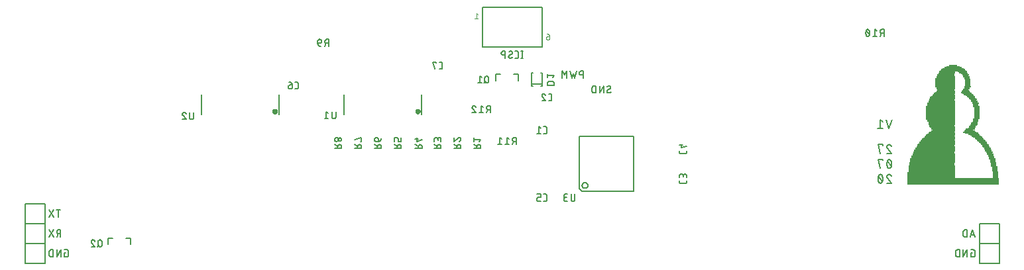
<source format=gbr>
G04 EAGLE Gerber RS-274X export*
G75*
%MOMM*%
%FSLAX34Y34*%
%LPD*%
%INSilkscreen Bottom*%
%IPPOS*%
%AMOC8*
5,1,8,0,0,1.08239X$1,22.5*%
G01*
%ADD10C,0.076200*%
%ADD11C,0.127000*%
%ADD12R,11.684000X0.127000*%
%ADD13R,6.096000X0.127000*%
%ADD14R,0.762000X0.127000*%
%ADD15R,0.635000X0.127000*%
%ADD16R,5.969000X0.127000*%
%ADD17R,5.842000X0.127000*%
%ADD18R,5.715000X0.127000*%
%ADD19R,0.889000X0.127000*%
%ADD20R,5.588000X0.127000*%
%ADD21R,5.461000X0.127000*%
%ADD22R,5.334000X0.127000*%
%ADD23R,5.207000X0.127000*%
%ADD24R,5.080000X0.127000*%
%ADD25R,4.953000X0.127000*%
%ADD26R,4.826000X0.127000*%
%ADD27R,4.699000X0.127000*%
%ADD28R,4.572000X0.127000*%
%ADD29R,1.016000X0.127000*%
%ADD30R,4.445000X0.127000*%
%ADD31R,4.318000X0.127000*%
%ADD32R,4.191000X0.127000*%
%ADD33R,4.064000X0.127000*%
%ADD34R,3.937000X0.127000*%
%ADD35R,1.143000X0.127000*%
%ADD36R,3.810000X0.127000*%
%ADD37R,3.683000X0.127000*%
%ADD38R,1.270000X0.127000*%
%ADD39R,3.556000X0.127000*%
%ADD40R,1.397000X0.127000*%
%ADD41R,3.429000X0.127000*%
%ADD42R,1.651000X0.127000*%
%ADD43R,3.302000X0.127000*%
%ADD44R,3.048000X0.127000*%
%ADD45R,2.921000X0.127000*%
%ADD46R,3.175000X0.127000*%
%ADD47R,2.794000X0.127000*%
%ADD48R,2.667000X0.127000*%
%ADD49R,2.540000X0.127000*%
%ADD50R,2.413000X0.127000*%
%ADD51R,2.286000X0.127000*%
%ADD52R,2.159000X0.127000*%
%ADD53R,2.032000X0.127000*%
%ADD54R,1.778000X0.127000*%
%ADD55C,0.152400*%
%ADD56C,0.381000*%


D10*
X-43674Y115076D02*
X-45720Y116713D01*
X-45720Y109347D01*
X-43674Y109347D02*
X-47766Y109347D01*
X45311Y86769D02*
X47766Y86769D01*
X45311Y86769D02*
X45231Y86767D01*
X45151Y86761D01*
X45071Y86751D01*
X44992Y86738D01*
X44913Y86720D01*
X44836Y86699D01*
X44760Y86673D01*
X44685Y86644D01*
X44611Y86612D01*
X44539Y86576D01*
X44469Y86536D01*
X44402Y86493D01*
X44336Y86447D01*
X44273Y86397D01*
X44212Y86345D01*
X44153Y86290D01*
X44098Y86231D01*
X44046Y86171D01*
X43996Y86107D01*
X43950Y86041D01*
X43907Y85974D01*
X43867Y85904D01*
X43831Y85832D01*
X43799Y85758D01*
X43770Y85684D01*
X43744Y85607D01*
X43723Y85530D01*
X43705Y85451D01*
X43692Y85372D01*
X43682Y85292D01*
X43676Y85212D01*
X43674Y85132D01*
X43674Y84723D01*
X43676Y84634D01*
X43682Y84545D01*
X43692Y84456D01*
X43705Y84368D01*
X43722Y84280D01*
X43744Y84193D01*
X43769Y84108D01*
X43797Y84023D01*
X43830Y83940D01*
X43866Y83858D01*
X43905Y83778D01*
X43948Y83700D01*
X43994Y83624D01*
X44044Y83549D01*
X44097Y83477D01*
X44153Y83408D01*
X44212Y83341D01*
X44273Y83276D01*
X44338Y83215D01*
X44405Y83156D01*
X44474Y83100D01*
X44546Y83047D01*
X44621Y82997D01*
X44697Y82951D01*
X44775Y82908D01*
X44855Y82869D01*
X44937Y82833D01*
X45020Y82800D01*
X45105Y82772D01*
X45190Y82747D01*
X45277Y82725D01*
X45365Y82708D01*
X45453Y82695D01*
X45542Y82685D01*
X45631Y82679D01*
X45720Y82677D01*
X45809Y82679D01*
X45898Y82685D01*
X45987Y82695D01*
X46075Y82708D01*
X46163Y82725D01*
X46250Y82747D01*
X46335Y82772D01*
X46420Y82800D01*
X46503Y82833D01*
X46585Y82869D01*
X46665Y82908D01*
X46743Y82951D01*
X46819Y82997D01*
X46894Y83047D01*
X46966Y83100D01*
X47035Y83156D01*
X47102Y83215D01*
X47167Y83276D01*
X47228Y83341D01*
X47287Y83408D01*
X47343Y83477D01*
X47396Y83549D01*
X47446Y83624D01*
X47492Y83700D01*
X47535Y83778D01*
X47574Y83858D01*
X47610Y83940D01*
X47643Y84023D01*
X47671Y84108D01*
X47696Y84193D01*
X47718Y84280D01*
X47735Y84368D01*
X47748Y84456D01*
X47758Y84545D01*
X47764Y84634D01*
X47766Y84723D01*
X47766Y86769D01*
X47764Y86881D01*
X47758Y86992D01*
X47749Y87104D01*
X47736Y87215D01*
X47718Y87325D01*
X47698Y87435D01*
X47673Y87544D01*
X47645Y87652D01*
X47613Y87759D01*
X47577Y87865D01*
X47538Y87970D01*
X47495Y88073D01*
X47449Y88175D01*
X47399Y88275D01*
X47346Y88374D01*
X47289Y88470D01*
X47230Y88565D01*
X47167Y88657D01*
X47101Y88747D01*
X47032Y88835D01*
X46960Y88921D01*
X46885Y89004D01*
X46807Y89084D01*
X46727Y89162D01*
X46644Y89237D01*
X46558Y89309D01*
X46470Y89378D01*
X46380Y89444D01*
X46288Y89507D01*
X46193Y89566D01*
X46097Y89623D01*
X45998Y89676D01*
X45898Y89726D01*
X45796Y89772D01*
X45693Y89815D01*
X45588Y89854D01*
X45482Y89890D01*
X45375Y89922D01*
X45267Y89950D01*
X45158Y89975D01*
X45048Y89995D01*
X44938Y90013D01*
X44827Y90026D01*
X44715Y90035D01*
X44604Y90041D01*
X44492Y90043D01*
D11*
X12715Y67945D02*
X12715Y59055D01*
X13703Y59055D02*
X11727Y59055D01*
X11727Y67945D02*
X13703Y67945D01*
X5928Y59055D02*
X3952Y59055D01*
X5928Y59055D02*
X6014Y59057D01*
X6100Y59063D01*
X6186Y59072D01*
X6271Y59085D01*
X6356Y59102D01*
X6439Y59122D01*
X6522Y59146D01*
X6604Y59174D01*
X6684Y59205D01*
X6763Y59240D01*
X6840Y59278D01*
X6916Y59320D01*
X6990Y59364D01*
X7061Y59412D01*
X7131Y59463D01*
X7198Y59517D01*
X7263Y59574D01*
X7325Y59634D01*
X7385Y59696D01*
X7442Y59761D01*
X7496Y59828D01*
X7547Y59898D01*
X7595Y59969D01*
X7639Y60043D01*
X7681Y60119D01*
X7719Y60196D01*
X7754Y60275D01*
X7785Y60355D01*
X7813Y60437D01*
X7837Y60520D01*
X7857Y60603D01*
X7874Y60688D01*
X7887Y60773D01*
X7896Y60859D01*
X7902Y60945D01*
X7904Y61031D01*
X7903Y61031D02*
X7903Y65969D01*
X7901Y66058D01*
X7895Y66146D01*
X7885Y66234D01*
X7871Y66322D01*
X7853Y66409D01*
X7832Y66495D01*
X7806Y66580D01*
X7777Y66663D01*
X7744Y66746D01*
X7707Y66826D01*
X7667Y66905D01*
X7623Y66982D01*
X7576Y67058D01*
X7526Y67130D01*
X7472Y67201D01*
X7415Y67269D01*
X7355Y67335D01*
X7293Y67397D01*
X7227Y67457D01*
X7159Y67514D01*
X7088Y67568D01*
X7016Y67618D01*
X6941Y67665D01*
X6863Y67709D01*
X6784Y67749D01*
X6704Y67786D01*
X6621Y67819D01*
X6538Y67848D01*
X6453Y67874D01*
X6367Y67895D01*
X6280Y67913D01*
X6192Y67927D01*
X6104Y67937D01*
X6016Y67943D01*
X5927Y67945D01*
X5928Y67945D02*
X3952Y67945D01*
X-4385Y61031D02*
X-4383Y60945D01*
X-4377Y60859D01*
X-4368Y60773D01*
X-4355Y60688D01*
X-4338Y60603D01*
X-4318Y60520D01*
X-4294Y60437D01*
X-4266Y60355D01*
X-4235Y60275D01*
X-4200Y60196D01*
X-4162Y60119D01*
X-4120Y60043D01*
X-4076Y59969D01*
X-4028Y59898D01*
X-3977Y59828D01*
X-3923Y59761D01*
X-3866Y59696D01*
X-3806Y59634D01*
X-3744Y59574D01*
X-3679Y59517D01*
X-3612Y59463D01*
X-3542Y59412D01*
X-3471Y59364D01*
X-3397Y59320D01*
X-3321Y59278D01*
X-3244Y59240D01*
X-3165Y59205D01*
X-3085Y59174D01*
X-3003Y59146D01*
X-2920Y59122D01*
X-2837Y59102D01*
X-2752Y59085D01*
X-2667Y59072D01*
X-2581Y59063D01*
X-2495Y59057D01*
X-2409Y59055D01*
X-2410Y59055D02*
X-2283Y59057D01*
X-2157Y59063D01*
X-2030Y59072D01*
X-1904Y59086D01*
X-1779Y59103D01*
X-1654Y59124D01*
X-1530Y59149D01*
X-1406Y59178D01*
X-1284Y59210D01*
X-1162Y59246D01*
X-1042Y59286D01*
X-923Y59329D01*
X-805Y59376D01*
X-689Y59427D01*
X-574Y59481D01*
X-461Y59538D01*
X-350Y59599D01*
X-241Y59663D01*
X-134Y59731D01*
X-28Y59801D01*
X75Y59875D01*
X175Y59952D01*
X273Y60032D01*
X369Y60115D01*
X462Y60201D01*
X553Y60290D01*
X307Y65969D02*
X305Y66055D01*
X299Y66141D01*
X290Y66227D01*
X277Y66312D01*
X260Y66397D01*
X240Y66480D01*
X216Y66563D01*
X188Y66645D01*
X157Y66725D01*
X122Y66804D01*
X84Y66881D01*
X42Y66957D01*
X-2Y67031D01*
X-50Y67102D01*
X-101Y67172D01*
X-155Y67239D01*
X-212Y67304D01*
X-272Y67366D01*
X-334Y67426D01*
X-399Y67483D01*
X-466Y67537D01*
X-536Y67588D01*
X-607Y67636D01*
X-681Y67680D01*
X-757Y67722D01*
X-834Y67760D01*
X-913Y67795D01*
X-993Y67826D01*
X-1075Y67854D01*
X-1158Y67878D01*
X-1241Y67898D01*
X-1326Y67915D01*
X-1411Y67928D01*
X-1497Y67937D01*
X-1583Y67943D01*
X-1669Y67945D01*
X-1788Y67943D01*
X-1907Y67937D01*
X-2026Y67928D01*
X-2144Y67914D01*
X-2262Y67897D01*
X-2380Y67876D01*
X-2496Y67851D01*
X-2612Y67823D01*
X-2727Y67791D01*
X-2840Y67755D01*
X-2953Y67715D01*
X-3064Y67672D01*
X-3174Y67626D01*
X-3282Y67576D01*
X-3388Y67522D01*
X-3493Y67465D01*
X-3595Y67405D01*
X-3696Y67341D01*
X-3795Y67274D01*
X-3891Y67204D01*
X-682Y64241D02*
X-608Y64286D01*
X-536Y64335D01*
X-466Y64387D01*
X-399Y64442D01*
X-334Y64500D01*
X-272Y64560D01*
X-213Y64623D01*
X-156Y64689D01*
X-102Y64757D01*
X-51Y64827D01*
X-3Y64899D01*
X42Y64974D01*
X83Y65050D01*
X121Y65128D01*
X156Y65208D01*
X187Y65289D01*
X215Y65371D01*
X239Y65454D01*
X259Y65538D01*
X276Y65624D01*
X289Y65709D01*
X298Y65796D01*
X304Y65882D01*
X306Y65969D01*
X-3397Y62759D02*
X-3471Y62714D01*
X-3543Y62665D01*
X-3613Y62613D01*
X-3680Y62558D01*
X-3745Y62500D01*
X-3807Y62440D01*
X-3867Y62377D01*
X-3923Y62311D01*
X-3977Y62243D01*
X-4028Y62173D01*
X-4076Y62101D01*
X-4121Y62026D01*
X-4162Y61950D01*
X-4200Y61872D01*
X-4235Y61792D01*
X-4266Y61711D01*
X-4294Y61629D01*
X-4318Y61546D01*
X-4338Y61462D01*
X-4355Y61376D01*
X-4368Y61291D01*
X-4377Y61204D01*
X-4383Y61118D01*
X-4385Y61031D01*
X-3397Y62759D02*
X-681Y64241D01*
X-8764Y67945D02*
X-8764Y59055D01*
X-8764Y67945D02*
X-11233Y67945D01*
X-11331Y67943D01*
X-11429Y67937D01*
X-11527Y67927D01*
X-11624Y67914D01*
X-11721Y67896D01*
X-11817Y67875D01*
X-11911Y67850D01*
X-12005Y67821D01*
X-12098Y67789D01*
X-12189Y67752D01*
X-12279Y67713D01*
X-12367Y67669D01*
X-12453Y67622D01*
X-12538Y67572D01*
X-12620Y67519D01*
X-12700Y67462D01*
X-12778Y67402D01*
X-12853Y67339D01*
X-12926Y67273D01*
X-12996Y67204D01*
X-13063Y67133D01*
X-13128Y67059D01*
X-13189Y66982D01*
X-13248Y66903D01*
X-13303Y66822D01*
X-13355Y66739D01*
X-13403Y66653D01*
X-13448Y66566D01*
X-13490Y66477D01*
X-13528Y66387D01*
X-13562Y66295D01*
X-13593Y66202D01*
X-13620Y66107D01*
X-13643Y66012D01*
X-13663Y65915D01*
X-13678Y65819D01*
X-13690Y65721D01*
X-13698Y65623D01*
X-13702Y65525D01*
X-13702Y65427D01*
X-13698Y65329D01*
X-13690Y65231D01*
X-13678Y65133D01*
X-13663Y65037D01*
X-13643Y64940D01*
X-13620Y64845D01*
X-13593Y64750D01*
X-13562Y64657D01*
X-13528Y64565D01*
X-13490Y64475D01*
X-13448Y64386D01*
X-13403Y64299D01*
X-13355Y64213D01*
X-13303Y64130D01*
X-13248Y64049D01*
X-13189Y63970D01*
X-13128Y63893D01*
X-13063Y63819D01*
X-12996Y63748D01*
X-12926Y63679D01*
X-12853Y63613D01*
X-12778Y63550D01*
X-12700Y63490D01*
X-12620Y63433D01*
X-12538Y63380D01*
X-12453Y63330D01*
X-12367Y63283D01*
X-12279Y63239D01*
X-12189Y63200D01*
X-12098Y63163D01*
X-12005Y63131D01*
X-11911Y63102D01*
X-11817Y63077D01*
X-11721Y63056D01*
X-11624Y63038D01*
X-11527Y63025D01*
X-11429Y63015D01*
X-11331Y63009D01*
X-11233Y63007D01*
X-11233Y63006D02*
X-8764Y63006D01*
X90768Y42545D02*
X90768Y33655D01*
X90768Y42545D02*
X88298Y42545D01*
X88200Y42543D01*
X88102Y42537D01*
X88004Y42527D01*
X87907Y42514D01*
X87810Y42496D01*
X87714Y42475D01*
X87620Y42450D01*
X87526Y42421D01*
X87433Y42389D01*
X87342Y42352D01*
X87252Y42313D01*
X87164Y42269D01*
X87078Y42222D01*
X86993Y42172D01*
X86911Y42119D01*
X86831Y42062D01*
X86753Y42002D01*
X86678Y41939D01*
X86605Y41873D01*
X86535Y41804D01*
X86468Y41733D01*
X86403Y41659D01*
X86342Y41582D01*
X86283Y41503D01*
X86228Y41422D01*
X86176Y41339D01*
X86128Y41253D01*
X86083Y41166D01*
X86041Y41077D01*
X86003Y40987D01*
X85969Y40895D01*
X85938Y40802D01*
X85911Y40707D01*
X85888Y40612D01*
X85868Y40515D01*
X85853Y40419D01*
X85841Y40321D01*
X85833Y40223D01*
X85829Y40125D01*
X85829Y40027D01*
X85833Y39929D01*
X85841Y39831D01*
X85853Y39733D01*
X85868Y39637D01*
X85888Y39540D01*
X85911Y39445D01*
X85938Y39350D01*
X85969Y39257D01*
X86003Y39165D01*
X86041Y39075D01*
X86083Y38986D01*
X86128Y38899D01*
X86176Y38813D01*
X86228Y38730D01*
X86283Y38649D01*
X86342Y38570D01*
X86403Y38493D01*
X86468Y38419D01*
X86535Y38348D01*
X86605Y38279D01*
X86678Y38213D01*
X86753Y38150D01*
X86831Y38090D01*
X86911Y38033D01*
X86993Y37980D01*
X87078Y37930D01*
X87164Y37883D01*
X87252Y37839D01*
X87342Y37800D01*
X87433Y37763D01*
X87526Y37731D01*
X87620Y37702D01*
X87714Y37677D01*
X87810Y37656D01*
X87907Y37638D01*
X88004Y37625D01*
X88102Y37615D01*
X88200Y37609D01*
X88298Y37607D01*
X88298Y37606D02*
X90768Y37606D01*
X82364Y42545D02*
X80389Y33655D01*
X78413Y39582D01*
X76438Y33655D01*
X74462Y42545D01*
X70099Y42545D02*
X70099Y33655D01*
X67136Y37606D02*
X70099Y42545D01*
X67136Y37606D02*
X64172Y42545D01*
X64172Y33655D01*
X121279Y16581D02*
X121281Y16495D01*
X121287Y16409D01*
X121296Y16323D01*
X121309Y16238D01*
X121326Y16153D01*
X121346Y16070D01*
X121370Y15987D01*
X121398Y15905D01*
X121429Y15825D01*
X121464Y15746D01*
X121502Y15669D01*
X121544Y15593D01*
X121588Y15519D01*
X121636Y15448D01*
X121687Y15378D01*
X121741Y15311D01*
X121798Y15246D01*
X121858Y15184D01*
X121920Y15124D01*
X121985Y15067D01*
X122052Y15013D01*
X122122Y14962D01*
X122193Y14914D01*
X122267Y14870D01*
X122343Y14828D01*
X122420Y14790D01*
X122499Y14755D01*
X122579Y14724D01*
X122661Y14696D01*
X122744Y14672D01*
X122827Y14652D01*
X122912Y14635D01*
X122997Y14622D01*
X123083Y14613D01*
X123169Y14607D01*
X123255Y14605D01*
X123382Y14607D01*
X123508Y14613D01*
X123635Y14622D01*
X123761Y14636D01*
X123886Y14653D01*
X124011Y14674D01*
X124135Y14699D01*
X124259Y14728D01*
X124381Y14760D01*
X124503Y14796D01*
X124623Y14836D01*
X124742Y14879D01*
X124860Y14926D01*
X124976Y14977D01*
X125091Y15031D01*
X125204Y15088D01*
X125315Y15149D01*
X125424Y15213D01*
X125531Y15281D01*
X125637Y15351D01*
X125740Y15425D01*
X125840Y15502D01*
X125938Y15582D01*
X126034Y15665D01*
X126128Y15751D01*
X126218Y15840D01*
X125972Y21519D02*
X125970Y21605D01*
X125964Y21691D01*
X125955Y21777D01*
X125942Y21862D01*
X125925Y21947D01*
X125905Y22030D01*
X125881Y22113D01*
X125853Y22195D01*
X125822Y22275D01*
X125787Y22354D01*
X125749Y22431D01*
X125707Y22507D01*
X125663Y22581D01*
X125615Y22652D01*
X125564Y22722D01*
X125510Y22789D01*
X125453Y22854D01*
X125393Y22916D01*
X125331Y22976D01*
X125266Y23033D01*
X125199Y23087D01*
X125129Y23138D01*
X125058Y23186D01*
X124984Y23230D01*
X124908Y23272D01*
X124831Y23310D01*
X124752Y23345D01*
X124672Y23376D01*
X124590Y23404D01*
X124507Y23428D01*
X124424Y23448D01*
X124339Y23465D01*
X124254Y23478D01*
X124168Y23487D01*
X124082Y23493D01*
X123996Y23495D01*
X123877Y23493D01*
X123758Y23487D01*
X123639Y23478D01*
X123521Y23464D01*
X123403Y23447D01*
X123285Y23426D01*
X123169Y23401D01*
X123053Y23373D01*
X122938Y23341D01*
X122825Y23305D01*
X122712Y23265D01*
X122601Y23222D01*
X122491Y23176D01*
X122383Y23126D01*
X122277Y23072D01*
X122172Y23015D01*
X122070Y22955D01*
X121969Y22891D01*
X121870Y22824D01*
X121774Y22754D01*
X124983Y19791D02*
X125057Y19836D01*
X125129Y19885D01*
X125199Y19937D01*
X125266Y19992D01*
X125331Y20050D01*
X125393Y20110D01*
X125453Y20173D01*
X125509Y20239D01*
X125563Y20307D01*
X125614Y20377D01*
X125662Y20449D01*
X125707Y20524D01*
X125748Y20600D01*
X125786Y20678D01*
X125821Y20758D01*
X125852Y20839D01*
X125880Y20921D01*
X125904Y21004D01*
X125924Y21088D01*
X125941Y21174D01*
X125954Y21259D01*
X125963Y21346D01*
X125969Y21432D01*
X125971Y21519D01*
X122268Y18309D02*
X122194Y18264D01*
X122122Y18215D01*
X122052Y18163D01*
X121985Y18108D01*
X121920Y18050D01*
X121858Y17990D01*
X121799Y17927D01*
X121742Y17861D01*
X121688Y17793D01*
X121637Y17723D01*
X121589Y17651D01*
X121544Y17576D01*
X121503Y17500D01*
X121465Y17422D01*
X121430Y17342D01*
X121399Y17261D01*
X121371Y17179D01*
X121347Y17096D01*
X121327Y17012D01*
X121310Y16926D01*
X121297Y16841D01*
X121288Y16754D01*
X121282Y16668D01*
X121280Y16581D01*
X122267Y18309D02*
X124983Y19791D01*
X117074Y23495D02*
X117074Y14605D01*
X112135Y14605D02*
X117074Y23495D01*
X112135Y23495D02*
X112135Y14605D01*
X107321Y14605D02*
X107321Y23495D01*
X104851Y23495D01*
X104754Y23493D01*
X104657Y23487D01*
X104561Y23478D01*
X104465Y23465D01*
X104369Y23448D01*
X104275Y23427D01*
X104181Y23402D01*
X104088Y23374D01*
X103996Y23342D01*
X103906Y23307D01*
X103817Y23268D01*
X103730Y23226D01*
X103645Y23180D01*
X103561Y23131D01*
X103479Y23079D01*
X103400Y23023D01*
X103322Y22965D01*
X103248Y22903D01*
X103175Y22839D01*
X103105Y22772D01*
X103038Y22702D01*
X102974Y22629D01*
X102912Y22555D01*
X102854Y22477D01*
X102798Y22398D01*
X102746Y22316D01*
X102697Y22232D01*
X102651Y22147D01*
X102609Y22060D01*
X102570Y21971D01*
X102535Y21881D01*
X102503Y21789D01*
X102475Y21696D01*
X102450Y21602D01*
X102429Y21508D01*
X102412Y21412D01*
X102399Y21316D01*
X102390Y21220D01*
X102384Y21123D01*
X102382Y21026D01*
X102382Y17074D01*
X102384Y16977D01*
X102390Y16880D01*
X102399Y16784D01*
X102412Y16688D01*
X102429Y16592D01*
X102450Y16498D01*
X102475Y16404D01*
X102503Y16311D01*
X102535Y16219D01*
X102570Y16129D01*
X102609Y16040D01*
X102651Y15953D01*
X102697Y15868D01*
X102746Y15784D01*
X102798Y15702D01*
X102854Y15623D01*
X102912Y15545D01*
X102974Y15471D01*
X103038Y15398D01*
X103105Y15328D01*
X103175Y15261D01*
X103248Y15197D01*
X103322Y15135D01*
X103400Y15077D01*
X103479Y15021D01*
X103561Y14969D01*
X103645Y14920D01*
X103730Y14874D01*
X103817Y14832D01*
X103906Y14793D01*
X103996Y14758D01*
X104088Y14726D01*
X104181Y14698D01*
X104275Y14673D01*
X104369Y14652D01*
X104465Y14635D01*
X104561Y14622D01*
X104657Y14613D01*
X104754Y14607D01*
X104851Y14605D01*
X107321Y14605D01*
D12*
X563245Y-101600D03*
X563245Y-100330D03*
X563245Y-99060D03*
X563245Y-97790D03*
X563245Y-96520D03*
X563245Y-95250D03*
D13*
X535305Y-93980D03*
D14*
X617855Y-93980D03*
D13*
X535305Y-92710D03*
D14*
X617855Y-92710D03*
D13*
X535305Y-91440D03*
D14*
X617855Y-91440D03*
D13*
X535305Y-90170D03*
D14*
X617855Y-90170D03*
D13*
X535305Y-88900D03*
D14*
X617855Y-88900D03*
D13*
X535305Y-87630D03*
D15*
X617220Y-87630D03*
D16*
X535940Y-86360D03*
D15*
X617220Y-86360D03*
D16*
X535940Y-85090D03*
D14*
X616585Y-85090D03*
D16*
X535940Y-83820D03*
D14*
X616585Y-83820D03*
D16*
X535940Y-82550D03*
D14*
X616585Y-82550D03*
D16*
X535940Y-81280D03*
D14*
X616585Y-81280D03*
D16*
X535940Y-80010D03*
D14*
X616585Y-80010D03*
D16*
X535940Y-78740D03*
D14*
X615315Y-78740D03*
D17*
X536575Y-77470D03*
D14*
X615315Y-77470D03*
D17*
X536575Y-76200D03*
D14*
X615315Y-76200D03*
D17*
X536575Y-74930D03*
D14*
X615315Y-74930D03*
D18*
X537210Y-73660D03*
D14*
X614045Y-73660D03*
D18*
X537210Y-72390D03*
D14*
X614045Y-72390D03*
D18*
X537210Y-71120D03*
D14*
X614045Y-71120D03*
D18*
X537210Y-69850D03*
D19*
X613410Y-69850D03*
D20*
X537845Y-68580D03*
D14*
X612775Y-68580D03*
D20*
X537845Y-67310D03*
D14*
X612775Y-67310D03*
D20*
X537845Y-66040D03*
D14*
X611505Y-66040D03*
D21*
X538480Y-64770D03*
D14*
X611505Y-64770D03*
D21*
X538480Y-63500D03*
D19*
X610870Y-63500D03*
D22*
X539115Y-62230D03*
D14*
X610235Y-62230D03*
D22*
X539115Y-60960D03*
D19*
X609600Y-60960D03*
D23*
X539750Y-59690D03*
D19*
X608330Y-59690D03*
D23*
X539750Y-58420D03*
D19*
X608330Y-58420D03*
D24*
X540385Y-57150D03*
D19*
X607060Y-57150D03*
D24*
X540385Y-55880D03*
D19*
X607060Y-55880D03*
D25*
X541020Y-54610D03*
D19*
X605790Y-54610D03*
D26*
X541655Y-53340D03*
D19*
X604520Y-53340D03*
D26*
X541655Y-52070D03*
D19*
X604520Y-52070D03*
D27*
X542290Y-50800D03*
D19*
X603250Y-50800D03*
D28*
X542925Y-49530D03*
D19*
X601980Y-49530D03*
D28*
X542925Y-48260D03*
D29*
X601345Y-48260D03*
D30*
X543560Y-46990D03*
D29*
X600075Y-46990D03*
D31*
X544195Y-45720D03*
D29*
X598805Y-45720D03*
D32*
X544830Y-44450D03*
D29*
X597535Y-44450D03*
D33*
X545465Y-43180D03*
D29*
X596265Y-43180D03*
D34*
X546100Y-41910D03*
D35*
X594360Y-41910D03*
D36*
X546735Y-40640D03*
D35*
X593090Y-40640D03*
D37*
X547370Y-39370D03*
D38*
X591185Y-39370D03*
D39*
X548005Y-38100D03*
D40*
X589280Y-38100D03*
D41*
X548640Y-36830D03*
D42*
X586740Y-36830D03*
D43*
X549275Y-35560D03*
D42*
X584200Y-35560D03*
D44*
X550545Y-34290D03*
D40*
X584200Y-34290D03*
D45*
X551180Y-33020D03*
D29*
X583565Y-33020D03*
D44*
X550545Y-31750D03*
D35*
X585470Y-31750D03*
D44*
X550545Y-30480D03*
D19*
X586740Y-30480D03*
D46*
X549910Y-29210D03*
D19*
X588010Y-29210D03*
D43*
X549275Y-27940D03*
D19*
X588010Y-27940D03*
D43*
X549275Y-26670D03*
D19*
X589280Y-26670D03*
D41*
X548640Y-25400D03*
D19*
X590550Y-25400D03*
D41*
X548640Y-24130D03*
D19*
X590550Y-24130D03*
D41*
X548640Y-22860D03*
D14*
X591185Y-22860D03*
D39*
X548005Y-21590D03*
D14*
X592455Y-21590D03*
D39*
X548005Y-20320D03*
D14*
X592455Y-20320D03*
D37*
X547370Y-19050D03*
D14*
X592455Y-19050D03*
D37*
X547370Y-17780D03*
D14*
X593725Y-17780D03*
D37*
X547370Y-16510D03*
D14*
X593725Y-16510D03*
D37*
X547370Y-15240D03*
D14*
X593725Y-15240D03*
D37*
X547370Y-13970D03*
D14*
X593725Y-13970D03*
D37*
X547370Y-12700D03*
D14*
X593725Y-12700D03*
D37*
X547370Y-11430D03*
X547370Y-10160D03*
X547370Y-8890D03*
D14*
X593725Y-8890D03*
D37*
X547370Y-7620D03*
D14*
X593725Y-7620D03*
D37*
X547370Y-6350D03*
D14*
X593725Y-6350D03*
D37*
X547370Y-5080D03*
D14*
X593725Y-5080D03*
D37*
X547370Y-3810D03*
D14*
X593725Y-3810D03*
D37*
X547370Y-2540D03*
D19*
X593090Y-2540D03*
D39*
X548005Y-1270D03*
D14*
X592455Y-1270D03*
D39*
X548005Y0D03*
D14*
X592455Y0D03*
D39*
X548005Y1270D03*
D19*
X591820Y1270D03*
D41*
X548640Y2540D03*
D14*
X591185Y2540D03*
D41*
X548640Y3810D03*
D19*
X590550Y3810D03*
D43*
X549275Y5080D03*
D14*
X589915Y5080D03*
D43*
X549275Y6350D03*
D19*
X589280Y6350D03*
D46*
X549910Y7620D03*
D19*
X588010Y7620D03*
D46*
X549910Y8890D03*
D19*
X586740Y8890D03*
D44*
X550545Y10160D03*
D29*
X586105Y10160D03*
D45*
X551180Y11430D03*
D29*
X584835Y11430D03*
D47*
X551815Y12700D03*
D35*
X582930Y12700D03*
D48*
X552450Y13970D03*
D38*
X581025Y13970D03*
D49*
X553085Y15240D03*
D38*
X579755Y15240D03*
D50*
X553720Y16510D03*
D29*
X579755Y16510D03*
D51*
X554355Y17780D03*
D19*
X579120Y17780D03*
D51*
X554355Y19050D03*
D14*
X579755Y19050D03*
D50*
X553720Y20320D03*
D14*
X581025Y20320D03*
D50*
X553720Y21590D03*
D14*
X581025Y21590D03*
D49*
X553085Y22860D03*
D19*
X581660Y22860D03*
D49*
X553085Y24130D03*
D14*
X582295Y24130D03*
D49*
X553085Y25400D03*
D14*
X582295Y25400D03*
D49*
X553085Y26670D03*
D14*
X582295Y26670D03*
D49*
X553085Y27940D03*
D14*
X582295Y27940D03*
D49*
X553085Y29210D03*
D14*
X582295Y29210D03*
D49*
X553085Y30480D03*
D14*
X582295Y30480D03*
D49*
X553085Y31750D03*
D14*
X582295Y31750D03*
D49*
X553085Y33020D03*
D14*
X581025Y33020D03*
D50*
X553720Y34290D03*
D14*
X581025Y34290D03*
D50*
X553720Y35560D03*
D19*
X580390Y35560D03*
D51*
X554355Y36830D03*
D14*
X579755Y36830D03*
D51*
X554355Y38100D03*
D19*
X579120Y38100D03*
D52*
X554990Y39370D03*
D19*
X577850Y39370D03*
D53*
X555625Y40640D03*
D29*
X575945Y40640D03*
D53*
X555625Y41910D03*
D35*
X575310Y41910D03*
D43*
X563245Y43180D03*
D44*
X563245Y44450D03*
D47*
X563245Y45720D03*
D51*
X563245Y46990D03*
D54*
X563245Y48260D03*
D29*
X563245Y49530D03*
D55*
X481655Y-89662D02*
X481551Y-89664D01*
X481446Y-89670D01*
X481342Y-89680D01*
X481239Y-89693D01*
X481136Y-89711D01*
X481033Y-89732D01*
X480932Y-89757D01*
X480831Y-89786D01*
X480732Y-89819D01*
X480634Y-89855D01*
X480538Y-89895D01*
X480443Y-89939D01*
X480349Y-89986D01*
X480258Y-90036D01*
X480169Y-90090D01*
X480081Y-90147D01*
X479996Y-90208D01*
X479913Y-90272D01*
X479833Y-90338D01*
X479755Y-90408D01*
X479679Y-90480D01*
X479607Y-90556D01*
X479537Y-90634D01*
X479471Y-90714D01*
X479407Y-90797D01*
X479346Y-90882D01*
X479289Y-90970D01*
X479235Y-91059D01*
X479185Y-91150D01*
X479138Y-91244D01*
X479094Y-91339D01*
X479054Y-91435D01*
X479018Y-91533D01*
X478985Y-91632D01*
X478956Y-91733D01*
X478931Y-91834D01*
X478910Y-91937D01*
X478892Y-92040D01*
X478879Y-92143D01*
X478869Y-92247D01*
X478863Y-92352D01*
X478861Y-92456D01*
X481655Y-89662D02*
X481774Y-89664D01*
X481892Y-89670D01*
X482011Y-89680D01*
X482129Y-89693D01*
X482246Y-89711D01*
X482363Y-89733D01*
X482479Y-89758D01*
X482594Y-89787D01*
X482709Y-89820D01*
X482822Y-89857D01*
X482933Y-89897D01*
X483044Y-89941D01*
X483152Y-89989D01*
X483259Y-90040D01*
X483365Y-90095D01*
X483468Y-90154D01*
X483570Y-90215D01*
X483669Y-90280D01*
X483767Y-90349D01*
X483861Y-90420D01*
X483954Y-90495D01*
X484044Y-90572D01*
X484131Y-90653D01*
X484216Y-90736D01*
X484298Y-90822D01*
X484377Y-90911D01*
X484453Y-91002D01*
X484526Y-91096D01*
X484595Y-91192D01*
X484662Y-91291D01*
X484725Y-91391D01*
X484785Y-91494D01*
X484842Y-91598D01*
X484894Y-91705D01*
X484944Y-91813D01*
X484990Y-91922D01*
X485032Y-92034D01*
X485070Y-92146D01*
X479792Y-94629D02*
X479717Y-94555D01*
X479645Y-94478D01*
X479575Y-94399D01*
X479508Y-94317D01*
X479444Y-94233D01*
X479383Y-94147D01*
X479325Y-94059D01*
X479270Y-93968D01*
X479218Y-93876D01*
X479170Y-93782D01*
X479125Y-93687D01*
X479083Y-93589D01*
X479045Y-93491D01*
X479010Y-93391D01*
X478979Y-93290D01*
X478952Y-93188D01*
X478928Y-93085D01*
X478907Y-92982D01*
X478891Y-92877D01*
X478878Y-92772D01*
X478868Y-92667D01*
X478863Y-92562D01*
X478861Y-92456D01*
X479792Y-94629D02*
X485069Y-100838D01*
X478861Y-100838D01*
X473640Y-95250D02*
X473637Y-95030D01*
X473630Y-94810D01*
X473616Y-94591D01*
X473598Y-94372D01*
X473574Y-94153D01*
X473546Y-93935D01*
X473512Y-93718D01*
X473473Y-93502D01*
X473428Y-93286D01*
X473379Y-93072D01*
X473324Y-92859D01*
X473265Y-92647D01*
X473200Y-92437D01*
X473130Y-92229D01*
X473056Y-92022D01*
X472976Y-91817D01*
X472892Y-91614D01*
X472803Y-91413D01*
X472709Y-91214D01*
X472708Y-91214D02*
X472675Y-91125D01*
X472639Y-91037D01*
X472599Y-90951D01*
X472556Y-90866D01*
X472509Y-90784D01*
X472458Y-90703D01*
X472405Y-90625D01*
X472348Y-90549D01*
X472288Y-90475D01*
X472225Y-90404D01*
X472160Y-90335D01*
X472091Y-90269D01*
X472020Y-90207D01*
X471946Y-90147D01*
X471870Y-90090D01*
X471792Y-90036D01*
X471711Y-89986D01*
X471629Y-89939D01*
X471544Y-89896D01*
X471458Y-89856D01*
X471370Y-89819D01*
X471281Y-89787D01*
X471191Y-89758D01*
X471099Y-89732D01*
X471007Y-89711D01*
X470913Y-89693D01*
X470819Y-89680D01*
X470725Y-89670D01*
X470630Y-89664D01*
X470535Y-89662D01*
X470440Y-89664D01*
X470345Y-89670D01*
X470251Y-89680D01*
X470157Y-89693D01*
X470063Y-89711D01*
X469971Y-89732D01*
X469879Y-89758D01*
X469789Y-89787D01*
X469700Y-89819D01*
X469612Y-89856D01*
X469526Y-89896D01*
X469441Y-89939D01*
X469359Y-89986D01*
X469278Y-90036D01*
X469200Y-90090D01*
X469124Y-90147D01*
X469050Y-90207D01*
X468979Y-90269D01*
X468910Y-90335D01*
X468845Y-90404D01*
X468782Y-90475D01*
X468722Y-90549D01*
X468665Y-90625D01*
X468612Y-90703D01*
X468561Y-90784D01*
X468514Y-90866D01*
X468471Y-90951D01*
X468431Y-91037D01*
X468395Y-91125D01*
X468362Y-91214D01*
X468361Y-91214D02*
X468267Y-91413D01*
X468178Y-91614D01*
X468094Y-91817D01*
X468014Y-92022D01*
X467940Y-92229D01*
X467870Y-92437D01*
X467805Y-92647D01*
X467746Y-92859D01*
X467691Y-93072D01*
X467642Y-93286D01*
X467597Y-93502D01*
X467558Y-93718D01*
X467524Y-93935D01*
X467496Y-94153D01*
X467472Y-94372D01*
X467454Y-94591D01*
X467440Y-94810D01*
X467433Y-95030D01*
X467430Y-95250D01*
X473639Y-95250D02*
X473636Y-95470D01*
X473629Y-95690D01*
X473615Y-95909D01*
X473597Y-96128D01*
X473573Y-96347D01*
X473545Y-96565D01*
X473511Y-96782D01*
X473472Y-96998D01*
X473427Y-97214D01*
X473378Y-97428D01*
X473323Y-97641D01*
X473264Y-97853D01*
X473199Y-98063D01*
X473129Y-98271D01*
X473055Y-98478D01*
X472975Y-98683D01*
X472891Y-98886D01*
X472802Y-99087D01*
X472708Y-99286D01*
X472675Y-99375D01*
X472639Y-99463D01*
X472599Y-99549D01*
X472556Y-99634D01*
X472509Y-99716D01*
X472458Y-99797D01*
X472405Y-99875D01*
X472348Y-99951D01*
X472288Y-100025D01*
X472225Y-100096D01*
X472160Y-100165D01*
X472091Y-100231D01*
X472020Y-100293D01*
X471946Y-100353D01*
X471870Y-100410D01*
X471792Y-100464D01*
X471711Y-100514D01*
X471629Y-100561D01*
X471544Y-100604D01*
X471458Y-100644D01*
X471370Y-100681D01*
X471281Y-100713D01*
X471191Y-100742D01*
X471099Y-100768D01*
X471007Y-100789D01*
X470913Y-100807D01*
X470819Y-100820D01*
X470725Y-100830D01*
X470630Y-100836D01*
X470535Y-100838D01*
X468361Y-99286D02*
X468267Y-99087D01*
X468178Y-98886D01*
X468094Y-98683D01*
X468014Y-98478D01*
X467940Y-98271D01*
X467870Y-98063D01*
X467805Y-97853D01*
X467746Y-97641D01*
X467691Y-97428D01*
X467642Y-97214D01*
X467597Y-96998D01*
X467558Y-96782D01*
X467524Y-96565D01*
X467496Y-96347D01*
X467472Y-96128D01*
X467454Y-95909D01*
X467440Y-95690D01*
X467433Y-95470D01*
X467430Y-95250D01*
X468362Y-99286D02*
X468395Y-99375D01*
X468431Y-99463D01*
X468471Y-99549D01*
X468514Y-99634D01*
X468561Y-99716D01*
X468612Y-99797D01*
X468665Y-99875D01*
X468722Y-99951D01*
X468782Y-100025D01*
X468845Y-100096D01*
X468910Y-100165D01*
X468979Y-100231D01*
X469050Y-100293D01*
X469124Y-100353D01*
X469200Y-100410D01*
X469278Y-100464D01*
X469359Y-100514D01*
X469441Y-100561D01*
X469526Y-100604D01*
X469612Y-100644D01*
X469700Y-100681D01*
X469789Y-100713D01*
X469879Y-100742D01*
X469971Y-100768D01*
X470063Y-100789D01*
X470157Y-100807D01*
X470251Y-100820D01*
X470345Y-100830D01*
X470440Y-100836D01*
X470535Y-100838D01*
X473019Y-98354D02*
X468051Y-92146D01*
X485070Y-76200D02*
X485067Y-75980D01*
X485060Y-75760D01*
X485046Y-75541D01*
X485028Y-75322D01*
X485004Y-75103D01*
X484976Y-74885D01*
X484942Y-74668D01*
X484903Y-74452D01*
X484858Y-74236D01*
X484809Y-74022D01*
X484754Y-73809D01*
X484695Y-73597D01*
X484630Y-73387D01*
X484560Y-73179D01*
X484486Y-72972D01*
X484406Y-72767D01*
X484322Y-72564D01*
X484233Y-72363D01*
X484139Y-72164D01*
X484138Y-72164D02*
X484105Y-72075D01*
X484069Y-71987D01*
X484029Y-71901D01*
X483986Y-71816D01*
X483939Y-71734D01*
X483888Y-71653D01*
X483835Y-71575D01*
X483778Y-71499D01*
X483718Y-71425D01*
X483655Y-71354D01*
X483590Y-71285D01*
X483521Y-71219D01*
X483450Y-71157D01*
X483376Y-71097D01*
X483300Y-71040D01*
X483222Y-70986D01*
X483141Y-70936D01*
X483059Y-70889D01*
X482974Y-70846D01*
X482888Y-70806D01*
X482800Y-70769D01*
X482711Y-70737D01*
X482621Y-70708D01*
X482529Y-70682D01*
X482437Y-70661D01*
X482343Y-70643D01*
X482249Y-70630D01*
X482155Y-70620D01*
X482060Y-70614D01*
X481965Y-70612D01*
X481870Y-70614D01*
X481775Y-70620D01*
X481681Y-70630D01*
X481587Y-70643D01*
X481493Y-70661D01*
X481401Y-70682D01*
X481309Y-70708D01*
X481219Y-70737D01*
X481130Y-70769D01*
X481042Y-70806D01*
X480956Y-70846D01*
X480871Y-70889D01*
X480789Y-70936D01*
X480708Y-70986D01*
X480630Y-71040D01*
X480554Y-71097D01*
X480480Y-71157D01*
X480409Y-71219D01*
X480340Y-71285D01*
X480275Y-71354D01*
X480212Y-71425D01*
X480152Y-71499D01*
X480095Y-71575D01*
X480042Y-71653D01*
X479991Y-71734D01*
X479944Y-71816D01*
X479901Y-71901D01*
X479861Y-71987D01*
X479825Y-72075D01*
X479792Y-72164D01*
X479791Y-72164D02*
X479697Y-72363D01*
X479608Y-72564D01*
X479524Y-72767D01*
X479444Y-72972D01*
X479370Y-73179D01*
X479300Y-73387D01*
X479235Y-73597D01*
X479176Y-73809D01*
X479121Y-74022D01*
X479072Y-74236D01*
X479027Y-74452D01*
X478988Y-74668D01*
X478954Y-74885D01*
X478926Y-75103D01*
X478902Y-75322D01*
X478884Y-75541D01*
X478870Y-75760D01*
X478863Y-75980D01*
X478860Y-76200D01*
X485069Y-76200D02*
X485066Y-76420D01*
X485059Y-76640D01*
X485045Y-76859D01*
X485027Y-77078D01*
X485003Y-77297D01*
X484975Y-77515D01*
X484941Y-77732D01*
X484902Y-77948D01*
X484857Y-78164D01*
X484808Y-78378D01*
X484753Y-78591D01*
X484694Y-78803D01*
X484629Y-79013D01*
X484559Y-79221D01*
X484485Y-79428D01*
X484405Y-79633D01*
X484321Y-79836D01*
X484232Y-80037D01*
X484138Y-80236D01*
X484105Y-80325D01*
X484069Y-80413D01*
X484029Y-80499D01*
X483986Y-80584D01*
X483939Y-80666D01*
X483888Y-80747D01*
X483835Y-80825D01*
X483778Y-80901D01*
X483718Y-80975D01*
X483655Y-81046D01*
X483590Y-81115D01*
X483521Y-81181D01*
X483450Y-81243D01*
X483376Y-81303D01*
X483300Y-81360D01*
X483222Y-81414D01*
X483141Y-81464D01*
X483059Y-81511D01*
X482974Y-81554D01*
X482888Y-81594D01*
X482800Y-81631D01*
X482711Y-81663D01*
X482621Y-81692D01*
X482529Y-81718D01*
X482437Y-81739D01*
X482343Y-81757D01*
X482249Y-81770D01*
X482155Y-81780D01*
X482060Y-81786D01*
X481965Y-81788D01*
X479791Y-80236D02*
X479697Y-80037D01*
X479608Y-79836D01*
X479524Y-79633D01*
X479444Y-79428D01*
X479370Y-79221D01*
X479300Y-79013D01*
X479235Y-78803D01*
X479176Y-78591D01*
X479121Y-78378D01*
X479072Y-78164D01*
X479027Y-77948D01*
X478988Y-77732D01*
X478954Y-77515D01*
X478926Y-77297D01*
X478902Y-77078D01*
X478884Y-76859D01*
X478870Y-76640D01*
X478863Y-76420D01*
X478860Y-76200D01*
X479792Y-80236D02*
X479825Y-80325D01*
X479861Y-80413D01*
X479901Y-80499D01*
X479944Y-80584D01*
X479991Y-80666D01*
X480042Y-80747D01*
X480095Y-80825D01*
X480152Y-80901D01*
X480212Y-80975D01*
X480275Y-81046D01*
X480340Y-81115D01*
X480409Y-81181D01*
X480480Y-81243D01*
X480554Y-81303D01*
X480630Y-81360D01*
X480708Y-81414D01*
X480789Y-81464D01*
X480871Y-81511D01*
X480956Y-81554D01*
X481042Y-81594D01*
X481130Y-81631D01*
X481219Y-81663D01*
X481309Y-81692D01*
X481401Y-81718D01*
X481493Y-81739D01*
X481587Y-81757D01*
X481681Y-81770D01*
X481775Y-81780D01*
X481870Y-81786D01*
X481965Y-81788D01*
X484449Y-79304D02*
X479481Y-73096D01*
X473639Y-71854D02*
X473639Y-70612D01*
X467431Y-70612D01*
X470535Y-81788D01*
X478861Y-54356D02*
X478863Y-54252D01*
X478869Y-54147D01*
X478879Y-54043D01*
X478892Y-53940D01*
X478910Y-53837D01*
X478931Y-53734D01*
X478956Y-53633D01*
X478985Y-53532D01*
X479018Y-53433D01*
X479054Y-53335D01*
X479094Y-53239D01*
X479138Y-53144D01*
X479185Y-53050D01*
X479235Y-52959D01*
X479289Y-52870D01*
X479346Y-52782D01*
X479407Y-52697D01*
X479471Y-52614D01*
X479537Y-52534D01*
X479607Y-52456D01*
X479679Y-52380D01*
X479755Y-52308D01*
X479833Y-52238D01*
X479913Y-52172D01*
X479996Y-52108D01*
X480081Y-52047D01*
X480169Y-51990D01*
X480258Y-51936D01*
X480349Y-51886D01*
X480443Y-51839D01*
X480538Y-51795D01*
X480634Y-51755D01*
X480732Y-51719D01*
X480831Y-51686D01*
X480932Y-51657D01*
X481033Y-51632D01*
X481136Y-51611D01*
X481239Y-51593D01*
X481342Y-51580D01*
X481446Y-51570D01*
X481551Y-51564D01*
X481655Y-51562D01*
X481774Y-51564D01*
X481892Y-51570D01*
X482011Y-51580D01*
X482129Y-51593D01*
X482246Y-51611D01*
X482363Y-51633D01*
X482479Y-51658D01*
X482594Y-51687D01*
X482709Y-51720D01*
X482822Y-51757D01*
X482933Y-51797D01*
X483044Y-51841D01*
X483152Y-51889D01*
X483259Y-51940D01*
X483365Y-51995D01*
X483468Y-52054D01*
X483570Y-52115D01*
X483669Y-52180D01*
X483767Y-52249D01*
X483861Y-52320D01*
X483954Y-52395D01*
X484044Y-52472D01*
X484131Y-52553D01*
X484216Y-52636D01*
X484298Y-52722D01*
X484377Y-52811D01*
X484453Y-52902D01*
X484526Y-52996D01*
X484595Y-53092D01*
X484662Y-53191D01*
X484725Y-53291D01*
X484785Y-53394D01*
X484842Y-53498D01*
X484894Y-53605D01*
X484944Y-53713D01*
X484990Y-53822D01*
X485032Y-53934D01*
X485070Y-54046D01*
X479792Y-56529D02*
X479717Y-56455D01*
X479645Y-56378D01*
X479575Y-56299D01*
X479508Y-56217D01*
X479444Y-56133D01*
X479383Y-56047D01*
X479325Y-55959D01*
X479270Y-55868D01*
X479218Y-55776D01*
X479170Y-55682D01*
X479125Y-55587D01*
X479083Y-55489D01*
X479045Y-55391D01*
X479010Y-55291D01*
X478979Y-55190D01*
X478952Y-55088D01*
X478928Y-54985D01*
X478907Y-54882D01*
X478891Y-54777D01*
X478878Y-54672D01*
X478868Y-54567D01*
X478863Y-54462D01*
X478861Y-54356D01*
X479792Y-56529D02*
X485069Y-62738D01*
X478861Y-62738D01*
X473639Y-52804D02*
X473639Y-51562D01*
X467431Y-51562D01*
X470535Y-62738D01*
X481655Y-30988D02*
X485380Y-19812D01*
X477929Y-19812D02*
X481655Y-30988D01*
X473329Y-22296D02*
X470225Y-19812D01*
X470225Y-30988D01*
X473329Y-30988D02*
X467120Y-30988D01*
D14*
X593725Y-11430D03*
X593725Y-10160D03*
D11*
X42421Y-37465D02*
X40445Y-37465D01*
X42421Y-37465D02*
X42507Y-37463D01*
X42593Y-37457D01*
X42679Y-37448D01*
X42764Y-37435D01*
X42849Y-37418D01*
X42932Y-37398D01*
X43015Y-37374D01*
X43097Y-37346D01*
X43177Y-37315D01*
X43256Y-37280D01*
X43333Y-37242D01*
X43409Y-37200D01*
X43483Y-37156D01*
X43554Y-37108D01*
X43624Y-37057D01*
X43691Y-37003D01*
X43756Y-36946D01*
X43818Y-36886D01*
X43878Y-36824D01*
X43935Y-36759D01*
X43989Y-36692D01*
X44040Y-36622D01*
X44088Y-36551D01*
X44132Y-36477D01*
X44174Y-36401D01*
X44212Y-36324D01*
X44247Y-36245D01*
X44278Y-36165D01*
X44306Y-36083D01*
X44330Y-36000D01*
X44350Y-35917D01*
X44367Y-35832D01*
X44380Y-35747D01*
X44389Y-35661D01*
X44395Y-35575D01*
X44397Y-35489D01*
X44396Y-35489D02*
X44396Y-30551D01*
X44397Y-30551D02*
X44395Y-30462D01*
X44389Y-30374D01*
X44379Y-30286D01*
X44365Y-30198D01*
X44347Y-30111D01*
X44326Y-30025D01*
X44300Y-29940D01*
X44271Y-29857D01*
X44238Y-29774D01*
X44201Y-29694D01*
X44161Y-29615D01*
X44117Y-29538D01*
X44070Y-29462D01*
X44020Y-29390D01*
X43966Y-29319D01*
X43909Y-29251D01*
X43849Y-29185D01*
X43787Y-29123D01*
X43721Y-29063D01*
X43653Y-29006D01*
X43582Y-28952D01*
X43510Y-28902D01*
X43435Y-28855D01*
X43357Y-28811D01*
X43278Y-28771D01*
X43198Y-28734D01*
X43115Y-28701D01*
X43032Y-28672D01*
X42947Y-28646D01*
X42861Y-28625D01*
X42774Y-28607D01*
X42686Y-28593D01*
X42598Y-28583D01*
X42510Y-28577D01*
X42421Y-28575D01*
X40445Y-28575D01*
X36742Y-30551D02*
X34273Y-28575D01*
X34273Y-37465D01*
X36742Y-37465D02*
X31804Y-37465D01*
X46795Y4445D02*
X48771Y4445D01*
X48857Y4447D01*
X48943Y4453D01*
X49029Y4462D01*
X49114Y4475D01*
X49199Y4492D01*
X49282Y4512D01*
X49365Y4536D01*
X49447Y4564D01*
X49527Y4595D01*
X49606Y4630D01*
X49683Y4668D01*
X49759Y4710D01*
X49833Y4754D01*
X49904Y4802D01*
X49974Y4853D01*
X50041Y4907D01*
X50106Y4964D01*
X50168Y5024D01*
X50228Y5086D01*
X50285Y5151D01*
X50339Y5218D01*
X50390Y5288D01*
X50438Y5359D01*
X50482Y5433D01*
X50524Y5509D01*
X50562Y5586D01*
X50597Y5665D01*
X50628Y5745D01*
X50656Y5827D01*
X50680Y5910D01*
X50700Y5993D01*
X50717Y6078D01*
X50730Y6163D01*
X50739Y6249D01*
X50745Y6335D01*
X50747Y6421D01*
X50746Y6421D02*
X50746Y11359D01*
X50747Y11359D02*
X50745Y11448D01*
X50739Y11536D01*
X50729Y11624D01*
X50715Y11712D01*
X50697Y11799D01*
X50676Y11885D01*
X50650Y11970D01*
X50621Y12053D01*
X50588Y12136D01*
X50551Y12216D01*
X50511Y12295D01*
X50467Y12372D01*
X50420Y12448D01*
X50370Y12520D01*
X50316Y12591D01*
X50259Y12659D01*
X50199Y12725D01*
X50137Y12787D01*
X50071Y12847D01*
X50003Y12904D01*
X49932Y12958D01*
X49860Y13008D01*
X49785Y13055D01*
X49707Y13099D01*
X49628Y13139D01*
X49548Y13176D01*
X49465Y13209D01*
X49382Y13238D01*
X49297Y13264D01*
X49211Y13285D01*
X49124Y13303D01*
X49036Y13317D01*
X48948Y13327D01*
X48860Y13333D01*
X48771Y13335D01*
X46795Y13335D01*
X40376Y13336D02*
X40284Y13334D01*
X40192Y13328D01*
X40101Y13319D01*
X40010Y13306D01*
X39920Y13289D01*
X39830Y13268D01*
X39742Y13244D01*
X39654Y13216D01*
X39568Y13184D01*
X39483Y13149D01*
X39400Y13110D01*
X39318Y13068D01*
X39238Y13023D01*
X39160Y12974D01*
X39084Y12922D01*
X39011Y12867D01*
X38939Y12809D01*
X38870Y12749D01*
X38804Y12685D01*
X38740Y12619D01*
X38680Y12550D01*
X38622Y12478D01*
X38567Y12405D01*
X38515Y12329D01*
X38466Y12251D01*
X38421Y12171D01*
X38379Y12089D01*
X38340Y12006D01*
X38305Y11921D01*
X38273Y11835D01*
X38245Y11747D01*
X38221Y11659D01*
X38200Y11569D01*
X38183Y11479D01*
X38170Y11388D01*
X38161Y11297D01*
X38155Y11205D01*
X38153Y11113D01*
X40376Y13335D02*
X40482Y13333D01*
X40587Y13327D01*
X40692Y13317D01*
X40797Y13304D01*
X40901Y13286D01*
X41004Y13265D01*
X41107Y13240D01*
X41209Y13211D01*
X41309Y13178D01*
X41408Y13142D01*
X41506Y13102D01*
X41602Y13058D01*
X41697Y13011D01*
X41789Y12961D01*
X41880Y12907D01*
X41969Y12849D01*
X42055Y12789D01*
X42139Y12725D01*
X42221Y12659D01*
X42301Y12589D01*
X42377Y12516D01*
X42451Y12441D01*
X42522Y12363D01*
X42590Y12282D01*
X42656Y12199D01*
X42718Y12113D01*
X42776Y12026D01*
X42832Y11936D01*
X42884Y11844D01*
X42933Y11750D01*
X42978Y11655D01*
X43020Y11558D01*
X43058Y11459D01*
X43092Y11360D01*
X38895Y9384D02*
X38826Y9453D01*
X38760Y9523D01*
X38697Y9597D01*
X38638Y9673D01*
X38581Y9751D01*
X38527Y9831D01*
X38477Y9914D01*
X38430Y9998D01*
X38387Y10085D01*
X38347Y10173D01*
X38311Y10262D01*
X38278Y10353D01*
X38249Y10445D01*
X38224Y10539D01*
X38203Y10633D01*
X38185Y10728D01*
X38172Y10824D01*
X38162Y10920D01*
X38156Y11016D01*
X38154Y11113D01*
X38894Y9384D02*
X43092Y4445D01*
X38154Y4445D01*
X38100Y73660D02*
X-38100Y73660D01*
X38100Y73660D02*
X38100Y124460D01*
X-38100Y124460D01*
X-38100Y73660D01*
X7874Y38354D02*
X7874Y30226D01*
X7874Y38354D02*
X2286Y38354D01*
X-20574Y38354D02*
X-20574Y30226D01*
X-20574Y38354D02*
X-14986Y38354D01*
X-29845Y33726D02*
X-29845Y29774D01*
X-29845Y33726D02*
X-29847Y33824D01*
X-29853Y33922D01*
X-29863Y34020D01*
X-29876Y34117D01*
X-29894Y34214D01*
X-29915Y34310D01*
X-29940Y34404D01*
X-29969Y34498D01*
X-30001Y34591D01*
X-30038Y34682D01*
X-30077Y34772D01*
X-30121Y34860D01*
X-30168Y34946D01*
X-30218Y35031D01*
X-30271Y35113D01*
X-30328Y35193D01*
X-30388Y35271D01*
X-30451Y35346D01*
X-30517Y35419D01*
X-30586Y35489D01*
X-30657Y35556D01*
X-30731Y35621D01*
X-30808Y35682D01*
X-30887Y35741D01*
X-30968Y35796D01*
X-31051Y35848D01*
X-31137Y35896D01*
X-31224Y35941D01*
X-31313Y35983D01*
X-31403Y36021D01*
X-31495Y36055D01*
X-31588Y36086D01*
X-31683Y36113D01*
X-31778Y36136D01*
X-31875Y36156D01*
X-31971Y36171D01*
X-32069Y36183D01*
X-32167Y36191D01*
X-32265Y36195D01*
X-32363Y36195D01*
X-32461Y36191D01*
X-32559Y36183D01*
X-32657Y36171D01*
X-32753Y36156D01*
X-32850Y36136D01*
X-32945Y36113D01*
X-33040Y36086D01*
X-33133Y36055D01*
X-33225Y36021D01*
X-33315Y35983D01*
X-33404Y35941D01*
X-33491Y35896D01*
X-33577Y35848D01*
X-33660Y35796D01*
X-33741Y35741D01*
X-33820Y35682D01*
X-33897Y35621D01*
X-33971Y35556D01*
X-34042Y35489D01*
X-34111Y35419D01*
X-34177Y35346D01*
X-34240Y35271D01*
X-34300Y35193D01*
X-34357Y35113D01*
X-34410Y35031D01*
X-34460Y34946D01*
X-34507Y34860D01*
X-34551Y34772D01*
X-34590Y34682D01*
X-34627Y34591D01*
X-34659Y34498D01*
X-34688Y34404D01*
X-34713Y34310D01*
X-34734Y34214D01*
X-34752Y34117D01*
X-34765Y34020D01*
X-34775Y33922D01*
X-34781Y33824D01*
X-34783Y33726D01*
X-34784Y33726D02*
X-34784Y29774D01*
X-34783Y29774D02*
X-34781Y29676D01*
X-34775Y29578D01*
X-34765Y29480D01*
X-34752Y29383D01*
X-34734Y29286D01*
X-34713Y29190D01*
X-34688Y29096D01*
X-34659Y29002D01*
X-34627Y28909D01*
X-34590Y28818D01*
X-34551Y28728D01*
X-34507Y28640D01*
X-34460Y28554D01*
X-34410Y28469D01*
X-34357Y28387D01*
X-34300Y28307D01*
X-34240Y28229D01*
X-34177Y28154D01*
X-34111Y28081D01*
X-34042Y28011D01*
X-33971Y27944D01*
X-33897Y27879D01*
X-33820Y27818D01*
X-33741Y27759D01*
X-33660Y27704D01*
X-33577Y27652D01*
X-33491Y27604D01*
X-33404Y27559D01*
X-33315Y27517D01*
X-33225Y27479D01*
X-33133Y27445D01*
X-33040Y27414D01*
X-32945Y27387D01*
X-32850Y27364D01*
X-32753Y27344D01*
X-32657Y27329D01*
X-32559Y27317D01*
X-32461Y27309D01*
X-32363Y27305D01*
X-32265Y27305D01*
X-32167Y27309D01*
X-32069Y27317D01*
X-31971Y27329D01*
X-31875Y27344D01*
X-31778Y27364D01*
X-31683Y27387D01*
X-31588Y27414D01*
X-31495Y27445D01*
X-31403Y27479D01*
X-31313Y27517D01*
X-31224Y27559D01*
X-31137Y27604D01*
X-31051Y27652D01*
X-30968Y27704D01*
X-30887Y27759D01*
X-30808Y27818D01*
X-30731Y27879D01*
X-30657Y27944D01*
X-30586Y28011D01*
X-30517Y28081D01*
X-30451Y28154D01*
X-30388Y28229D01*
X-30328Y28307D01*
X-30271Y28387D01*
X-30218Y28469D01*
X-30168Y28554D01*
X-30121Y28640D01*
X-30077Y28728D01*
X-30038Y28818D01*
X-30001Y28909D01*
X-29969Y29002D01*
X-29940Y29096D01*
X-29915Y29190D01*
X-29894Y29286D01*
X-29876Y29383D01*
X-29863Y29480D01*
X-29853Y29578D01*
X-29847Y29676D01*
X-29845Y29774D01*
X-33796Y29281D02*
X-35772Y27305D01*
X-38610Y34219D02*
X-41079Y36195D01*
X-41079Y27305D01*
X-38610Y27305D02*
X-43549Y27305D01*
X-40005Y-56534D02*
X-48895Y-56534D01*
X-40005Y-56534D02*
X-40005Y-54064D01*
X-40007Y-53966D01*
X-40013Y-53868D01*
X-40023Y-53770D01*
X-40036Y-53673D01*
X-40054Y-53576D01*
X-40075Y-53480D01*
X-40100Y-53386D01*
X-40129Y-53292D01*
X-40161Y-53199D01*
X-40198Y-53108D01*
X-40237Y-53018D01*
X-40281Y-52930D01*
X-40328Y-52844D01*
X-40378Y-52759D01*
X-40431Y-52677D01*
X-40488Y-52597D01*
X-40548Y-52519D01*
X-40611Y-52444D01*
X-40677Y-52371D01*
X-40746Y-52301D01*
X-40817Y-52234D01*
X-40891Y-52169D01*
X-40968Y-52108D01*
X-41047Y-52049D01*
X-41128Y-51994D01*
X-41211Y-51942D01*
X-41297Y-51894D01*
X-41384Y-51849D01*
X-41473Y-51807D01*
X-41563Y-51769D01*
X-41655Y-51735D01*
X-41748Y-51704D01*
X-41843Y-51677D01*
X-41938Y-51654D01*
X-42035Y-51634D01*
X-42131Y-51619D01*
X-42229Y-51607D01*
X-42327Y-51599D01*
X-42425Y-51595D01*
X-42523Y-51595D01*
X-42621Y-51599D01*
X-42719Y-51607D01*
X-42817Y-51619D01*
X-42913Y-51634D01*
X-43010Y-51654D01*
X-43105Y-51677D01*
X-43200Y-51704D01*
X-43293Y-51735D01*
X-43385Y-51769D01*
X-43475Y-51807D01*
X-43564Y-51849D01*
X-43651Y-51894D01*
X-43737Y-51942D01*
X-43820Y-51994D01*
X-43901Y-52049D01*
X-43980Y-52108D01*
X-44057Y-52169D01*
X-44131Y-52234D01*
X-44202Y-52301D01*
X-44271Y-52371D01*
X-44337Y-52444D01*
X-44400Y-52519D01*
X-44460Y-52597D01*
X-44517Y-52677D01*
X-44570Y-52759D01*
X-44620Y-52844D01*
X-44667Y-52930D01*
X-44711Y-53018D01*
X-44750Y-53108D01*
X-44787Y-53199D01*
X-44819Y-53292D01*
X-44848Y-53386D01*
X-44873Y-53480D01*
X-44894Y-53576D01*
X-44912Y-53673D01*
X-44925Y-53770D01*
X-44935Y-53868D01*
X-44941Y-53966D01*
X-44943Y-54064D01*
X-44944Y-54064D02*
X-44944Y-56534D01*
X-44944Y-53570D02*
X-48895Y-51595D01*
X-41981Y-47465D02*
X-40005Y-44996D01*
X-48895Y-44996D01*
X-48895Y-47465D02*
X-48895Y-42526D01*
X475126Y86995D02*
X475126Y95885D01*
X472656Y95885D01*
X472558Y95883D01*
X472460Y95877D01*
X472362Y95867D01*
X472265Y95854D01*
X472168Y95836D01*
X472072Y95815D01*
X471978Y95790D01*
X471884Y95761D01*
X471791Y95729D01*
X471700Y95692D01*
X471610Y95653D01*
X471522Y95609D01*
X471436Y95562D01*
X471351Y95512D01*
X471269Y95459D01*
X471189Y95402D01*
X471111Y95342D01*
X471036Y95279D01*
X470963Y95213D01*
X470893Y95144D01*
X470826Y95073D01*
X470761Y94999D01*
X470700Y94922D01*
X470641Y94843D01*
X470586Y94762D01*
X470534Y94679D01*
X470486Y94593D01*
X470441Y94506D01*
X470399Y94417D01*
X470361Y94327D01*
X470327Y94235D01*
X470296Y94142D01*
X470269Y94047D01*
X470246Y93952D01*
X470226Y93855D01*
X470211Y93759D01*
X470199Y93661D01*
X470191Y93563D01*
X470187Y93465D01*
X470187Y93367D01*
X470191Y93269D01*
X470199Y93171D01*
X470211Y93073D01*
X470226Y92977D01*
X470246Y92880D01*
X470269Y92785D01*
X470296Y92690D01*
X470327Y92597D01*
X470361Y92505D01*
X470399Y92415D01*
X470441Y92326D01*
X470486Y92239D01*
X470534Y92153D01*
X470586Y92070D01*
X470641Y91989D01*
X470700Y91910D01*
X470761Y91833D01*
X470826Y91759D01*
X470893Y91688D01*
X470963Y91619D01*
X471036Y91553D01*
X471111Y91490D01*
X471189Y91430D01*
X471269Y91373D01*
X471351Y91320D01*
X471436Y91270D01*
X471522Y91223D01*
X471610Y91179D01*
X471700Y91140D01*
X471791Y91103D01*
X471884Y91071D01*
X471978Y91042D01*
X472072Y91017D01*
X472168Y90996D01*
X472265Y90978D01*
X472362Y90965D01*
X472460Y90955D01*
X472558Y90949D01*
X472656Y90947D01*
X472656Y90946D02*
X475126Y90946D01*
X472162Y90946D02*
X470187Y86995D01*
X466057Y93909D02*
X463588Y95885D01*
X463588Y86995D01*
X466057Y86995D02*
X461118Y86995D01*
X456913Y91440D02*
X456911Y91615D01*
X456905Y91790D01*
X456894Y91964D01*
X456880Y92139D01*
X456861Y92312D01*
X456838Y92486D01*
X456811Y92659D01*
X456780Y92831D01*
X456745Y93002D01*
X456705Y93172D01*
X456662Y93342D01*
X456614Y93510D01*
X456563Y93677D01*
X456508Y93843D01*
X456448Y94008D01*
X456385Y94171D01*
X456318Y94332D01*
X456247Y94492D01*
X456172Y94650D01*
X456172Y94651D02*
X456143Y94729D01*
X456111Y94807D01*
X456074Y94882D01*
X456035Y94956D01*
X455992Y95028D01*
X455946Y95099D01*
X455896Y95166D01*
X455844Y95232D01*
X455789Y95295D01*
X455730Y95355D01*
X455669Y95413D01*
X455606Y95468D01*
X455540Y95520D01*
X455471Y95569D01*
X455401Y95614D01*
X455329Y95657D01*
X455254Y95696D01*
X455178Y95731D01*
X455101Y95763D01*
X455022Y95791D01*
X454941Y95816D01*
X454860Y95837D01*
X454778Y95854D01*
X454695Y95868D01*
X454612Y95877D01*
X454528Y95883D01*
X454444Y95885D01*
X454360Y95883D01*
X454276Y95877D01*
X454193Y95868D01*
X454110Y95854D01*
X454028Y95837D01*
X453947Y95816D01*
X453866Y95791D01*
X453787Y95763D01*
X453710Y95731D01*
X453634Y95696D01*
X453559Y95657D01*
X453487Y95614D01*
X453416Y95569D01*
X453348Y95520D01*
X453282Y95468D01*
X453219Y95413D01*
X453158Y95355D01*
X453099Y95295D01*
X453044Y95232D01*
X452992Y95166D01*
X452942Y95099D01*
X452896Y95028D01*
X452853Y94956D01*
X452814Y94882D01*
X452777Y94807D01*
X452745Y94729D01*
X452716Y94651D01*
X452715Y94650D02*
X452640Y94492D01*
X452569Y94332D01*
X452502Y94171D01*
X452439Y94008D01*
X452379Y93843D01*
X452324Y93677D01*
X452273Y93510D01*
X452225Y93342D01*
X452182Y93172D01*
X452142Y93002D01*
X452107Y92831D01*
X452076Y92659D01*
X452049Y92486D01*
X452026Y92312D01*
X452007Y92139D01*
X451993Y91964D01*
X451982Y91790D01*
X451976Y91615D01*
X451974Y91440D01*
X456913Y91440D02*
X456911Y91265D01*
X456905Y91090D01*
X456894Y90916D01*
X456880Y90741D01*
X456861Y90568D01*
X456838Y90394D01*
X456811Y90221D01*
X456780Y90049D01*
X456745Y89878D01*
X456705Y89708D01*
X456662Y89538D01*
X456614Y89370D01*
X456563Y89203D01*
X456508Y89037D01*
X456448Y88872D01*
X456385Y88709D01*
X456318Y88548D01*
X456247Y88388D01*
X456172Y88230D01*
X456172Y88229D02*
X456143Y88151D01*
X456111Y88073D01*
X456074Y87998D01*
X456035Y87924D01*
X455992Y87851D01*
X455946Y87781D01*
X455896Y87714D01*
X455844Y87648D01*
X455788Y87585D01*
X455730Y87525D01*
X455669Y87467D01*
X455606Y87412D01*
X455540Y87360D01*
X455471Y87311D01*
X455401Y87266D01*
X455329Y87223D01*
X455254Y87184D01*
X455178Y87149D01*
X455101Y87117D01*
X455022Y87089D01*
X454941Y87064D01*
X454860Y87043D01*
X454778Y87026D01*
X454695Y87012D01*
X454612Y87003D01*
X454528Y86997D01*
X454444Y86995D01*
X452715Y88230D02*
X452640Y88388D01*
X452569Y88548D01*
X452502Y88709D01*
X452439Y88872D01*
X452379Y89037D01*
X452324Y89203D01*
X452273Y89370D01*
X452225Y89538D01*
X452182Y89708D01*
X452142Y89878D01*
X452107Y90049D01*
X452076Y90221D01*
X452049Y90394D01*
X452026Y90568D01*
X452007Y90741D01*
X451993Y90916D01*
X451982Y91090D01*
X451976Y91265D01*
X451974Y91440D01*
X452716Y88229D02*
X452745Y88151D01*
X452777Y88073D01*
X452814Y87998D01*
X452853Y87924D01*
X452896Y87851D01*
X452942Y87781D01*
X452992Y87714D01*
X453044Y87648D01*
X453100Y87585D01*
X453158Y87525D01*
X453219Y87467D01*
X453282Y87412D01*
X453348Y87360D01*
X453417Y87311D01*
X453487Y87266D01*
X453559Y87223D01*
X453634Y87184D01*
X453710Y87149D01*
X453787Y87117D01*
X453866Y87089D01*
X453947Y87064D01*
X454028Y87043D01*
X454110Y87026D01*
X454193Y87012D01*
X454276Y87003D01*
X454360Y86997D01*
X454444Y86995D01*
X456419Y88971D02*
X452468Y93909D01*
X5226Y-42545D02*
X5226Y-51435D01*
X5226Y-42545D02*
X2756Y-42545D01*
X2658Y-42547D01*
X2560Y-42553D01*
X2462Y-42563D01*
X2365Y-42576D01*
X2268Y-42594D01*
X2172Y-42615D01*
X2078Y-42640D01*
X1984Y-42669D01*
X1891Y-42701D01*
X1800Y-42738D01*
X1710Y-42777D01*
X1622Y-42821D01*
X1536Y-42868D01*
X1451Y-42918D01*
X1369Y-42971D01*
X1289Y-43028D01*
X1211Y-43088D01*
X1136Y-43151D01*
X1063Y-43217D01*
X993Y-43286D01*
X926Y-43357D01*
X861Y-43431D01*
X800Y-43508D01*
X741Y-43587D01*
X686Y-43668D01*
X634Y-43751D01*
X586Y-43837D01*
X541Y-43924D01*
X499Y-44013D01*
X461Y-44103D01*
X427Y-44195D01*
X396Y-44288D01*
X369Y-44383D01*
X346Y-44478D01*
X326Y-44575D01*
X311Y-44671D01*
X299Y-44769D01*
X291Y-44867D01*
X287Y-44965D01*
X287Y-45063D01*
X291Y-45161D01*
X299Y-45259D01*
X311Y-45357D01*
X326Y-45453D01*
X346Y-45550D01*
X369Y-45645D01*
X396Y-45740D01*
X427Y-45833D01*
X461Y-45925D01*
X499Y-46015D01*
X541Y-46104D01*
X586Y-46191D01*
X634Y-46277D01*
X686Y-46360D01*
X741Y-46441D01*
X800Y-46520D01*
X861Y-46597D01*
X926Y-46671D01*
X993Y-46742D01*
X1063Y-46811D01*
X1136Y-46877D01*
X1211Y-46940D01*
X1289Y-47000D01*
X1369Y-47057D01*
X1451Y-47110D01*
X1536Y-47160D01*
X1622Y-47207D01*
X1710Y-47251D01*
X1800Y-47290D01*
X1891Y-47327D01*
X1984Y-47359D01*
X2078Y-47388D01*
X2172Y-47413D01*
X2268Y-47434D01*
X2365Y-47452D01*
X2462Y-47465D01*
X2560Y-47475D01*
X2658Y-47481D01*
X2756Y-47483D01*
X2756Y-47484D02*
X5226Y-47484D01*
X2262Y-47484D02*
X287Y-51435D01*
X-3843Y-44521D02*
X-6312Y-42545D01*
X-6312Y-51435D01*
X-3843Y-51435D02*
X-8782Y-51435D01*
X-12987Y-44521D02*
X-15456Y-42545D01*
X-15456Y-51435D01*
X-12987Y-51435D02*
X-17926Y-51435D01*
X-65405Y-56534D02*
X-74295Y-56534D01*
X-65405Y-56534D02*
X-65405Y-54064D01*
X-65407Y-53966D01*
X-65413Y-53868D01*
X-65423Y-53770D01*
X-65436Y-53673D01*
X-65454Y-53576D01*
X-65475Y-53480D01*
X-65500Y-53386D01*
X-65529Y-53292D01*
X-65561Y-53199D01*
X-65598Y-53108D01*
X-65637Y-53018D01*
X-65681Y-52930D01*
X-65728Y-52844D01*
X-65778Y-52759D01*
X-65831Y-52677D01*
X-65888Y-52597D01*
X-65948Y-52519D01*
X-66011Y-52444D01*
X-66077Y-52371D01*
X-66146Y-52301D01*
X-66217Y-52234D01*
X-66291Y-52169D01*
X-66368Y-52108D01*
X-66447Y-52049D01*
X-66528Y-51994D01*
X-66611Y-51942D01*
X-66697Y-51894D01*
X-66784Y-51849D01*
X-66873Y-51807D01*
X-66963Y-51769D01*
X-67055Y-51735D01*
X-67148Y-51704D01*
X-67243Y-51677D01*
X-67338Y-51654D01*
X-67435Y-51634D01*
X-67531Y-51619D01*
X-67629Y-51607D01*
X-67727Y-51599D01*
X-67825Y-51595D01*
X-67923Y-51595D01*
X-68021Y-51599D01*
X-68119Y-51607D01*
X-68217Y-51619D01*
X-68313Y-51634D01*
X-68410Y-51654D01*
X-68505Y-51677D01*
X-68600Y-51704D01*
X-68693Y-51735D01*
X-68785Y-51769D01*
X-68875Y-51807D01*
X-68964Y-51849D01*
X-69051Y-51894D01*
X-69137Y-51942D01*
X-69220Y-51994D01*
X-69301Y-52049D01*
X-69380Y-52108D01*
X-69457Y-52169D01*
X-69531Y-52234D01*
X-69602Y-52301D01*
X-69671Y-52371D01*
X-69737Y-52444D01*
X-69800Y-52519D01*
X-69860Y-52597D01*
X-69917Y-52677D01*
X-69970Y-52759D01*
X-70020Y-52844D01*
X-70067Y-52930D01*
X-70111Y-53018D01*
X-70150Y-53108D01*
X-70187Y-53199D01*
X-70219Y-53292D01*
X-70248Y-53386D01*
X-70273Y-53480D01*
X-70294Y-53576D01*
X-70312Y-53673D01*
X-70325Y-53770D01*
X-70335Y-53868D01*
X-70341Y-53966D01*
X-70343Y-54064D01*
X-70344Y-54064D02*
X-70344Y-56534D01*
X-70344Y-53570D02*
X-74295Y-51595D01*
X-65405Y-44749D02*
X-65407Y-44657D01*
X-65413Y-44565D01*
X-65422Y-44474D01*
X-65435Y-44383D01*
X-65452Y-44293D01*
X-65473Y-44203D01*
X-65497Y-44115D01*
X-65525Y-44027D01*
X-65557Y-43941D01*
X-65592Y-43856D01*
X-65631Y-43773D01*
X-65673Y-43691D01*
X-65718Y-43611D01*
X-65767Y-43533D01*
X-65819Y-43457D01*
X-65874Y-43384D01*
X-65932Y-43312D01*
X-65992Y-43243D01*
X-66056Y-43177D01*
X-66122Y-43113D01*
X-66191Y-43053D01*
X-66263Y-42995D01*
X-66336Y-42940D01*
X-66412Y-42888D01*
X-66490Y-42839D01*
X-66570Y-42794D01*
X-66652Y-42752D01*
X-66735Y-42713D01*
X-66820Y-42678D01*
X-66906Y-42646D01*
X-66994Y-42618D01*
X-67082Y-42594D01*
X-67172Y-42573D01*
X-67262Y-42556D01*
X-67353Y-42543D01*
X-67444Y-42534D01*
X-67536Y-42528D01*
X-67628Y-42526D01*
X-65405Y-44749D02*
X-65407Y-44855D01*
X-65413Y-44960D01*
X-65423Y-45065D01*
X-65436Y-45170D01*
X-65454Y-45274D01*
X-65475Y-45377D01*
X-65500Y-45480D01*
X-65529Y-45582D01*
X-65562Y-45682D01*
X-65598Y-45781D01*
X-65638Y-45879D01*
X-65682Y-45975D01*
X-65729Y-46070D01*
X-65779Y-46162D01*
X-65833Y-46253D01*
X-65891Y-46342D01*
X-65951Y-46428D01*
X-66015Y-46512D01*
X-66081Y-46594D01*
X-66151Y-46674D01*
X-66224Y-46750D01*
X-66299Y-46824D01*
X-66377Y-46895D01*
X-66458Y-46963D01*
X-66541Y-47029D01*
X-66627Y-47091D01*
X-66714Y-47149D01*
X-66804Y-47205D01*
X-66896Y-47257D01*
X-66990Y-47306D01*
X-67085Y-47351D01*
X-67182Y-47393D01*
X-67281Y-47431D01*
X-67380Y-47465D01*
X-69357Y-43267D02*
X-69288Y-43198D01*
X-69218Y-43132D01*
X-69144Y-43069D01*
X-69068Y-43010D01*
X-68990Y-42953D01*
X-68910Y-42899D01*
X-68827Y-42849D01*
X-68743Y-42802D01*
X-68656Y-42759D01*
X-68568Y-42719D01*
X-68479Y-42683D01*
X-68388Y-42650D01*
X-68296Y-42621D01*
X-68202Y-42596D01*
X-68108Y-42575D01*
X-68013Y-42557D01*
X-67917Y-42544D01*
X-67821Y-42534D01*
X-67725Y-42528D01*
X-67628Y-42526D01*
X-69356Y-43267D02*
X-74295Y-47465D01*
X-74295Y-42526D01*
X-90805Y-56534D02*
X-99695Y-56534D01*
X-90805Y-56534D02*
X-90805Y-54064D01*
X-90807Y-53966D01*
X-90813Y-53868D01*
X-90823Y-53770D01*
X-90836Y-53673D01*
X-90854Y-53576D01*
X-90875Y-53480D01*
X-90900Y-53386D01*
X-90929Y-53292D01*
X-90961Y-53199D01*
X-90998Y-53108D01*
X-91037Y-53018D01*
X-91081Y-52930D01*
X-91128Y-52844D01*
X-91178Y-52759D01*
X-91231Y-52677D01*
X-91288Y-52597D01*
X-91348Y-52519D01*
X-91411Y-52444D01*
X-91477Y-52371D01*
X-91546Y-52301D01*
X-91617Y-52234D01*
X-91691Y-52169D01*
X-91768Y-52108D01*
X-91847Y-52049D01*
X-91928Y-51994D01*
X-92011Y-51942D01*
X-92097Y-51894D01*
X-92184Y-51849D01*
X-92273Y-51807D01*
X-92363Y-51769D01*
X-92455Y-51735D01*
X-92548Y-51704D01*
X-92643Y-51677D01*
X-92738Y-51654D01*
X-92835Y-51634D01*
X-92931Y-51619D01*
X-93029Y-51607D01*
X-93127Y-51599D01*
X-93225Y-51595D01*
X-93323Y-51595D01*
X-93421Y-51599D01*
X-93519Y-51607D01*
X-93617Y-51619D01*
X-93713Y-51634D01*
X-93810Y-51654D01*
X-93905Y-51677D01*
X-94000Y-51704D01*
X-94093Y-51735D01*
X-94185Y-51769D01*
X-94275Y-51807D01*
X-94364Y-51849D01*
X-94451Y-51894D01*
X-94537Y-51942D01*
X-94620Y-51994D01*
X-94701Y-52049D01*
X-94780Y-52108D01*
X-94857Y-52169D01*
X-94931Y-52234D01*
X-95002Y-52301D01*
X-95071Y-52371D01*
X-95137Y-52444D01*
X-95200Y-52519D01*
X-95260Y-52597D01*
X-95317Y-52677D01*
X-95370Y-52759D01*
X-95420Y-52844D01*
X-95467Y-52930D01*
X-95511Y-53018D01*
X-95550Y-53108D01*
X-95587Y-53199D01*
X-95619Y-53292D01*
X-95648Y-53386D01*
X-95673Y-53480D01*
X-95694Y-53576D01*
X-95712Y-53673D01*
X-95725Y-53770D01*
X-95735Y-53868D01*
X-95741Y-53966D01*
X-95743Y-54064D01*
X-95744Y-54064D02*
X-95744Y-56534D01*
X-95744Y-53570D02*
X-99695Y-51595D01*
X-99695Y-47465D02*
X-99695Y-44996D01*
X-99693Y-44898D01*
X-99687Y-44800D01*
X-99677Y-44702D01*
X-99664Y-44605D01*
X-99646Y-44508D01*
X-99625Y-44412D01*
X-99600Y-44318D01*
X-99571Y-44224D01*
X-99539Y-44131D01*
X-99502Y-44040D01*
X-99463Y-43950D01*
X-99419Y-43862D01*
X-99372Y-43776D01*
X-99322Y-43691D01*
X-99269Y-43609D01*
X-99212Y-43529D01*
X-99152Y-43451D01*
X-99089Y-43376D01*
X-99023Y-43303D01*
X-98954Y-43233D01*
X-98883Y-43166D01*
X-98809Y-43101D01*
X-98732Y-43040D01*
X-98653Y-42981D01*
X-98572Y-42926D01*
X-98489Y-42874D01*
X-98403Y-42826D01*
X-98316Y-42781D01*
X-98227Y-42739D01*
X-98137Y-42701D01*
X-98045Y-42667D01*
X-97952Y-42636D01*
X-97857Y-42609D01*
X-97762Y-42586D01*
X-97665Y-42566D01*
X-97569Y-42551D01*
X-97471Y-42539D01*
X-97373Y-42531D01*
X-97275Y-42527D01*
X-97177Y-42527D01*
X-97079Y-42531D01*
X-96981Y-42539D01*
X-96883Y-42551D01*
X-96787Y-42566D01*
X-96690Y-42586D01*
X-96595Y-42609D01*
X-96500Y-42636D01*
X-96407Y-42667D01*
X-96315Y-42701D01*
X-96225Y-42739D01*
X-96136Y-42781D01*
X-96049Y-42826D01*
X-95963Y-42874D01*
X-95880Y-42926D01*
X-95799Y-42981D01*
X-95720Y-43040D01*
X-95643Y-43101D01*
X-95569Y-43166D01*
X-95498Y-43233D01*
X-95429Y-43303D01*
X-95363Y-43376D01*
X-95300Y-43451D01*
X-95240Y-43529D01*
X-95183Y-43609D01*
X-95130Y-43691D01*
X-95080Y-43776D01*
X-95033Y-43862D01*
X-94989Y-43950D01*
X-94950Y-44040D01*
X-94913Y-44131D01*
X-94881Y-44224D01*
X-94852Y-44318D01*
X-94827Y-44412D01*
X-94806Y-44508D01*
X-94788Y-44605D01*
X-94775Y-44702D01*
X-94765Y-44800D01*
X-94759Y-44898D01*
X-94757Y-44996D01*
X-90805Y-44502D02*
X-90805Y-47465D01*
X-90805Y-44502D02*
X-90807Y-44415D01*
X-90813Y-44327D01*
X-90822Y-44240D01*
X-90836Y-44154D01*
X-90853Y-44068D01*
X-90874Y-43984D01*
X-90899Y-43900D01*
X-90928Y-43817D01*
X-90960Y-43736D01*
X-90995Y-43656D01*
X-91034Y-43578D01*
X-91077Y-43501D01*
X-91123Y-43427D01*
X-91172Y-43355D01*
X-91224Y-43285D01*
X-91280Y-43217D01*
X-91338Y-43152D01*
X-91399Y-43089D01*
X-91463Y-43030D01*
X-91530Y-42973D01*
X-91598Y-42919D01*
X-91670Y-42868D01*
X-91743Y-42821D01*
X-91818Y-42776D01*
X-91896Y-42735D01*
X-91975Y-42698D01*
X-92055Y-42664D01*
X-92137Y-42634D01*
X-92220Y-42607D01*
X-92305Y-42584D01*
X-92390Y-42565D01*
X-92476Y-42550D01*
X-92563Y-42538D01*
X-92650Y-42530D01*
X-92737Y-42526D01*
X-92825Y-42526D01*
X-92912Y-42530D01*
X-92999Y-42538D01*
X-93086Y-42550D01*
X-93172Y-42565D01*
X-93257Y-42584D01*
X-93342Y-42607D01*
X-93425Y-42634D01*
X-93507Y-42664D01*
X-93587Y-42698D01*
X-93666Y-42735D01*
X-93744Y-42776D01*
X-93819Y-42821D01*
X-93892Y-42868D01*
X-93964Y-42919D01*
X-94032Y-42973D01*
X-94099Y-43030D01*
X-94163Y-43089D01*
X-94224Y-43152D01*
X-94282Y-43217D01*
X-94338Y-43285D01*
X-94390Y-43355D01*
X-94439Y-43427D01*
X-94485Y-43501D01*
X-94528Y-43578D01*
X-94567Y-43656D01*
X-94602Y-43736D01*
X-94634Y-43817D01*
X-94663Y-43900D01*
X-94688Y-43984D01*
X-94709Y-44068D01*
X-94726Y-44154D01*
X-94740Y-44240D01*
X-94749Y-44327D01*
X-94755Y-44415D01*
X-94757Y-44502D01*
X-94756Y-44502D02*
X-94756Y-46477D01*
X-114935Y-56534D02*
X-123825Y-56534D01*
X-114935Y-56534D02*
X-114935Y-54064D01*
X-114937Y-53966D01*
X-114943Y-53868D01*
X-114953Y-53770D01*
X-114966Y-53673D01*
X-114984Y-53576D01*
X-115005Y-53480D01*
X-115030Y-53386D01*
X-115059Y-53292D01*
X-115091Y-53199D01*
X-115128Y-53108D01*
X-115167Y-53018D01*
X-115211Y-52930D01*
X-115258Y-52844D01*
X-115308Y-52759D01*
X-115361Y-52677D01*
X-115418Y-52597D01*
X-115478Y-52519D01*
X-115541Y-52444D01*
X-115607Y-52371D01*
X-115676Y-52301D01*
X-115747Y-52234D01*
X-115821Y-52169D01*
X-115898Y-52108D01*
X-115977Y-52049D01*
X-116058Y-51994D01*
X-116141Y-51942D01*
X-116227Y-51894D01*
X-116314Y-51849D01*
X-116403Y-51807D01*
X-116493Y-51769D01*
X-116585Y-51735D01*
X-116678Y-51704D01*
X-116773Y-51677D01*
X-116868Y-51654D01*
X-116965Y-51634D01*
X-117061Y-51619D01*
X-117159Y-51607D01*
X-117257Y-51599D01*
X-117355Y-51595D01*
X-117453Y-51595D01*
X-117551Y-51599D01*
X-117649Y-51607D01*
X-117747Y-51619D01*
X-117843Y-51634D01*
X-117940Y-51654D01*
X-118035Y-51677D01*
X-118130Y-51704D01*
X-118223Y-51735D01*
X-118315Y-51769D01*
X-118405Y-51807D01*
X-118494Y-51849D01*
X-118581Y-51894D01*
X-118667Y-51942D01*
X-118750Y-51994D01*
X-118831Y-52049D01*
X-118910Y-52108D01*
X-118987Y-52169D01*
X-119061Y-52234D01*
X-119132Y-52301D01*
X-119201Y-52371D01*
X-119267Y-52444D01*
X-119330Y-52519D01*
X-119390Y-52597D01*
X-119447Y-52677D01*
X-119500Y-52759D01*
X-119550Y-52844D01*
X-119597Y-52930D01*
X-119641Y-53018D01*
X-119680Y-53108D01*
X-119717Y-53199D01*
X-119749Y-53292D01*
X-119778Y-53386D01*
X-119803Y-53480D01*
X-119824Y-53576D01*
X-119842Y-53673D01*
X-119855Y-53770D01*
X-119865Y-53868D01*
X-119871Y-53966D01*
X-119873Y-54064D01*
X-119874Y-54064D02*
X-119874Y-56534D01*
X-119874Y-53570D02*
X-123825Y-51595D01*
X-121849Y-47465D02*
X-114935Y-45490D01*
X-121849Y-47465D02*
X-121849Y-42526D01*
X-119874Y-44008D02*
X-123825Y-44008D01*
X-141605Y-56534D02*
X-150495Y-56534D01*
X-141605Y-56534D02*
X-141605Y-54064D01*
X-141607Y-53966D01*
X-141613Y-53868D01*
X-141623Y-53770D01*
X-141636Y-53673D01*
X-141654Y-53576D01*
X-141675Y-53480D01*
X-141700Y-53386D01*
X-141729Y-53292D01*
X-141761Y-53199D01*
X-141798Y-53108D01*
X-141837Y-53018D01*
X-141881Y-52930D01*
X-141928Y-52844D01*
X-141978Y-52759D01*
X-142031Y-52677D01*
X-142088Y-52597D01*
X-142148Y-52519D01*
X-142211Y-52444D01*
X-142277Y-52371D01*
X-142346Y-52301D01*
X-142417Y-52234D01*
X-142491Y-52169D01*
X-142568Y-52108D01*
X-142647Y-52049D01*
X-142728Y-51994D01*
X-142811Y-51942D01*
X-142897Y-51894D01*
X-142984Y-51849D01*
X-143073Y-51807D01*
X-143163Y-51769D01*
X-143255Y-51735D01*
X-143348Y-51704D01*
X-143443Y-51677D01*
X-143538Y-51654D01*
X-143635Y-51634D01*
X-143731Y-51619D01*
X-143829Y-51607D01*
X-143927Y-51599D01*
X-144025Y-51595D01*
X-144123Y-51595D01*
X-144221Y-51599D01*
X-144319Y-51607D01*
X-144417Y-51619D01*
X-144513Y-51634D01*
X-144610Y-51654D01*
X-144705Y-51677D01*
X-144800Y-51704D01*
X-144893Y-51735D01*
X-144985Y-51769D01*
X-145075Y-51807D01*
X-145164Y-51849D01*
X-145251Y-51894D01*
X-145337Y-51942D01*
X-145420Y-51994D01*
X-145501Y-52049D01*
X-145580Y-52108D01*
X-145657Y-52169D01*
X-145731Y-52234D01*
X-145802Y-52301D01*
X-145871Y-52371D01*
X-145937Y-52444D01*
X-146000Y-52519D01*
X-146060Y-52597D01*
X-146117Y-52677D01*
X-146170Y-52759D01*
X-146220Y-52844D01*
X-146267Y-52930D01*
X-146311Y-53018D01*
X-146350Y-53108D01*
X-146387Y-53199D01*
X-146419Y-53292D01*
X-146448Y-53386D01*
X-146473Y-53480D01*
X-146494Y-53576D01*
X-146512Y-53673D01*
X-146525Y-53770D01*
X-146535Y-53868D01*
X-146541Y-53966D01*
X-146543Y-54064D01*
X-146544Y-54064D02*
X-146544Y-56534D01*
X-146544Y-53570D02*
X-150495Y-51595D01*
X-150495Y-47465D02*
X-150495Y-44502D01*
X-150493Y-44413D01*
X-150487Y-44325D01*
X-150477Y-44237D01*
X-150463Y-44149D01*
X-150445Y-44062D01*
X-150424Y-43976D01*
X-150398Y-43891D01*
X-150369Y-43808D01*
X-150336Y-43725D01*
X-150299Y-43645D01*
X-150259Y-43566D01*
X-150215Y-43489D01*
X-150168Y-43413D01*
X-150118Y-43341D01*
X-150064Y-43270D01*
X-150007Y-43202D01*
X-149947Y-43136D01*
X-149885Y-43074D01*
X-149819Y-43014D01*
X-149751Y-42957D01*
X-149680Y-42903D01*
X-149608Y-42853D01*
X-149533Y-42806D01*
X-149455Y-42762D01*
X-149376Y-42722D01*
X-149296Y-42685D01*
X-149213Y-42652D01*
X-149130Y-42623D01*
X-149045Y-42597D01*
X-148959Y-42576D01*
X-148872Y-42558D01*
X-148784Y-42544D01*
X-148696Y-42534D01*
X-148608Y-42528D01*
X-148519Y-42526D01*
X-147532Y-42526D01*
X-147446Y-42528D01*
X-147360Y-42534D01*
X-147274Y-42543D01*
X-147189Y-42556D01*
X-147104Y-42573D01*
X-147021Y-42593D01*
X-146938Y-42617D01*
X-146856Y-42645D01*
X-146776Y-42676D01*
X-146697Y-42711D01*
X-146620Y-42749D01*
X-146544Y-42791D01*
X-146470Y-42835D01*
X-146399Y-42883D01*
X-146329Y-42934D01*
X-146262Y-42988D01*
X-146197Y-43045D01*
X-146135Y-43105D01*
X-146075Y-43167D01*
X-146018Y-43232D01*
X-145964Y-43299D01*
X-145913Y-43369D01*
X-145865Y-43440D01*
X-145821Y-43514D01*
X-145779Y-43590D01*
X-145741Y-43667D01*
X-145706Y-43746D01*
X-145675Y-43826D01*
X-145647Y-43908D01*
X-145623Y-43991D01*
X-145603Y-44074D01*
X-145586Y-44159D01*
X-145573Y-44244D01*
X-145564Y-44330D01*
X-145558Y-44416D01*
X-145556Y-44502D01*
X-145556Y-47465D01*
X-141605Y-47465D01*
X-141605Y-42526D01*
X-167005Y-56534D02*
X-175895Y-56534D01*
X-167005Y-56534D02*
X-167005Y-54064D01*
X-167007Y-53966D01*
X-167013Y-53868D01*
X-167023Y-53770D01*
X-167036Y-53673D01*
X-167054Y-53576D01*
X-167075Y-53480D01*
X-167100Y-53386D01*
X-167129Y-53292D01*
X-167161Y-53199D01*
X-167198Y-53108D01*
X-167237Y-53018D01*
X-167281Y-52930D01*
X-167328Y-52844D01*
X-167378Y-52759D01*
X-167431Y-52677D01*
X-167488Y-52597D01*
X-167548Y-52519D01*
X-167611Y-52444D01*
X-167677Y-52371D01*
X-167746Y-52301D01*
X-167817Y-52234D01*
X-167891Y-52169D01*
X-167968Y-52108D01*
X-168047Y-52049D01*
X-168128Y-51994D01*
X-168211Y-51942D01*
X-168297Y-51894D01*
X-168384Y-51849D01*
X-168473Y-51807D01*
X-168563Y-51769D01*
X-168655Y-51735D01*
X-168748Y-51704D01*
X-168843Y-51677D01*
X-168938Y-51654D01*
X-169035Y-51634D01*
X-169131Y-51619D01*
X-169229Y-51607D01*
X-169327Y-51599D01*
X-169425Y-51595D01*
X-169523Y-51595D01*
X-169621Y-51599D01*
X-169719Y-51607D01*
X-169817Y-51619D01*
X-169913Y-51634D01*
X-170010Y-51654D01*
X-170105Y-51677D01*
X-170200Y-51704D01*
X-170293Y-51735D01*
X-170385Y-51769D01*
X-170475Y-51807D01*
X-170564Y-51849D01*
X-170651Y-51894D01*
X-170737Y-51942D01*
X-170820Y-51994D01*
X-170901Y-52049D01*
X-170980Y-52108D01*
X-171057Y-52169D01*
X-171131Y-52234D01*
X-171202Y-52301D01*
X-171271Y-52371D01*
X-171337Y-52444D01*
X-171400Y-52519D01*
X-171460Y-52597D01*
X-171517Y-52677D01*
X-171570Y-52759D01*
X-171620Y-52844D01*
X-171667Y-52930D01*
X-171711Y-53018D01*
X-171750Y-53108D01*
X-171787Y-53199D01*
X-171819Y-53292D01*
X-171848Y-53386D01*
X-171873Y-53480D01*
X-171894Y-53576D01*
X-171912Y-53673D01*
X-171925Y-53770D01*
X-171935Y-53868D01*
X-171941Y-53966D01*
X-171943Y-54064D01*
X-171944Y-54064D02*
X-171944Y-56534D01*
X-171944Y-53570D02*
X-175895Y-51595D01*
X-170956Y-47465D02*
X-170956Y-44502D01*
X-170958Y-44416D01*
X-170964Y-44330D01*
X-170973Y-44244D01*
X-170986Y-44159D01*
X-171003Y-44074D01*
X-171023Y-43991D01*
X-171047Y-43908D01*
X-171075Y-43826D01*
X-171106Y-43746D01*
X-171141Y-43667D01*
X-171179Y-43590D01*
X-171221Y-43514D01*
X-171265Y-43440D01*
X-171313Y-43369D01*
X-171364Y-43299D01*
X-171418Y-43232D01*
X-171475Y-43167D01*
X-171535Y-43105D01*
X-171597Y-43045D01*
X-171662Y-42988D01*
X-171729Y-42934D01*
X-171799Y-42883D01*
X-171870Y-42835D01*
X-171944Y-42791D01*
X-172020Y-42749D01*
X-172097Y-42711D01*
X-172176Y-42676D01*
X-172256Y-42645D01*
X-172338Y-42617D01*
X-172421Y-42593D01*
X-172504Y-42573D01*
X-172589Y-42556D01*
X-172674Y-42543D01*
X-172760Y-42534D01*
X-172846Y-42528D01*
X-172932Y-42526D01*
X-173426Y-42526D01*
X-173426Y-42527D02*
X-173524Y-42529D01*
X-173622Y-42535D01*
X-173720Y-42545D01*
X-173817Y-42558D01*
X-173914Y-42576D01*
X-174010Y-42597D01*
X-174104Y-42622D01*
X-174198Y-42651D01*
X-174291Y-42683D01*
X-174382Y-42720D01*
X-174472Y-42759D01*
X-174560Y-42803D01*
X-174646Y-42850D01*
X-174731Y-42900D01*
X-174813Y-42953D01*
X-174893Y-43010D01*
X-174971Y-43070D01*
X-175046Y-43133D01*
X-175119Y-43199D01*
X-175189Y-43268D01*
X-175256Y-43339D01*
X-175321Y-43413D01*
X-175382Y-43490D01*
X-175441Y-43569D01*
X-175496Y-43650D01*
X-175548Y-43733D01*
X-175596Y-43819D01*
X-175641Y-43906D01*
X-175683Y-43995D01*
X-175721Y-44085D01*
X-175755Y-44177D01*
X-175786Y-44270D01*
X-175813Y-44365D01*
X-175836Y-44460D01*
X-175856Y-44557D01*
X-175871Y-44653D01*
X-175883Y-44751D01*
X-175891Y-44849D01*
X-175895Y-44947D01*
X-175895Y-45045D01*
X-175891Y-45143D01*
X-175883Y-45241D01*
X-175871Y-45339D01*
X-175856Y-45435D01*
X-175836Y-45532D01*
X-175813Y-45627D01*
X-175786Y-45722D01*
X-175755Y-45815D01*
X-175721Y-45907D01*
X-175683Y-45997D01*
X-175641Y-46086D01*
X-175596Y-46173D01*
X-175548Y-46259D01*
X-175496Y-46342D01*
X-175441Y-46423D01*
X-175382Y-46502D01*
X-175321Y-46579D01*
X-175256Y-46653D01*
X-175189Y-46724D01*
X-175119Y-46793D01*
X-175046Y-46859D01*
X-174971Y-46922D01*
X-174893Y-46982D01*
X-174813Y-47039D01*
X-174731Y-47092D01*
X-174646Y-47142D01*
X-174560Y-47189D01*
X-174472Y-47233D01*
X-174382Y-47272D01*
X-174291Y-47309D01*
X-174198Y-47341D01*
X-174104Y-47370D01*
X-174010Y-47395D01*
X-173914Y-47416D01*
X-173817Y-47434D01*
X-173720Y-47447D01*
X-173622Y-47457D01*
X-173524Y-47463D01*
X-173426Y-47465D01*
X-170956Y-47465D01*
X-170832Y-47463D01*
X-170708Y-47457D01*
X-170584Y-47447D01*
X-170461Y-47434D01*
X-170338Y-47416D01*
X-170216Y-47395D01*
X-170094Y-47370D01*
X-169973Y-47341D01*
X-169854Y-47308D01*
X-169735Y-47272D01*
X-169618Y-47231D01*
X-169502Y-47188D01*
X-169387Y-47140D01*
X-169274Y-47089D01*
X-169162Y-47034D01*
X-169053Y-46976D01*
X-168945Y-46915D01*
X-168839Y-46850D01*
X-168735Y-46782D01*
X-168634Y-46710D01*
X-168534Y-46636D01*
X-168438Y-46558D01*
X-168343Y-46478D01*
X-168251Y-46394D01*
X-168162Y-46308D01*
X-168076Y-46219D01*
X-167992Y-46127D01*
X-167912Y-46032D01*
X-167834Y-45936D01*
X-167760Y-45836D01*
X-167688Y-45735D01*
X-167620Y-45631D01*
X-167555Y-45525D01*
X-167494Y-45417D01*
X-167436Y-45308D01*
X-167381Y-45196D01*
X-167330Y-45083D01*
X-167282Y-44969D01*
X-167239Y-44852D01*
X-167198Y-44735D01*
X-167162Y-44616D01*
X-167129Y-44497D01*
X-167100Y-44376D01*
X-167075Y-44254D01*
X-167054Y-44132D01*
X-167036Y-44009D01*
X-167023Y-43886D01*
X-167013Y-43762D01*
X-167007Y-43638D01*
X-167005Y-43514D01*
X-192405Y-56534D02*
X-201295Y-56534D01*
X-192405Y-56534D02*
X-192405Y-54064D01*
X-192407Y-53966D01*
X-192413Y-53868D01*
X-192423Y-53770D01*
X-192436Y-53673D01*
X-192454Y-53576D01*
X-192475Y-53480D01*
X-192500Y-53386D01*
X-192529Y-53292D01*
X-192561Y-53199D01*
X-192598Y-53108D01*
X-192637Y-53018D01*
X-192681Y-52930D01*
X-192728Y-52844D01*
X-192778Y-52759D01*
X-192831Y-52677D01*
X-192888Y-52597D01*
X-192948Y-52519D01*
X-193011Y-52444D01*
X-193077Y-52371D01*
X-193146Y-52301D01*
X-193217Y-52234D01*
X-193291Y-52169D01*
X-193368Y-52108D01*
X-193447Y-52049D01*
X-193528Y-51994D01*
X-193611Y-51942D01*
X-193697Y-51894D01*
X-193784Y-51849D01*
X-193873Y-51807D01*
X-193963Y-51769D01*
X-194055Y-51735D01*
X-194148Y-51704D01*
X-194243Y-51677D01*
X-194338Y-51654D01*
X-194435Y-51634D01*
X-194531Y-51619D01*
X-194629Y-51607D01*
X-194727Y-51599D01*
X-194825Y-51595D01*
X-194923Y-51595D01*
X-195021Y-51599D01*
X-195119Y-51607D01*
X-195217Y-51619D01*
X-195313Y-51634D01*
X-195410Y-51654D01*
X-195505Y-51677D01*
X-195600Y-51704D01*
X-195693Y-51735D01*
X-195785Y-51769D01*
X-195875Y-51807D01*
X-195964Y-51849D01*
X-196051Y-51894D01*
X-196137Y-51942D01*
X-196220Y-51994D01*
X-196301Y-52049D01*
X-196380Y-52108D01*
X-196457Y-52169D01*
X-196531Y-52234D01*
X-196602Y-52301D01*
X-196671Y-52371D01*
X-196737Y-52444D01*
X-196800Y-52519D01*
X-196860Y-52597D01*
X-196917Y-52677D01*
X-196970Y-52759D01*
X-197020Y-52844D01*
X-197067Y-52930D01*
X-197111Y-53018D01*
X-197150Y-53108D01*
X-197187Y-53199D01*
X-197219Y-53292D01*
X-197248Y-53386D01*
X-197273Y-53480D01*
X-197294Y-53576D01*
X-197312Y-53673D01*
X-197325Y-53770D01*
X-197335Y-53868D01*
X-197341Y-53966D01*
X-197343Y-54064D01*
X-197344Y-54064D02*
X-197344Y-56534D01*
X-197344Y-53570D02*
X-201295Y-51595D01*
X-193393Y-47465D02*
X-192405Y-47465D01*
X-192405Y-42526D01*
X-201295Y-44996D01*
X-217805Y-56534D02*
X-226695Y-56534D01*
X-217805Y-56534D02*
X-217805Y-54064D01*
X-217807Y-53966D01*
X-217813Y-53868D01*
X-217823Y-53770D01*
X-217836Y-53673D01*
X-217854Y-53576D01*
X-217875Y-53480D01*
X-217900Y-53386D01*
X-217929Y-53292D01*
X-217961Y-53199D01*
X-217998Y-53108D01*
X-218037Y-53018D01*
X-218081Y-52930D01*
X-218128Y-52844D01*
X-218178Y-52759D01*
X-218231Y-52677D01*
X-218288Y-52597D01*
X-218348Y-52519D01*
X-218411Y-52444D01*
X-218477Y-52371D01*
X-218546Y-52301D01*
X-218617Y-52234D01*
X-218691Y-52169D01*
X-218768Y-52108D01*
X-218847Y-52049D01*
X-218928Y-51994D01*
X-219011Y-51942D01*
X-219097Y-51894D01*
X-219184Y-51849D01*
X-219273Y-51807D01*
X-219363Y-51769D01*
X-219455Y-51735D01*
X-219548Y-51704D01*
X-219643Y-51677D01*
X-219738Y-51654D01*
X-219835Y-51634D01*
X-219931Y-51619D01*
X-220029Y-51607D01*
X-220127Y-51599D01*
X-220225Y-51595D01*
X-220323Y-51595D01*
X-220421Y-51599D01*
X-220519Y-51607D01*
X-220617Y-51619D01*
X-220713Y-51634D01*
X-220810Y-51654D01*
X-220905Y-51677D01*
X-221000Y-51704D01*
X-221093Y-51735D01*
X-221185Y-51769D01*
X-221275Y-51807D01*
X-221364Y-51849D01*
X-221451Y-51894D01*
X-221537Y-51942D01*
X-221620Y-51994D01*
X-221701Y-52049D01*
X-221780Y-52108D01*
X-221857Y-52169D01*
X-221931Y-52234D01*
X-222002Y-52301D01*
X-222071Y-52371D01*
X-222137Y-52444D01*
X-222200Y-52519D01*
X-222260Y-52597D01*
X-222317Y-52677D01*
X-222370Y-52759D01*
X-222420Y-52844D01*
X-222467Y-52930D01*
X-222511Y-53018D01*
X-222550Y-53108D01*
X-222587Y-53199D01*
X-222619Y-53292D01*
X-222648Y-53386D01*
X-222673Y-53480D01*
X-222694Y-53576D01*
X-222712Y-53673D01*
X-222725Y-53770D01*
X-222735Y-53868D01*
X-222741Y-53966D01*
X-222743Y-54064D01*
X-222744Y-54064D02*
X-222744Y-56534D01*
X-222744Y-53570D02*
X-226695Y-51595D01*
X-224226Y-47465D02*
X-224128Y-47463D01*
X-224030Y-47457D01*
X-223932Y-47447D01*
X-223835Y-47434D01*
X-223738Y-47416D01*
X-223642Y-47395D01*
X-223548Y-47370D01*
X-223454Y-47341D01*
X-223361Y-47309D01*
X-223270Y-47272D01*
X-223180Y-47233D01*
X-223092Y-47189D01*
X-223006Y-47142D01*
X-222921Y-47092D01*
X-222839Y-47039D01*
X-222759Y-46982D01*
X-222681Y-46922D01*
X-222606Y-46859D01*
X-222533Y-46793D01*
X-222463Y-46724D01*
X-222396Y-46653D01*
X-222331Y-46579D01*
X-222270Y-46502D01*
X-222211Y-46423D01*
X-222156Y-46342D01*
X-222104Y-46259D01*
X-222056Y-46173D01*
X-222011Y-46086D01*
X-221969Y-45997D01*
X-221931Y-45907D01*
X-221897Y-45815D01*
X-221866Y-45722D01*
X-221839Y-45627D01*
X-221816Y-45532D01*
X-221796Y-45435D01*
X-221781Y-45339D01*
X-221769Y-45241D01*
X-221761Y-45143D01*
X-221757Y-45045D01*
X-221757Y-44947D01*
X-221761Y-44849D01*
X-221769Y-44751D01*
X-221781Y-44653D01*
X-221796Y-44557D01*
X-221816Y-44460D01*
X-221839Y-44365D01*
X-221866Y-44270D01*
X-221897Y-44177D01*
X-221931Y-44085D01*
X-221969Y-43995D01*
X-222011Y-43906D01*
X-222056Y-43819D01*
X-222104Y-43733D01*
X-222156Y-43650D01*
X-222211Y-43569D01*
X-222270Y-43490D01*
X-222331Y-43413D01*
X-222396Y-43339D01*
X-222463Y-43268D01*
X-222533Y-43199D01*
X-222606Y-43133D01*
X-222681Y-43070D01*
X-222759Y-43010D01*
X-222839Y-42953D01*
X-222921Y-42900D01*
X-223006Y-42850D01*
X-223092Y-42803D01*
X-223180Y-42759D01*
X-223270Y-42720D01*
X-223361Y-42683D01*
X-223454Y-42651D01*
X-223548Y-42622D01*
X-223642Y-42597D01*
X-223738Y-42576D01*
X-223835Y-42558D01*
X-223932Y-42545D01*
X-224030Y-42535D01*
X-224128Y-42529D01*
X-224226Y-42527D01*
X-224324Y-42529D01*
X-224422Y-42535D01*
X-224520Y-42545D01*
X-224617Y-42558D01*
X-224714Y-42576D01*
X-224810Y-42597D01*
X-224904Y-42622D01*
X-224998Y-42651D01*
X-225091Y-42683D01*
X-225182Y-42720D01*
X-225272Y-42759D01*
X-225360Y-42803D01*
X-225446Y-42850D01*
X-225531Y-42900D01*
X-225613Y-42953D01*
X-225693Y-43010D01*
X-225771Y-43070D01*
X-225846Y-43133D01*
X-225919Y-43199D01*
X-225989Y-43268D01*
X-226056Y-43339D01*
X-226121Y-43413D01*
X-226182Y-43490D01*
X-226241Y-43569D01*
X-226296Y-43650D01*
X-226348Y-43733D01*
X-226396Y-43819D01*
X-226441Y-43906D01*
X-226483Y-43995D01*
X-226521Y-44085D01*
X-226555Y-44177D01*
X-226586Y-44270D01*
X-226613Y-44365D01*
X-226636Y-44460D01*
X-226656Y-44557D01*
X-226671Y-44653D01*
X-226683Y-44751D01*
X-226691Y-44849D01*
X-226695Y-44947D01*
X-226695Y-45045D01*
X-226691Y-45143D01*
X-226683Y-45241D01*
X-226671Y-45339D01*
X-226656Y-45435D01*
X-226636Y-45532D01*
X-226613Y-45627D01*
X-226586Y-45722D01*
X-226555Y-45815D01*
X-226521Y-45907D01*
X-226483Y-45997D01*
X-226441Y-46086D01*
X-226396Y-46173D01*
X-226348Y-46259D01*
X-226296Y-46342D01*
X-226241Y-46423D01*
X-226182Y-46502D01*
X-226121Y-46579D01*
X-226056Y-46653D01*
X-225989Y-46724D01*
X-225919Y-46793D01*
X-225846Y-46859D01*
X-225771Y-46922D01*
X-225693Y-46982D01*
X-225613Y-47039D01*
X-225531Y-47092D01*
X-225446Y-47142D01*
X-225360Y-47189D01*
X-225272Y-47233D01*
X-225182Y-47272D01*
X-225091Y-47309D01*
X-224998Y-47341D01*
X-224904Y-47370D01*
X-224810Y-47395D01*
X-224714Y-47416D01*
X-224617Y-47434D01*
X-224520Y-47447D01*
X-224422Y-47457D01*
X-224324Y-47463D01*
X-224226Y-47465D01*
X-219781Y-46972D02*
X-219694Y-46970D01*
X-219606Y-46964D01*
X-219519Y-46955D01*
X-219433Y-46941D01*
X-219347Y-46924D01*
X-219263Y-46903D01*
X-219179Y-46878D01*
X-219096Y-46849D01*
X-219015Y-46817D01*
X-218935Y-46782D01*
X-218857Y-46743D01*
X-218780Y-46700D01*
X-218706Y-46654D01*
X-218634Y-46605D01*
X-218564Y-46553D01*
X-218496Y-46497D01*
X-218431Y-46439D01*
X-218368Y-46378D01*
X-218309Y-46314D01*
X-218252Y-46247D01*
X-218198Y-46179D01*
X-218147Y-46107D01*
X-218100Y-46034D01*
X-218055Y-45959D01*
X-218014Y-45881D01*
X-217977Y-45802D01*
X-217943Y-45722D01*
X-217913Y-45640D01*
X-217886Y-45557D01*
X-217863Y-45472D01*
X-217844Y-45387D01*
X-217829Y-45301D01*
X-217817Y-45214D01*
X-217809Y-45127D01*
X-217805Y-45040D01*
X-217805Y-44952D01*
X-217809Y-44865D01*
X-217817Y-44778D01*
X-217829Y-44691D01*
X-217844Y-44605D01*
X-217863Y-44520D01*
X-217886Y-44435D01*
X-217913Y-44352D01*
X-217943Y-44270D01*
X-217977Y-44190D01*
X-218014Y-44111D01*
X-218055Y-44033D01*
X-218100Y-43958D01*
X-218147Y-43885D01*
X-218198Y-43813D01*
X-218252Y-43745D01*
X-218309Y-43678D01*
X-218368Y-43614D01*
X-218431Y-43553D01*
X-218496Y-43495D01*
X-218564Y-43439D01*
X-218634Y-43387D01*
X-218706Y-43338D01*
X-218780Y-43292D01*
X-218857Y-43249D01*
X-218935Y-43210D01*
X-219015Y-43175D01*
X-219096Y-43143D01*
X-219179Y-43114D01*
X-219263Y-43089D01*
X-219347Y-43068D01*
X-219433Y-43051D01*
X-219519Y-43037D01*
X-219606Y-43028D01*
X-219694Y-43022D01*
X-219781Y-43020D01*
X-219868Y-43022D01*
X-219956Y-43028D01*
X-220043Y-43037D01*
X-220129Y-43051D01*
X-220215Y-43068D01*
X-220299Y-43089D01*
X-220383Y-43114D01*
X-220466Y-43143D01*
X-220547Y-43175D01*
X-220627Y-43210D01*
X-220705Y-43249D01*
X-220782Y-43292D01*
X-220856Y-43338D01*
X-220928Y-43387D01*
X-220998Y-43439D01*
X-221066Y-43495D01*
X-221131Y-43553D01*
X-221194Y-43614D01*
X-221253Y-43678D01*
X-221310Y-43745D01*
X-221364Y-43813D01*
X-221415Y-43885D01*
X-221462Y-43958D01*
X-221507Y-44033D01*
X-221548Y-44111D01*
X-221585Y-44190D01*
X-221619Y-44270D01*
X-221649Y-44352D01*
X-221676Y-44435D01*
X-221699Y-44520D01*
X-221718Y-44605D01*
X-221733Y-44691D01*
X-221745Y-44778D01*
X-221753Y-44865D01*
X-221757Y-44952D01*
X-221757Y-45040D01*
X-221753Y-45127D01*
X-221745Y-45214D01*
X-221733Y-45301D01*
X-221718Y-45387D01*
X-221699Y-45472D01*
X-221676Y-45557D01*
X-221649Y-45640D01*
X-221619Y-45722D01*
X-221585Y-45802D01*
X-221548Y-45881D01*
X-221507Y-45959D01*
X-221462Y-46034D01*
X-221415Y-46107D01*
X-221364Y-46179D01*
X-221310Y-46247D01*
X-221253Y-46314D01*
X-221194Y-46378D01*
X-221131Y-46439D01*
X-221066Y-46497D01*
X-220998Y-46553D01*
X-220928Y-46605D01*
X-220856Y-46654D01*
X-220782Y-46700D01*
X-220705Y-46743D01*
X-220627Y-46782D01*
X-220547Y-46817D01*
X-220466Y-46849D01*
X-220383Y-46878D01*
X-220299Y-46903D01*
X-220215Y-46924D01*
X-220129Y-46941D01*
X-220043Y-46955D01*
X-219956Y-46964D01*
X-219868Y-46970D01*
X-219781Y-46972D01*
X-234296Y74295D02*
X-234296Y83185D01*
X-236766Y83185D01*
X-236864Y83183D01*
X-236962Y83177D01*
X-237060Y83167D01*
X-237157Y83154D01*
X-237254Y83136D01*
X-237350Y83115D01*
X-237444Y83090D01*
X-237538Y83061D01*
X-237631Y83029D01*
X-237722Y82992D01*
X-237812Y82953D01*
X-237900Y82909D01*
X-237986Y82862D01*
X-238071Y82812D01*
X-238153Y82759D01*
X-238233Y82702D01*
X-238311Y82642D01*
X-238386Y82579D01*
X-238459Y82513D01*
X-238529Y82444D01*
X-238596Y82373D01*
X-238661Y82299D01*
X-238722Y82222D01*
X-238781Y82143D01*
X-238836Y82062D01*
X-238888Y81979D01*
X-238936Y81893D01*
X-238981Y81806D01*
X-239023Y81717D01*
X-239061Y81627D01*
X-239095Y81535D01*
X-239126Y81442D01*
X-239153Y81347D01*
X-239176Y81252D01*
X-239196Y81155D01*
X-239211Y81059D01*
X-239223Y80961D01*
X-239231Y80863D01*
X-239235Y80765D01*
X-239235Y80667D01*
X-239231Y80569D01*
X-239223Y80471D01*
X-239211Y80373D01*
X-239196Y80277D01*
X-239176Y80180D01*
X-239153Y80085D01*
X-239126Y79990D01*
X-239095Y79897D01*
X-239061Y79805D01*
X-239023Y79715D01*
X-238981Y79626D01*
X-238936Y79539D01*
X-238888Y79453D01*
X-238836Y79370D01*
X-238781Y79289D01*
X-238722Y79210D01*
X-238661Y79133D01*
X-238596Y79059D01*
X-238529Y78988D01*
X-238459Y78919D01*
X-238386Y78853D01*
X-238311Y78790D01*
X-238233Y78730D01*
X-238153Y78673D01*
X-238071Y78620D01*
X-237986Y78570D01*
X-237900Y78523D01*
X-237812Y78479D01*
X-237722Y78440D01*
X-237631Y78403D01*
X-237538Y78371D01*
X-237444Y78342D01*
X-237350Y78317D01*
X-237254Y78296D01*
X-237157Y78278D01*
X-237060Y78265D01*
X-236962Y78255D01*
X-236864Y78249D01*
X-236766Y78247D01*
X-236766Y78246D02*
X-234296Y78246D01*
X-237260Y78246D02*
X-239235Y74295D01*
X-245340Y78246D02*
X-248304Y78246D01*
X-245340Y78246D02*
X-245254Y78248D01*
X-245168Y78254D01*
X-245082Y78263D01*
X-244997Y78276D01*
X-244912Y78293D01*
X-244829Y78313D01*
X-244746Y78337D01*
X-244664Y78365D01*
X-244584Y78396D01*
X-244505Y78431D01*
X-244428Y78469D01*
X-244352Y78511D01*
X-244278Y78555D01*
X-244207Y78603D01*
X-244137Y78654D01*
X-244070Y78708D01*
X-244005Y78765D01*
X-243943Y78825D01*
X-243883Y78887D01*
X-243826Y78952D01*
X-243772Y79019D01*
X-243721Y79089D01*
X-243673Y79160D01*
X-243629Y79234D01*
X-243587Y79310D01*
X-243549Y79387D01*
X-243514Y79466D01*
X-243483Y79546D01*
X-243455Y79628D01*
X-243431Y79711D01*
X-243411Y79794D01*
X-243394Y79879D01*
X-243381Y79964D01*
X-243372Y80050D01*
X-243366Y80136D01*
X-243364Y80222D01*
X-243365Y80222D02*
X-243365Y80716D01*
X-243367Y80814D01*
X-243373Y80912D01*
X-243383Y81010D01*
X-243396Y81107D01*
X-243414Y81204D01*
X-243435Y81300D01*
X-243460Y81394D01*
X-243489Y81488D01*
X-243521Y81581D01*
X-243558Y81672D01*
X-243597Y81762D01*
X-243641Y81850D01*
X-243688Y81936D01*
X-243738Y82021D01*
X-243791Y82103D01*
X-243848Y82183D01*
X-243908Y82261D01*
X-243971Y82336D01*
X-244037Y82409D01*
X-244106Y82479D01*
X-244177Y82546D01*
X-244251Y82611D01*
X-244328Y82672D01*
X-244407Y82731D01*
X-244488Y82786D01*
X-244571Y82838D01*
X-244657Y82886D01*
X-244744Y82931D01*
X-244833Y82973D01*
X-244923Y83011D01*
X-245015Y83045D01*
X-245108Y83076D01*
X-245203Y83103D01*
X-245298Y83126D01*
X-245395Y83146D01*
X-245491Y83161D01*
X-245589Y83173D01*
X-245687Y83181D01*
X-245785Y83185D01*
X-245883Y83185D01*
X-245981Y83181D01*
X-246079Y83173D01*
X-246177Y83161D01*
X-246273Y83146D01*
X-246370Y83126D01*
X-246465Y83103D01*
X-246560Y83076D01*
X-246653Y83045D01*
X-246745Y83011D01*
X-246835Y82973D01*
X-246924Y82931D01*
X-247011Y82886D01*
X-247097Y82838D01*
X-247180Y82786D01*
X-247261Y82731D01*
X-247340Y82672D01*
X-247417Y82611D01*
X-247491Y82546D01*
X-247562Y82479D01*
X-247631Y82409D01*
X-247697Y82336D01*
X-247760Y82261D01*
X-247820Y82183D01*
X-247877Y82103D01*
X-247930Y82021D01*
X-247980Y81936D01*
X-248027Y81850D01*
X-248071Y81762D01*
X-248110Y81672D01*
X-248147Y81581D01*
X-248179Y81488D01*
X-248208Y81394D01*
X-248233Y81300D01*
X-248254Y81204D01*
X-248272Y81107D01*
X-248285Y81010D01*
X-248295Y80912D01*
X-248301Y80814D01*
X-248303Y80716D01*
X-248304Y80716D02*
X-248304Y78246D01*
X-248302Y78122D01*
X-248296Y77998D01*
X-248286Y77874D01*
X-248273Y77751D01*
X-248255Y77628D01*
X-248234Y77506D01*
X-248209Y77384D01*
X-248180Y77263D01*
X-248147Y77144D01*
X-248111Y77025D01*
X-248070Y76908D01*
X-248027Y76792D01*
X-247979Y76677D01*
X-247928Y76564D01*
X-247873Y76452D01*
X-247815Y76343D01*
X-247754Y76235D01*
X-247689Y76129D01*
X-247621Y76025D01*
X-247549Y75924D01*
X-247475Y75824D01*
X-247397Y75728D01*
X-247317Y75633D01*
X-247233Y75541D01*
X-247147Y75452D01*
X-247058Y75366D01*
X-246966Y75282D01*
X-246871Y75202D01*
X-246775Y75124D01*
X-246675Y75050D01*
X-246574Y74978D01*
X-246470Y74910D01*
X-246364Y74845D01*
X-246256Y74784D01*
X-246147Y74726D01*
X-246035Y74671D01*
X-245922Y74620D01*
X-245807Y74572D01*
X-245691Y74529D01*
X-245574Y74488D01*
X-245455Y74452D01*
X-245336Y74419D01*
X-245215Y74390D01*
X-245093Y74365D01*
X-244971Y74344D01*
X-244848Y74326D01*
X-244725Y74313D01*
X-244601Y74303D01*
X-244477Y74297D01*
X-244353Y74295D01*
D56*
X-121920Y-8890D02*
X-121918Y-8819D01*
X-121912Y-8748D01*
X-121902Y-8677D01*
X-121888Y-8607D01*
X-121870Y-8538D01*
X-121849Y-8471D01*
X-121823Y-8404D01*
X-121794Y-8339D01*
X-121762Y-8276D01*
X-121725Y-8214D01*
X-121686Y-8155D01*
X-121643Y-8098D01*
X-121597Y-8044D01*
X-121548Y-7992D01*
X-121496Y-7943D01*
X-121442Y-7897D01*
X-121385Y-7854D01*
X-121326Y-7815D01*
X-121264Y-7778D01*
X-121201Y-7746D01*
X-121136Y-7717D01*
X-121069Y-7691D01*
X-121002Y-7670D01*
X-120933Y-7652D01*
X-120863Y-7638D01*
X-120792Y-7628D01*
X-120721Y-7622D01*
X-120650Y-7620D01*
X-120579Y-7622D01*
X-120508Y-7628D01*
X-120437Y-7638D01*
X-120367Y-7652D01*
X-120298Y-7670D01*
X-120231Y-7691D01*
X-120164Y-7717D01*
X-120099Y-7746D01*
X-120036Y-7778D01*
X-119974Y-7815D01*
X-119915Y-7854D01*
X-119858Y-7897D01*
X-119804Y-7943D01*
X-119752Y-7992D01*
X-119703Y-8044D01*
X-119657Y-8098D01*
X-119614Y-8155D01*
X-119575Y-8214D01*
X-119538Y-8276D01*
X-119506Y-8339D01*
X-119477Y-8404D01*
X-119451Y-8471D01*
X-119430Y-8538D01*
X-119412Y-8607D01*
X-119398Y-8677D01*
X-119388Y-8748D01*
X-119382Y-8819D01*
X-119380Y-8890D01*
X-119382Y-8961D01*
X-119388Y-9032D01*
X-119398Y-9103D01*
X-119412Y-9173D01*
X-119430Y-9242D01*
X-119451Y-9309D01*
X-119477Y-9376D01*
X-119506Y-9441D01*
X-119538Y-9504D01*
X-119575Y-9566D01*
X-119614Y-9625D01*
X-119657Y-9682D01*
X-119703Y-9736D01*
X-119752Y-9788D01*
X-119804Y-9837D01*
X-119858Y-9883D01*
X-119915Y-9926D01*
X-119974Y-9965D01*
X-120036Y-10002D01*
X-120099Y-10034D01*
X-120164Y-10063D01*
X-120231Y-10089D01*
X-120298Y-10110D01*
X-120367Y-10128D01*
X-120437Y-10142D01*
X-120508Y-10152D01*
X-120579Y-10158D01*
X-120650Y-10160D01*
X-120721Y-10158D01*
X-120792Y-10152D01*
X-120863Y-10142D01*
X-120933Y-10128D01*
X-121002Y-10110D01*
X-121069Y-10089D01*
X-121136Y-10063D01*
X-121201Y-10034D01*
X-121264Y-10002D01*
X-121326Y-9965D01*
X-121385Y-9926D01*
X-121442Y-9883D01*
X-121496Y-9837D01*
X-121548Y-9788D01*
X-121597Y-9736D01*
X-121643Y-9682D01*
X-121686Y-9625D01*
X-121725Y-9566D01*
X-121762Y-9504D01*
X-121794Y-9441D01*
X-121823Y-9376D01*
X-121849Y-9309D01*
X-121870Y-9242D01*
X-121888Y-9173D01*
X-121902Y-9103D01*
X-121912Y-9032D01*
X-121918Y-8961D01*
X-121920Y-8890D01*
D11*
X-115570Y-12700D02*
X-115570Y12700D01*
X-214630Y12700D02*
X-214630Y-12700D01*
X-225216Y-9525D02*
X-225216Y-15946D01*
X-225217Y-15946D02*
X-225219Y-16044D01*
X-225225Y-16142D01*
X-225235Y-16240D01*
X-225248Y-16337D01*
X-225266Y-16434D01*
X-225287Y-16530D01*
X-225312Y-16624D01*
X-225341Y-16718D01*
X-225373Y-16811D01*
X-225410Y-16902D01*
X-225449Y-16992D01*
X-225493Y-17080D01*
X-225540Y-17166D01*
X-225590Y-17251D01*
X-225643Y-17333D01*
X-225700Y-17413D01*
X-225760Y-17491D01*
X-225823Y-17566D01*
X-225889Y-17639D01*
X-225958Y-17709D01*
X-226029Y-17776D01*
X-226103Y-17841D01*
X-226180Y-17902D01*
X-226259Y-17961D01*
X-226340Y-18016D01*
X-226423Y-18068D01*
X-226509Y-18116D01*
X-226596Y-18161D01*
X-226685Y-18203D01*
X-226775Y-18241D01*
X-226867Y-18275D01*
X-226960Y-18306D01*
X-227055Y-18333D01*
X-227150Y-18356D01*
X-227247Y-18376D01*
X-227343Y-18391D01*
X-227441Y-18403D01*
X-227539Y-18411D01*
X-227637Y-18415D01*
X-227735Y-18415D01*
X-227833Y-18411D01*
X-227931Y-18403D01*
X-228029Y-18391D01*
X-228125Y-18376D01*
X-228222Y-18356D01*
X-228317Y-18333D01*
X-228412Y-18306D01*
X-228505Y-18275D01*
X-228597Y-18241D01*
X-228687Y-18203D01*
X-228776Y-18161D01*
X-228863Y-18116D01*
X-228949Y-18068D01*
X-229032Y-18016D01*
X-229113Y-17961D01*
X-229192Y-17902D01*
X-229269Y-17841D01*
X-229343Y-17776D01*
X-229414Y-17709D01*
X-229483Y-17639D01*
X-229549Y-17566D01*
X-229612Y-17491D01*
X-229672Y-17413D01*
X-229729Y-17333D01*
X-229782Y-17251D01*
X-229832Y-17166D01*
X-229879Y-17080D01*
X-229923Y-16992D01*
X-229962Y-16902D01*
X-229999Y-16811D01*
X-230031Y-16718D01*
X-230060Y-16624D01*
X-230085Y-16530D01*
X-230106Y-16434D01*
X-230124Y-16337D01*
X-230137Y-16240D01*
X-230147Y-16142D01*
X-230153Y-16044D01*
X-230155Y-15946D01*
X-230155Y-9525D01*
X-234665Y-11501D02*
X-237134Y-9525D01*
X-237134Y-18415D01*
X-234665Y-18415D02*
X-239604Y-18415D01*
D56*
X-304320Y-8890D02*
X-304318Y-8819D01*
X-304312Y-8748D01*
X-304302Y-8677D01*
X-304288Y-8607D01*
X-304270Y-8538D01*
X-304249Y-8471D01*
X-304223Y-8404D01*
X-304194Y-8339D01*
X-304162Y-8276D01*
X-304125Y-8214D01*
X-304086Y-8155D01*
X-304043Y-8098D01*
X-303997Y-8044D01*
X-303948Y-7992D01*
X-303896Y-7943D01*
X-303842Y-7897D01*
X-303785Y-7854D01*
X-303726Y-7815D01*
X-303664Y-7778D01*
X-303601Y-7746D01*
X-303536Y-7717D01*
X-303469Y-7691D01*
X-303402Y-7670D01*
X-303333Y-7652D01*
X-303263Y-7638D01*
X-303192Y-7628D01*
X-303121Y-7622D01*
X-303050Y-7620D01*
X-302979Y-7622D01*
X-302908Y-7628D01*
X-302837Y-7638D01*
X-302767Y-7652D01*
X-302698Y-7670D01*
X-302631Y-7691D01*
X-302564Y-7717D01*
X-302499Y-7746D01*
X-302436Y-7778D01*
X-302374Y-7815D01*
X-302315Y-7854D01*
X-302258Y-7897D01*
X-302204Y-7943D01*
X-302152Y-7992D01*
X-302103Y-8044D01*
X-302057Y-8098D01*
X-302014Y-8155D01*
X-301975Y-8214D01*
X-301938Y-8276D01*
X-301906Y-8339D01*
X-301877Y-8404D01*
X-301851Y-8471D01*
X-301830Y-8538D01*
X-301812Y-8607D01*
X-301798Y-8677D01*
X-301788Y-8748D01*
X-301782Y-8819D01*
X-301780Y-8890D01*
X-301782Y-8961D01*
X-301788Y-9032D01*
X-301798Y-9103D01*
X-301812Y-9173D01*
X-301830Y-9242D01*
X-301851Y-9309D01*
X-301877Y-9376D01*
X-301906Y-9441D01*
X-301938Y-9504D01*
X-301975Y-9566D01*
X-302014Y-9625D01*
X-302057Y-9682D01*
X-302103Y-9736D01*
X-302152Y-9788D01*
X-302204Y-9837D01*
X-302258Y-9883D01*
X-302315Y-9926D01*
X-302374Y-9965D01*
X-302436Y-10002D01*
X-302499Y-10034D01*
X-302564Y-10063D01*
X-302631Y-10089D01*
X-302698Y-10110D01*
X-302767Y-10128D01*
X-302837Y-10142D01*
X-302908Y-10152D01*
X-302979Y-10158D01*
X-303050Y-10160D01*
X-303121Y-10158D01*
X-303192Y-10152D01*
X-303263Y-10142D01*
X-303333Y-10128D01*
X-303402Y-10110D01*
X-303469Y-10089D01*
X-303536Y-10063D01*
X-303601Y-10034D01*
X-303664Y-10002D01*
X-303726Y-9965D01*
X-303785Y-9926D01*
X-303842Y-9883D01*
X-303896Y-9837D01*
X-303948Y-9788D01*
X-303997Y-9736D01*
X-304043Y-9682D01*
X-304086Y-9625D01*
X-304125Y-9566D01*
X-304162Y-9504D01*
X-304194Y-9441D01*
X-304223Y-9376D01*
X-304249Y-9309D01*
X-304270Y-9242D01*
X-304288Y-9173D01*
X-304302Y-9103D01*
X-304312Y-9032D01*
X-304318Y-8961D01*
X-304320Y-8890D01*
D11*
X-297970Y-12700D02*
X-297970Y12700D01*
X-397030Y12700D02*
X-397030Y-12700D01*
X-406826Y-10315D02*
X-406826Y-16736D01*
X-406827Y-16736D02*
X-406829Y-16834D01*
X-406835Y-16932D01*
X-406845Y-17030D01*
X-406858Y-17127D01*
X-406876Y-17224D01*
X-406897Y-17320D01*
X-406922Y-17414D01*
X-406951Y-17508D01*
X-406983Y-17601D01*
X-407020Y-17692D01*
X-407059Y-17782D01*
X-407103Y-17870D01*
X-407150Y-17956D01*
X-407200Y-18041D01*
X-407253Y-18123D01*
X-407310Y-18203D01*
X-407370Y-18281D01*
X-407433Y-18356D01*
X-407499Y-18429D01*
X-407568Y-18499D01*
X-407639Y-18566D01*
X-407713Y-18631D01*
X-407790Y-18692D01*
X-407869Y-18751D01*
X-407950Y-18806D01*
X-408033Y-18858D01*
X-408119Y-18906D01*
X-408206Y-18951D01*
X-408295Y-18993D01*
X-408385Y-19031D01*
X-408477Y-19065D01*
X-408570Y-19096D01*
X-408665Y-19123D01*
X-408760Y-19146D01*
X-408857Y-19166D01*
X-408953Y-19181D01*
X-409051Y-19193D01*
X-409149Y-19201D01*
X-409247Y-19205D01*
X-409345Y-19205D01*
X-409443Y-19201D01*
X-409541Y-19193D01*
X-409639Y-19181D01*
X-409735Y-19166D01*
X-409832Y-19146D01*
X-409927Y-19123D01*
X-410022Y-19096D01*
X-410115Y-19065D01*
X-410207Y-19031D01*
X-410297Y-18993D01*
X-410386Y-18951D01*
X-410473Y-18906D01*
X-410559Y-18858D01*
X-410642Y-18806D01*
X-410723Y-18751D01*
X-410802Y-18692D01*
X-410879Y-18631D01*
X-410953Y-18566D01*
X-411024Y-18499D01*
X-411093Y-18429D01*
X-411159Y-18356D01*
X-411222Y-18281D01*
X-411282Y-18203D01*
X-411339Y-18123D01*
X-411392Y-18041D01*
X-411442Y-17956D01*
X-411489Y-17870D01*
X-411533Y-17782D01*
X-411572Y-17692D01*
X-411609Y-17601D01*
X-411641Y-17508D01*
X-411670Y-17414D01*
X-411695Y-17320D01*
X-411716Y-17224D01*
X-411734Y-17127D01*
X-411747Y-17030D01*
X-411757Y-16932D01*
X-411763Y-16834D01*
X-411765Y-16736D01*
X-411765Y-10315D01*
X-418991Y-10315D02*
X-419083Y-10317D01*
X-419175Y-10323D01*
X-419266Y-10332D01*
X-419357Y-10345D01*
X-419447Y-10362D01*
X-419537Y-10383D01*
X-419625Y-10407D01*
X-419713Y-10435D01*
X-419799Y-10467D01*
X-419884Y-10502D01*
X-419967Y-10541D01*
X-420049Y-10583D01*
X-420129Y-10628D01*
X-420207Y-10677D01*
X-420283Y-10729D01*
X-420356Y-10784D01*
X-420428Y-10842D01*
X-420497Y-10902D01*
X-420563Y-10966D01*
X-420627Y-11032D01*
X-420687Y-11101D01*
X-420745Y-11173D01*
X-420800Y-11246D01*
X-420852Y-11322D01*
X-420901Y-11400D01*
X-420946Y-11480D01*
X-420988Y-11562D01*
X-421027Y-11645D01*
X-421062Y-11730D01*
X-421094Y-11816D01*
X-421122Y-11904D01*
X-421146Y-11992D01*
X-421167Y-12082D01*
X-421184Y-12172D01*
X-421197Y-12263D01*
X-421206Y-12354D01*
X-421212Y-12446D01*
X-421214Y-12538D01*
X-418991Y-10315D02*
X-418885Y-10317D01*
X-418780Y-10323D01*
X-418675Y-10333D01*
X-418570Y-10346D01*
X-418466Y-10364D01*
X-418363Y-10385D01*
X-418260Y-10410D01*
X-418158Y-10439D01*
X-418058Y-10472D01*
X-417959Y-10508D01*
X-417861Y-10548D01*
X-417765Y-10592D01*
X-417670Y-10639D01*
X-417578Y-10689D01*
X-417487Y-10743D01*
X-417398Y-10801D01*
X-417312Y-10861D01*
X-417228Y-10925D01*
X-417146Y-10991D01*
X-417066Y-11061D01*
X-416990Y-11134D01*
X-416916Y-11209D01*
X-416845Y-11287D01*
X-416777Y-11368D01*
X-416711Y-11451D01*
X-416649Y-11537D01*
X-416591Y-11624D01*
X-416535Y-11714D01*
X-416483Y-11806D01*
X-416434Y-11900D01*
X-416389Y-11995D01*
X-416347Y-12092D01*
X-416309Y-12191D01*
X-416275Y-12290D01*
X-420473Y-14267D02*
X-420542Y-14198D01*
X-420608Y-14128D01*
X-420671Y-14054D01*
X-420730Y-13978D01*
X-420787Y-13900D01*
X-420841Y-13820D01*
X-420891Y-13737D01*
X-420938Y-13653D01*
X-420981Y-13566D01*
X-421021Y-13478D01*
X-421057Y-13389D01*
X-421090Y-13298D01*
X-421119Y-13206D01*
X-421144Y-13112D01*
X-421165Y-13018D01*
X-421183Y-12923D01*
X-421196Y-12827D01*
X-421206Y-12731D01*
X-421212Y-12635D01*
X-421214Y-12538D01*
X-420473Y-14266D02*
X-416275Y-19205D01*
X-421214Y-19205D01*
D55*
X155700Y-41150D02*
X155700Y-111250D01*
X155700Y-41150D02*
X85600Y-41150D01*
X85600Y-107700D01*
X89150Y-111250D02*
X155700Y-111250D01*
X89150Y-111250D02*
X85600Y-107700D01*
X89626Y-103632D02*
X89628Y-103513D01*
X89634Y-103393D01*
X89644Y-103274D01*
X89658Y-103156D01*
X89676Y-103038D01*
X89697Y-102920D01*
X89723Y-102804D01*
X89752Y-102688D01*
X89786Y-102573D01*
X89823Y-102460D01*
X89864Y-102348D01*
X89908Y-102237D01*
X89956Y-102127D01*
X90008Y-102020D01*
X90063Y-101914D01*
X90122Y-101810D01*
X90185Y-101708D01*
X90250Y-101609D01*
X90319Y-101511D01*
X90391Y-101416D01*
X90466Y-101323D01*
X90545Y-101233D01*
X90626Y-101145D01*
X90710Y-101061D01*
X90797Y-100979D01*
X90886Y-100900D01*
X90978Y-100824D01*
X91073Y-100751D01*
X91170Y-100681D01*
X91269Y-100615D01*
X91371Y-100552D01*
X91474Y-100492D01*
X91579Y-100436D01*
X91686Y-100383D01*
X91795Y-100334D01*
X91906Y-100288D01*
X92018Y-100247D01*
X92131Y-100209D01*
X92245Y-100174D01*
X92361Y-100144D01*
X92477Y-100117D01*
X92594Y-100095D01*
X92712Y-100076D01*
X92831Y-100061D01*
X92950Y-100050D01*
X93069Y-100043D01*
X93188Y-100040D01*
X93308Y-100041D01*
X93427Y-100046D01*
X93546Y-100055D01*
X93665Y-100068D01*
X93783Y-100085D01*
X93900Y-100105D01*
X94017Y-100130D01*
X94133Y-100159D01*
X94248Y-100191D01*
X94362Y-100227D01*
X94475Y-100267D01*
X94586Y-100311D01*
X94695Y-100358D01*
X94803Y-100409D01*
X94910Y-100463D01*
X95014Y-100521D01*
X95116Y-100583D01*
X95217Y-100647D01*
X95315Y-100716D01*
X95411Y-100787D01*
X95504Y-100861D01*
X95595Y-100939D01*
X95683Y-101019D01*
X95768Y-101103D01*
X95851Y-101189D01*
X95931Y-101278D01*
X96008Y-101369D01*
X96081Y-101463D01*
X96152Y-101560D01*
X96219Y-101658D01*
X96283Y-101759D01*
X96344Y-101862D01*
X96401Y-101967D01*
X96454Y-102073D01*
X96504Y-102182D01*
X96551Y-102292D01*
X96593Y-102403D01*
X96632Y-102516D01*
X96668Y-102630D01*
X96699Y-102746D01*
X96726Y-102862D01*
X96750Y-102979D01*
X96770Y-103097D01*
X96786Y-103215D01*
X96798Y-103334D01*
X96806Y-103453D01*
X96810Y-103572D01*
X96810Y-103692D01*
X96806Y-103811D01*
X96798Y-103930D01*
X96786Y-104049D01*
X96770Y-104167D01*
X96750Y-104285D01*
X96726Y-104402D01*
X96699Y-104518D01*
X96668Y-104634D01*
X96632Y-104748D01*
X96593Y-104861D01*
X96551Y-104972D01*
X96504Y-105082D01*
X96454Y-105191D01*
X96401Y-105297D01*
X96344Y-105402D01*
X96283Y-105505D01*
X96219Y-105606D01*
X96152Y-105704D01*
X96081Y-105801D01*
X96008Y-105895D01*
X95931Y-105986D01*
X95851Y-106075D01*
X95768Y-106161D01*
X95683Y-106245D01*
X95595Y-106325D01*
X95504Y-106403D01*
X95411Y-106477D01*
X95315Y-106548D01*
X95217Y-106617D01*
X95116Y-106681D01*
X95014Y-106743D01*
X94910Y-106801D01*
X94803Y-106855D01*
X94695Y-106906D01*
X94586Y-106953D01*
X94475Y-106997D01*
X94362Y-107037D01*
X94248Y-107073D01*
X94133Y-107105D01*
X94017Y-107134D01*
X93900Y-107159D01*
X93783Y-107179D01*
X93665Y-107196D01*
X93546Y-107209D01*
X93427Y-107218D01*
X93308Y-107223D01*
X93188Y-107224D01*
X93069Y-107221D01*
X92950Y-107214D01*
X92831Y-107203D01*
X92712Y-107188D01*
X92594Y-107169D01*
X92477Y-107147D01*
X92361Y-107120D01*
X92245Y-107090D01*
X92131Y-107055D01*
X92018Y-107017D01*
X91906Y-106976D01*
X91795Y-106930D01*
X91686Y-106881D01*
X91579Y-106828D01*
X91474Y-106772D01*
X91371Y-106712D01*
X91269Y-106649D01*
X91170Y-106583D01*
X91073Y-106513D01*
X90978Y-106440D01*
X90886Y-106364D01*
X90797Y-106285D01*
X90710Y-106203D01*
X90626Y-106119D01*
X90545Y-106031D01*
X90466Y-105941D01*
X90391Y-105848D01*
X90319Y-105753D01*
X90250Y-105655D01*
X90185Y-105556D01*
X90122Y-105454D01*
X90063Y-105350D01*
X90008Y-105244D01*
X89956Y-105137D01*
X89908Y-105027D01*
X89864Y-104916D01*
X89823Y-104804D01*
X89786Y-104691D01*
X89752Y-104576D01*
X89723Y-104460D01*
X89697Y-104344D01*
X89676Y-104226D01*
X89658Y-104108D01*
X89644Y-103990D01*
X89634Y-103871D01*
X89628Y-103751D01*
X89626Y-103632D01*
D11*
X80391Y-114935D02*
X80391Y-121356D01*
X80389Y-121454D01*
X80383Y-121552D01*
X80373Y-121650D01*
X80360Y-121747D01*
X80342Y-121844D01*
X80321Y-121940D01*
X80296Y-122034D01*
X80267Y-122128D01*
X80235Y-122221D01*
X80198Y-122312D01*
X80159Y-122402D01*
X80115Y-122490D01*
X80068Y-122576D01*
X80018Y-122661D01*
X79965Y-122743D01*
X79908Y-122823D01*
X79848Y-122901D01*
X79785Y-122976D01*
X79719Y-123049D01*
X79650Y-123119D01*
X79579Y-123186D01*
X79505Y-123251D01*
X79428Y-123312D01*
X79349Y-123371D01*
X79268Y-123426D01*
X79185Y-123478D01*
X79099Y-123526D01*
X79012Y-123571D01*
X78923Y-123613D01*
X78833Y-123651D01*
X78741Y-123685D01*
X78648Y-123716D01*
X78553Y-123743D01*
X78458Y-123766D01*
X78361Y-123786D01*
X78265Y-123801D01*
X78167Y-123813D01*
X78069Y-123821D01*
X77971Y-123825D01*
X77873Y-123825D01*
X77775Y-123821D01*
X77677Y-123813D01*
X77579Y-123801D01*
X77483Y-123786D01*
X77386Y-123766D01*
X77291Y-123743D01*
X77196Y-123716D01*
X77103Y-123685D01*
X77011Y-123651D01*
X76921Y-123613D01*
X76832Y-123571D01*
X76745Y-123526D01*
X76659Y-123478D01*
X76576Y-123426D01*
X76495Y-123371D01*
X76416Y-123312D01*
X76339Y-123251D01*
X76265Y-123186D01*
X76194Y-123119D01*
X76125Y-123049D01*
X76059Y-122976D01*
X75996Y-122901D01*
X75936Y-122823D01*
X75879Y-122743D01*
X75826Y-122661D01*
X75776Y-122576D01*
X75729Y-122490D01*
X75685Y-122402D01*
X75646Y-122312D01*
X75609Y-122221D01*
X75577Y-122128D01*
X75548Y-122034D01*
X75523Y-121940D01*
X75502Y-121844D01*
X75484Y-121747D01*
X75471Y-121650D01*
X75461Y-121552D01*
X75455Y-121454D01*
X75453Y-121356D01*
X75452Y-121356D02*
X75452Y-114935D01*
X70942Y-123825D02*
X68473Y-123825D01*
X68375Y-123823D01*
X68277Y-123817D01*
X68179Y-123807D01*
X68082Y-123794D01*
X67985Y-123776D01*
X67889Y-123755D01*
X67795Y-123730D01*
X67701Y-123701D01*
X67608Y-123669D01*
X67517Y-123632D01*
X67427Y-123593D01*
X67339Y-123549D01*
X67253Y-123502D01*
X67168Y-123452D01*
X67086Y-123399D01*
X67006Y-123342D01*
X66928Y-123282D01*
X66853Y-123219D01*
X66780Y-123153D01*
X66710Y-123084D01*
X66643Y-123013D01*
X66578Y-122939D01*
X66517Y-122862D01*
X66458Y-122783D01*
X66403Y-122702D01*
X66351Y-122619D01*
X66303Y-122533D01*
X66258Y-122446D01*
X66216Y-122357D01*
X66178Y-122267D01*
X66144Y-122175D01*
X66113Y-122082D01*
X66086Y-121987D01*
X66063Y-121892D01*
X66043Y-121795D01*
X66028Y-121699D01*
X66016Y-121601D01*
X66008Y-121503D01*
X66004Y-121405D01*
X66004Y-121307D01*
X66008Y-121209D01*
X66016Y-121111D01*
X66028Y-121013D01*
X66043Y-120917D01*
X66063Y-120820D01*
X66086Y-120725D01*
X66113Y-120630D01*
X66144Y-120537D01*
X66178Y-120445D01*
X66216Y-120355D01*
X66258Y-120266D01*
X66303Y-120179D01*
X66351Y-120093D01*
X66403Y-120010D01*
X66458Y-119929D01*
X66517Y-119850D01*
X66578Y-119773D01*
X66643Y-119699D01*
X66710Y-119628D01*
X66780Y-119559D01*
X66853Y-119493D01*
X66928Y-119430D01*
X67006Y-119370D01*
X67086Y-119313D01*
X67168Y-119260D01*
X67253Y-119210D01*
X67339Y-119163D01*
X67427Y-119119D01*
X67517Y-119080D01*
X67608Y-119043D01*
X67701Y-119011D01*
X67795Y-118982D01*
X67889Y-118957D01*
X67985Y-118936D01*
X68082Y-118918D01*
X68179Y-118905D01*
X68277Y-118895D01*
X68375Y-118889D01*
X68473Y-118887D01*
X67979Y-114935D02*
X70942Y-114935D01*
X67979Y-114935D02*
X67892Y-114937D01*
X67804Y-114943D01*
X67717Y-114952D01*
X67631Y-114966D01*
X67545Y-114983D01*
X67461Y-115004D01*
X67377Y-115029D01*
X67294Y-115058D01*
X67213Y-115090D01*
X67133Y-115125D01*
X67055Y-115164D01*
X66978Y-115207D01*
X66904Y-115253D01*
X66832Y-115302D01*
X66762Y-115354D01*
X66694Y-115410D01*
X66629Y-115468D01*
X66566Y-115529D01*
X66507Y-115593D01*
X66450Y-115660D01*
X66396Y-115728D01*
X66345Y-115800D01*
X66298Y-115873D01*
X66253Y-115948D01*
X66212Y-116026D01*
X66175Y-116105D01*
X66141Y-116185D01*
X66111Y-116267D01*
X66084Y-116350D01*
X66061Y-116435D01*
X66042Y-116520D01*
X66027Y-116606D01*
X66015Y-116693D01*
X66007Y-116780D01*
X66003Y-116867D01*
X66003Y-116955D01*
X66007Y-117042D01*
X66015Y-117129D01*
X66027Y-117216D01*
X66042Y-117302D01*
X66061Y-117387D01*
X66084Y-117472D01*
X66111Y-117555D01*
X66141Y-117637D01*
X66175Y-117717D01*
X66212Y-117796D01*
X66253Y-117874D01*
X66298Y-117949D01*
X66345Y-118022D01*
X66396Y-118094D01*
X66450Y-118162D01*
X66507Y-118229D01*
X66566Y-118293D01*
X66629Y-118354D01*
X66694Y-118412D01*
X66762Y-118468D01*
X66832Y-118520D01*
X66904Y-118569D01*
X66978Y-118615D01*
X67055Y-118658D01*
X67133Y-118697D01*
X67213Y-118732D01*
X67294Y-118764D01*
X67377Y-118793D01*
X67461Y-118818D01*
X67545Y-118839D01*
X67631Y-118856D01*
X67717Y-118870D01*
X67804Y-118879D01*
X67892Y-118885D01*
X67979Y-118887D01*
X67979Y-118886D02*
X69954Y-118886D01*
X-27794Y-10795D02*
X-27794Y-1905D01*
X-30264Y-1905D01*
X-30362Y-1907D01*
X-30460Y-1913D01*
X-30558Y-1923D01*
X-30655Y-1936D01*
X-30752Y-1954D01*
X-30848Y-1975D01*
X-30942Y-2000D01*
X-31036Y-2029D01*
X-31129Y-2061D01*
X-31220Y-2098D01*
X-31310Y-2137D01*
X-31398Y-2181D01*
X-31484Y-2228D01*
X-31569Y-2278D01*
X-31651Y-2331D01*
X-31731Y-2388D01*
X-31809Y-2448D01*
X-31884Y-2511D01*
X-31957Y-2577D01*
X-32027Y-2646D01*
X-32094Y-2717D01*
X-32159Y-2791D01*
X-32220Y-2868D01*
X-32279Y-2947D01*
X-32334Y-3028D01*
X-32386Y-3111D01*
X-32434Y-3197D01*
X-32479Y-3284D01*
X-32521Y-3373D01*
X-32559Y-3463D01*
X-32593Y-3555D01*
X-32624Y-3648D01*
X-32651Y-3743D01*
X-32674Y-3838D01*
X-32694Y-3935D01*
X-32709Y-4031D01*
X-32721Y-4129D01*
X-32729Y-4227D01*
X-32733Y-4325D01*
X-32733Y-4423D01*
X-32729Y-4521D01*
X-32721Y-4619D01*
X-32709Y-4717D01*
X-32694Y-4813D01*
X-32674Y-4910D01*
X-32651Y-5005D01*
X-32624Y-5100D01*
X-32593Y-5193D01*
X-32559Y-5285D01*
X-32521Y-5375D01*
X-32479Y-5464D01*
X-32434Y-5551D01*
X-32386Y-5637D01*
X-32334Y-5720D01*
X-32279Y-5801D01*
X-32220Y-5880D01*
X-32159Y-5957D01*
X-32094Y-6031D01*
X-32027Y-6102D01*
X-31957Y-6171D01*
X-31884Y-6237D01*
X-31809Y-6300D01*
X-31731Y-6360D01*
X-31651Y-6417D01*
X-31569Y-6470D01*
X-31484Y-6520D01*
X-31398Y-6567D01*
X-31310Y-6611D01*
X-31220Y-6650D01*
X-31129Y-6687D01*
X-31036Y-6719D01*
X-30942Y-6748D01*
X-30848Y-6773D01*
X-30752Y-6794D01*
X-30655Y-6812D01*
X-30558Y-6825D01*
X-30460Y-6835D01*
X-30362Y-6841D01*
X-30264Y-6843D01*
X-30264Y-6844D02*
X-27794Y-6844D01*
X-30758Y-6844D02*
X-32733Y-10795D01*
X-36863Y-3881D02*
X-39332Y-1905D01*
X-39332Y-10795D01*
X-36863Y-10795D02*
X-41802Y-10795D01*
X-48723Y-1905D02*
X-48815Y-1907D01*
X-48907Y-1913D01*
X-48998Y-1922D01*
X-49089Y-1935D01*
X-49179Y-1952D01*
X-49269Y-1973D01*
X-49357Y-1997D01*
X-49445Y-2025D01*
X-49531Y-2057D01*
X-49616Y-2092D01*
X-49699Y-2131D01*
X-49781Y-2173D01*
X-49861Y-2218D01*
X-49939Y-2267D01*
X-50015Y-2319D01*
X-50088Y-2374D01*
X-50160Y-2432D01*
X-50229Y-2492D01*
X-50295Y-2556D01*
X-50359Y-2622D01*
X-50419Y-2691D01*
X-50477Y-2763D01*
X-50532Y-2836D01*
X-50584Y-2912D01*
X-50633Y-2990D01*
X-50678Y-3070D01*
X-50720Y-3152D01*
X-50759Y-3235D01*
X-50794Y-3320D01*
X-50826Y-3406D01*
X-50854Y-3494D01*
X-50878Y-3582D01*
X-50899Y-3672D01*
X-50916Y-3762D01*
X-50929Y-3853D01*
X-50938Y-3944D01*
X-50944Y-4036D01*
X-50946Y-4128D01*
X-48723Y-1905D02*
X-48617Y-1907D01*
X-48512Y-1913D01*
X-48407Y-1923D01*
X-48302Y-1936D01*
X-48198Y-1954D01*
X-48095Y-1975D01*
X-47992Y-2000D01*
X-47890Y-2029D01*
X-47790Y-2062D01*
X-47691Y-2098D01*
X-47593Y-2138D01*
X-47497Y-2182D01*
X-47402Y-2229D01*
X-47310Y-2279D01*
X-47219Y-2333D01*
X-47130Y-2391D01*
X-47044Y-2451D01*
X-46960Y-2515D01*
X-46878Y-2581D01*
X-46798Y-2651D01*
X-46722Y-2724D01*
X-46648Y-2799D01*
X-46577Y-2877D01*
X-46509Y-2958D01*
X-46443Y-3041D01*
X-46381Y-3127D01*
X-46323Y-3214D01*
X-46267Y-3304D01*
X-46215Y-3396D01*
X-46166Y-3490D01*
X-46121Y-3585D01*
X-46079Y-3682D01*
X-46041Y-3781D01*
X-46007Y-3880D01*
X-50205Y-5857D02*
X-50274Y-5788D01*
X-50340Y-5718D01*
X-50403Y-5644D01*
X-50462Y-5568D01*
X-50519Y-5490D01*
X-50573Y-5410D01*
X-50623Y-5327D01*
X-50670Y-5243D01*
X-50713Y-5156D01*
X-50753Y-5068D01*
X-50789Y-4979D01*
X-50822Y-4888D01*
X-50851Y-4796D01*
X-50876Y-4702D01*
X-50897Y-4608D01*
X-50915Y-4513D01*
X-50928Y-4417D01*
X-50938Y-4321D01*
X-50944Y-4225D01*
X-50946Y-4128D01*
X-50205Y-5856D02*
X-46007Y-10795D01*
X-50946Y-10795D01*
X213995Y-97595D02*
X213995Y-99571D01*
X213997Y-99657D01*
X214003Y-99743D01*
X214012Y-99829D01*
X214025Y-99914D01*
X214042Y-99999D01*
X214062Y-100082D01*
X214086Y-100165D01*
X214114Y-100247D01*
X214145Y-100327D01*
X214180Y-100406D01*
X214218Y-100483D01*
X214260Y-100559D01*
X214304Y-100633D01*
X214352Y-100704D01*
X214403Y-100774D01*
X214457Y-100841D01*
X214514Y-100906D01*
X214574Y-100968D01*
X214636Y-101028D01*
X214701Y-101085D01*
X214768Y-101139D01*
X214838Y-101190D01*
X214909Y-101238D01*
X214983Y-101282D01*
X215059Y-101324D01*
X215136Y-101362D01*
X215215Y-101397D01*
X215295Y-101428D01*
X215377Y-101456D01*
X215460Y-101480D01*
X215543Y-101500D01*
X215628Y-101517D01*
X215713Y-101530D01*
X215799Y-101539D01*
X215885Y-101545D01*
X215971Y-101547D01*
X215971Y-101546D02*
X220909Y-101546D01*
X220909Y-101547D02*
X220998Y-101545D01*
X221086Y-101539D01*
X221174Y-101529D01*
X221262Y-101515D01*
X221349Y-101497D01*
X221435Y-101476D01*
X221520Y-101450D01*
X221603Y-101421D01*
X221686Y-101388D01*
X221766Y-101351D01*
X221845Y-101311D01*
X221922Y-101267D01*
X221998Y-101220D01*
X222070Y-101170D01*
X222141Y-101116D01*
X222209Y-101059D01*
X222275Y-100999D01*
X222337Y-100937D01*
X222397Y-100871D01*
X222454Y-100803D01*
X222508Y-100732D01*
X222558Y-100660D01*
X222605Y-100585D01*
X222649Y-100507D01*
X222689Y-100428D01*
X222726Y-100348D01*
X222759Y-100265D01*
X222788Y-100182D01*
X222814Y-100097D01*
X222835Y-100011D01*
X222853Y-99924D01*
X222867Y-99836D01*
X222877Y-99748D01*
X222883Y-99660D01*
X222885Y-99571D01*
X222885Y-97595D01*
X213995Y-93892D02*
X213995Y-91423D01*
X213997Y-91325D01*
X214003Y-91227D01*
X214013Y-91129D01*
X214026Y-91032D01*
X214044Y-90935D01*
X214065Y-90839D01*
X214090Y-90745D01*
X214119Y-90651D01*
X214151Y-90558D01*
X214188Y-90467D01*
X214227Y-90377D01*
X214271Y-90289D01*
X214318Y-90203D01*
X214368Y-90118D01*
X214421Y-90036D01*
X214478Y-89956D01*
X214538Y-89878D01*
X214601Y-89803D01*
X214667Y-89730D01*
X214736Y-89660D01*
X214807Y-89593D01*
X214881Y-89528D01*
X214958Y-89467D01*
X215037Y-89408D01*
X215118Y-89353D01*
X215201Y-89301D01*
X215287Y-89253D01*
X215374Y-89208D01*
X215463Y-89166D01*
X215553Y-89128D01*
X215645Y-89094D01*
X215738Y-89063D01*
X215833Y-89036D01*
X215928Y-89013D01*
X216025Y-88993D01*
X216121Y-88978D01*
X216219Y-88966D01*
X216317Y-88958D01*
X216415Y-88954D01*
X216513Y-88954D01*
X216611Y-88958D01*
X216709Y-88966D01*
X216807Y-88978D01*
X216903Y-88993D01*
X217000Y-89013D01*
X217095Y-89036D01*
X217190Y-89063D01*
X217283Y-89094D01*
X217375Y-89128D01*
X217465Y-89166D01*
X217554Y-89208D01*
X217641Y-89253D01*
X217727Y-89301D01*
X217810Y-89353D01*
X217891Y-89408D01*
X217970Y-89467D01*
X218047Y-89528D01*
X218121Y-89593D01*
X218192Y-89660D01*
X218261Y-89730D01*
X218327Y-89803D01*
X218390Y-89878D01*
X218450Y-89956D01*
X218507Y-90036D01*
X218560Y-90118D01*
X218610Y-90203D01*
X218657Y-90289D01*
X218701Y-90377D01*
X218740Y-90467D01*
X218777Y-90558D01*
X218809Y-90651D01*
X218838Y-90745D01*
X218863Y-90839D01*
X218884Y-90935D01*
X218902Y-91032D01*
X218915Y-91129D01*
X218925Y-91227D01*
X218931Y-91325D01*
X218933Y-91423D01*
X222885Y-90929D02*
X222885Y-93892D01*
X222885Y-90929D02*
X222883Y-90842D01*
X222877Y-90754D01*
X222868Y-90667D01*
X222854Y-90581D01*
X222837Y-90495D01*
X222816Y-90411D01*
X222791Y-90327D01*
X222762Y-90244D01*
X222730Y-90163D01*
X222695Y-90083D01*
X222656Y-90005D01*
X222613Y-89928D01*
X222567Y-89854D01*
X222518Y-89782D01*
X222466Y-89712D01*
X222410Y-89644D01*
X222352Y-89579D01*
X222291Y-89516D01*
X222227Y-89457D01*
X222160Y-89400D01*
X222092Y-89346D01*
X222020Y-89295D01*
X221947Y-89248D01*
X221872Y-89203D01*
X221794Y-89162D01*
X221715Y-89125D01*
X221635Y-89091D01*
X221553Y-89061D01*
X221470Y-89034D01*
X221385Y-89011D01*
X221300Y-88992D01*
X221214Y-88977D01*
X221127Y-88965D01*
X221040Y-88957D01*
X220953Y-88953D01*
X220865Y-88953D01*
X220778Y-88957D01*
X220691Y-88965D01*
X220604Y-88977D01*
X220518Y-88992D01*
X220433Y-89011D01*
X220348Y-89034D01*
X220265Y-89061D01*
X220183Y-89091D01*
X220103Y-89125D01*
X220024Y-89162D01*
X219946Y-89203D01*
X219871Y-89248D01*
X219798Y-89295D01*
X219726Y-89346D01*
X219658Y-89400D01*
X219591Y-89457D01*
X219527Y-89516D01*
X219466Y-89579D01*
X219408Y-89644D01*
X219352Y-89712D01*
X219300Y-89782D01*
X219251Y-89854D01*
X219205Y-89928D01*
X219162Y-90005D01*
X219123Y-90083D01*
X219088Y-90163D01*
X219056Y-90244D01*
X219027Y-90327D01*
X219002Y-90411D01*
X218981Y-90495D01*
X218964Y-90581D01*
X218950Y-90667D01*
X218941Y-90754D01*
X218935Y-90842D01*
X218933Y-90929D01*
X218934Y-90929D02*
X218934Y-92905D01*
X213995Y-61471D02*
X213995Y-59495D01*
X213995Y-61471D02*
X213997Y-61557D01*
X214003Y-61643D01*
X214012Y-61729D01*
X214025Y-61814D01*
X214042Y-61899D01*
X214062Y-61982D01*
X214086Y-62065D01*
X214114Y-62147D01*
X214145Y-62227D01*
X214180Y-62306D01*
X214218Y-62383D01*
X214260Y-62459D01*
X214304Y-62533D01*
X214352Y-62604D01*
X214403Y-62674D01*
X214457Y-62741D01*
X214514Y-62806D01*
X214574Y-62868D01*
X214636Y-62928D01*
X214701Y-62985D01*
X214768Y-63039D01*
X214838Y-63090D01*
X214909Y-63138D01*
X214983Y-63182D01*
X215059Y-63224D01*
X215136Y-63262D01*
X215215Y-63297D01*
X215295Y-63328D01*
X215377Y-63356D01*
X215460Y-63380D01*
X215543Y-63400D01*
X215628Y-63417D01*
X215713Y-63430D01*
X215799Y-63439D01*
X215885Y-63445D01*
X215971Y-63447D01*
X215971Y-63446D02*
X220909Y-63446D01*
X220909Y-63447D02*
X220998Y-63445D01*
X221086Y-63439D01*
X221174Y-63429D01*
X221262Y-63415D01*
X221349Y-63397D01*
X221435Y-63376D01*
X221520Y-63350D01*
X221603Y-63321D01*
X221686Y-63288D01*
X221766Y-63251D01*
X221845Y-63211D01*
X221922Y-63167D01*
X221998Y-63120D01*
X222070Y-63070D01*
X222141Y-63016D01*
X222209Y-62959D01*
X222275Y-62899D01*
X222337Y-62837D01*
X222397Y-62771D01*
X222454Y-62703D01*
X222508Y-62632D01*
X222558Y-62560D01*
X222605Y-62485D01*
X222649Y-62407D01*
X222689Y-62328D01*
X222726Y-62248D01*
X222759Y-62165D01*
X222788Y-62082D01*
X222814Y-61997D01*
X222835Y-61911D01*
X222853Y-61824D01*
X222867Y-61736D01*
X222877Y-61648D01*
X222883Y-61560D01*
X222885Y-61471D01*
X222885Y-59495D01*
X222885Y-53817D02*
X215971Y-55792D01*
X215971Y-50854D01*
X217946Y-52335D02*
X213995Y-52335D01*
X42421Y-123825D02*
X40445Y-123825D01*
X42421Y-123825D02*
X42507Y-123823D01*
X42593Y-123817D01*
X42679Y-123808D01*
X42764Y-123795D01*
X42849Y-123778D01*
X42932Y-123758D01*
X43015Y-123734D01*
X43097Y-123706D01*
X43177Y-123675D01*
X43256Y-123640D01*
X43333Y-123602D01*
X43409Y-123560D01*
X43483Y-123516D01*
X43554Y-123468D01*
X43624Y-123417D01*
X43691Y-123363D01*
X43756Y-123306D01*
X43818Y-123246D01*
X43878Y-123184D01*
X43935Y-123119D01*
X43989Y-123052D01*
X44040Y-122982D01*
X44088Y-122911D01*
X44132Y-122837D01*
X44174Y-122761D01*
X44212Y-122684D01*
X44247Y-122605D01*
X44278Y-122525D01*
X44306Y-122443D01*
X44330Y-122360D01*
X44350Y-122277D01*
X44367Y-122192D01*
X44380Y-122107D01*
X44389Y-122021D01*
X44395Y-121935D01*
X44397Y-121849D01*
X44396Y-121849D02*
X44396Y-116911D01*
X44397Y-116911D02*
X44395Y-116822D01*
X44389Y-116734D01*
X44379Y-116646D01*
X44365Y-116558D01*
X44347Y-116471D01*
X44326Y-116385D01*
X44300Y-116300D01*
X44271Y-116217D01*
X44238Y-116134D01*
X44201Y-116054D01*
X44161Y-115975D01*
X44117Y-115898D01*
X44070Y-115822D01*
X44020Y-115750D01*
X43966Y-115679D01*
X43909Y-115611D01*
X43849Y-115545D01*
X43787Y-115483D01*
X43721Y-115423D01*
X43653Y-115366D01*
X43582Y-115312D01*
X43510Y-115262D01*
X43435Y-115215D01*
X43357Y-115171D01*
X43278Y-115131D01*
X43198Y-115094D01*
X43115Y-115061D01*
X43032Y-115032D01*
X42947Y-115006D01*
X42861Y-114985D01*
X42774Y-114967D01*
X42686Y-114953D01*
X42598Y-114943D01*
X42510Y-114937D01*
X42421Y-114935D01*
X40445Y-114935D01*
X36742Y-123825D02*
X33779Y-123825D01*
X33690Y-123823D01*
X33602Y-123817D01*
X33514Y-123807D01*
X33426Y-123793D01*
X33339Y-123775D01*
X33253Y-123754D01*
X33168Y-123728D01*
X33085Y-123699D01*
X33002Y-123666D01*
X32922Y-123629D01*
X32843Y-123589D01*
X32766Y-123545D01*
X32690Y-123498D01*
X32618Y-123448D01*
X32547Y-123394D01*
X32479Y-123337D01*
X32413Y-123277D01*
X32351Y-123215D01*
X32291Y-123149D01*
X32234Y-123081D01*
X32180Y-123010D01*
X32130Y-122938D01*
X32083Y-122863D01*
X32039Y-122785D01*
X31999Y-122706D01*
X31962Y-122626D01*
X31929Y-122543D01*
X31900Y-122460D01*
X31874Y-122375D01*
X31853Y-122289D01*
X31835Y-122202D01*
X31821Y-122114D01*
X31811Y-122026D01*
X31805Y-121938D01*
X31803Y-121849D01*
X31804Y-121849D02*
X31804Y-120862D01*
X31803Y-120862D02*
X31805Y-120776D01*
X31811Y-120690D01*
X31820Y-120604D01*
X31833Y-120519D01*
X31850Y-120434D01*
X31870Y-120351D01*
X31894Y-120268D01*
X31922Y-120186D01*
X31953Y-120106D01*
X31988Y-120027D01*
X32026Y-119950D01*
X32068Y-119874D01*
X32112Y-119800D01*
X32160Y-119729D01*
X32211Y-119659D01*
X32265Y-119592D01*
X32322Y-119527D01*
X32382Y-119465D01*
X32444Y-119405D01*
X32509Y-119348D01*
X32576Y-119294D01*
X32646Y-119243D01*
X32717Y-119195D01*
X32791Y-119151D01*
X32867Y-119109D01*
X32944Y-119071D01*
X33023Y-119036D01*
X33103Y-119005D01*
X33185Y-118977D01*
X33268Y-118953D01*
X33351Y-118933D01*
X33436Y-118916D01*
X33521Y-118903D01*
X33607Y-118894D01*
X33693Y-118888D01*
X33779Y-118886D01*
X36742Y-118886D01*
X36742Y-114935D01*
X31804Y-114935D01*
X-275079Y19685D02*
X-277055Y19685D01*
X-275079Y19685D02*
X-274993Y19687D01*
X-274907Y19693D01*
X-274821Y19702D01*
X-274736Y19715D01*
X-274651Y19732D01*
X-274568Y19752D01*
X-274485Y19776D01*
X-274403Y19804D01*
X-274323Y19835D01*
X-274244Y19870D01*
X-274167Y19908D01*
X-274091Y19950D01*
X-274017Y19994D01*
X-273946Y20042D01*
X-273876Y20093D01*
X-273809Y20147D01*
X-273744Y20204D01*
X-273682Y20264D01*
X-273622Y20326D01*
X-273565Y20391D01*
X-273511Y20458D01*
X-273460Y20528D01*
X-273412Y20599D01*
X-273368Y20673D01*
X-273326Y20749D01*
X-273288Y20826D01*
X-273253Y20905D01*
X-273222Y20985D01*
X-273194Y21067D01*
X-273170Y21150D01*
X-273150Y21233D01*
X-273133Y21318D01*
X-273120Y21403D01*
X-273111Y21489D01*
X-273105Y21575D01*
X-273103Y21661D01*
X-273104Y21661D02*
X-273104Y26599D01*
X-273103Y26599D02*
X-273105Y26688D01*
X-273111Y26776D01*
X-273121Y26864D01*
X-273135Y26952D01*
X-273153Y27039D01*
X-273174Y27125D01*
X-273200Y27210D01*
X-273229Y27293D01*
X-273262Y27376D01*
X-273299Y27456D01*
X-273339Y27535D01*
X-273383Y27612D01*
X-273430Y27688D01*
X-273480Y27760D01*
X-273534Y27831D01*
X-273591Y27899D01*
X-273651Y27965D01*
X-273713Y28027D01*
X-273779Y28087D01*
X-273847Y28144D01*
X-273918Y28198D01*
X-273990Y28248D01*
X-274065Y28295D01*
X-274143Y28339D01*
X-274222Y28379D01*
X-274302Y28416D01*
X-274385Y28449D01*
X-274468Y28478D01*
X-274553Y28504D01*
X-274639Y28525D01*
X-274726Y28543D01*
X-274814Y28557D01*
X-274902Y28567D01*
X-274990Y28573D01*
X-275079Y28575D01*
X-277055Y28575D01*
X-280758Y24624D02*
X-283721Y24624D01*
X-283807Y24622D01*
X-283893Y24616D01*
X-283979Y24607D01*
X-284064Y24594D01*
X-284149Y24577D01*
X-284232Y24557D01*
X-284315Y24533D01*
X-284397Y24505D01*
X-284477Y24474D01*
X-284556Y24439D01*
X-284633Y24401D01*
X-284709Y24359D01*
X-284783Y24315D01*
X-284854Y24267D01*
X-284924Y24216D01*
X-284991Y24162D01*
X-285056Y24105D01*
X-285118Y24045D01*
X-285178Y23983D01*
X-285235Y23918D01*
X-285289Y23851D01*
X-285340Y23781D01*
X-285388Y23710D01*
X-285432Y23636D01*
X-285474Y23560D01*
X-285512Y23483D01*
X-285547Y23404D01*
X-285578Y23324D01*
X-285606Y23242D01*
X-285630Y23159D01*
X-285650Y23076D01*
X-285667Y22991D01*
X-285680Y22906D01*
X-285689Y22820D01*
X-285695Y22734D01*
X-285697Y22648D01*
X-285696Y22648D02*
X-285696Y22154D01*
X-285694Y22056D01*
X-285688Y21958D01*
X-285678Y21860D01*
X-285665Y21763D01*
X-285647Y21666D01*
X-285626Y21570D01*
X-285601Y21476D01*
X-285572Y21382D01*
X-285540Y21289D01*
X-285503Y21198D01*
X-285464Y21108D01*
X-285420Y21020D01*
X-285373Y20934D01*
X-285323Y20849D01*
X-285270Y20767D01*
X-285213Y20687D01*
X-285153Y20609D01*
X-285090Y20534D01*
X-285024Y20461D01*
X-284955Y20391D01*
X-284884Y20324D01*
X-284810Y20259D01*
X-284733Y20198D01*
X-284654Y20139D01*
X-284573Y20084D01*
X-284490Y20032D01*
X-284404Y19984D01*
X-284317Y19939D01*
X-284228Y19897D01*
X-284138Y19859D01*
X-284046Y19825D01*
X-283953Y19794D01*
X-283858Y19767D01*
X-283763Y19744D01*
X-283666Y19724D01*
X-283570Y19709D01*
X-283472Y19697D01*
X-283374Y19689D01*
X-283276Y19685D01*
X-283178Y19685D01*
X-283080Y19689D01*
X-282982Y19697D01*
X-282884Y19709D01*
X-282788Y19724D01*
X-282691Y19744D01*
X-282596Y19767D01*
X-282501Y19794D01*
X-282408Y19825D01*
X-282316Y19859D01*
X-282226Y19897D01*
X-282137Y19939D01*
X-282050Y19984D01*
X-281964Y20032D01*
X-281881Y20084D01*
X-281800Y20139D01*
X-281721Y20198D01*
X-281644Y20259D01*
X-281570Y20324D01*
X-281499Y20391D01*
X-281430Y20461D01*
X-281364Y20534D01*
X-281301Y20609D01*
X-281241Y20687D01*
X-281184Y20767D01*
X-281131Y20849D01*
X-281081Y20934D01*
X-281034Y21020D01*
X-280990Y21108D01*
X-280951Y21198D01*
X-280914Y21289D01*
X-280882Y21382D01*
X-280853Y21476D01*
X-280828Y21570D01*
X-280807Y21666D01*
X-280789Y21763D01*
X-280776Y21860D01*
X-280766Y21958D01*
X-280760Y22056D01*
X-280758Y22154D01*
X-280758Y24624D01*
X-280760Y24748D01*
X-280766Y24872D01*
X-280776Y24996D01*
X-280789Y25119D01*
X-280807Y25242D01*
X-280828Y25364D01*
X-280853Y25486D01*
X-280882Y25607D01*
X-280915Y25726D01*
X-280951Y25845D01*
X-280992Y25962D01*
X-281035Y26078D01*
X-281083Y26193D01*
X-281134Y26306D01*
X-281189Y26418D01*
X-281247Y26527D01*
X-281308Y26635D01*
X-281373Y26741D01*
X-281441Y26845D01*
X-281513Y26946D01*
X-281587Y27046D01*
X-281665Y27142D01*
X-281745Y27237D01*
X-281829Y27329D01*
X-281915Y27418D01*
X-282004Y27504D01*
X-282096Y27588D01*
X-282191Y27668D01*
X-282287Y27746D01*
X-282387Y27820D01*
X-282488Y27892D01*
X-282592Y27960D01*
X-282698Y28025D01*
X-282806Y28086D01*
X-282915Y28144D01*
X-283027Y28199D01*
X-283140Y28250D01*
X-283255Y28298D01*
X-283371Y28341D01*
X-283488Y28382D01*
X-283607Y28418D01*
X-283726Y28451D01*
X-283847Y28480D01*
X-283969Y28505D01*
X-284091Y28526D01*
X-284214Y28544D01*
X-284337Y28557D01*
X-284461Y28567D01*
X-284585Y28573D01*
X-284709Y28575D01*
X-92905Y45085D02*
X-90929Y45085D01*
X-90843Y45087D01*
X-90757Y45093D01*
X-90671Y45102D01*
X-90586Y45115D01*
X-90501Y45132D01*
X-90418Y45152D01*
X-90335Y45176D01*
X-90253Y45204D01*
X-90173Y45235D01*
X-90094Y45270D01*
X-90017Y45308D01*
X-89941Y45350D01*
X-89867Y45394D01*
X-89796Y45442D01*
X-89726Y45493D01*
X-89659Y45547D01*
X-89594Y45604D01*
X-89532Y45664D01*
X-89472Y45726D01*
X-89415Y45791D01*
X-89361Y45858D01*
X-89310Y45928D01*
X-89262Y45999D01*
X-89218Y46073D01*
X-89176Y46149D01*
X-89138Y46226D01*
X-89103Y46305D01*
X-89072Y46385D01*
X-89044Y46467D01*
X-89020Y46550D01*
X-89000Y46633D01*
X-88983Y46718D01*
X-88970Y46803D01*
X-88961Y46889D01*
X-88955Y46975D01*
X-88953Y47061D01*
X-88954Y47061D02*
X-88954Y51999D01*
X-88953Y51999D02*
X-88955Y52088D01*
X-88961Y52176D01*
X-88971Y52264D01*
X-88985Y52352D01*
X-89003Y52439D01*
X-89024Y52525D01*
X-89050Y52610D01*
X-89079Y52693D01*
X-89112Y52776D01*
X-89149Y52856D01*
X-89189Y52935D01*
X-89233Y53012D01*
X-89280Y53088D01*
X-89330Y53160D01*
X-89384Y53231D01*
X-89441Y53299D01*
X-89501Y53365D01*
X-89563Y53427D01*
X-89629Y53487D01*
X-89697Y53544D01*
X-89768Y53598D01*
X-89840Y53648D01*
X-89915Y53695D01*
X-89993Y53739D01*
X-90072Y53779D01*
X-90152Y53816D01*
X-90235Y53849D01*
X-90318Y53878D01*
X-90403Y53904D01*
X-90489Y53925D01*
X-90576Y53943D01*
X-90664Y53957D01*
X-90752Y53967D01*
X-90840Y53973D01*
X-90929Y53975D01*
X-92905Y53975D01*
X-96608Y53975D02*
X-96608Y52987D01*
X-96608Y53975D02*
X-101546Y53975D01*
X-99077Y45085D01*
X-487426Y-171196D02*
X-487426Y-179324D01*
X-487426Y-171196D02*
X-493014Y-171196D01*
X-515874Y-171196D02*
X-515874Y-179324D01*
X-515874Y-171196D02*
X-510286Y-171196D01*
X-523875Y-175824D02*
X-523875Y-179776D01*
X-523875Y-175824D02*
X-523877Y-175726D01*
X-523883Y-175628D01*
X-523893Y-175530D01*
X-523906Y-175433D01*
X-523924Y-175336D01*
X-523945Y-175240D01*
X-523970Y-175146D01*
X-523999Y-175052D01*
X-524031Y-174959D01*
X-524068Y-174868D01*
X-524107Y-174778D01*
X-524151Y-174690D01*
X-524198Y-174604D01*
X-524248Y-174519D01*
X-524301Y-174437D01*
X-524358Y-174357D01*
X-524418Y-174279D01*
X-524481Y-174204D01*
X-524547Y-174131D01*
X-524616Y-174061D01*
X-524687Y-173994D01*
X-524761Y-173929D01*
X-524838Y-173868D01*
X-524917Y-173809D01*
X-524998Y-173754D01*
X-525081Y-173702D01*
X-525167Y-173654D01*
X-525254Y-173609D01*
X-525343Y-173567D01*
X-525433Y-173529D01*
X-525525Y-173495D01*
X-525618Y-173464D01*
X-525713Y-173437D01*
X-525808Y-173414D01*
X-525905Y-173394D01*
X-526001Y-173379D01*
X-526099Y-173367D01*
X-526197Y-173359D01*
X-526295Y-173355D01*
X-526393Y-173355D01*
X-526491Y-173359D01*
X-526589Y-173367D01*
X-526687Y-173379D01*
X-526783Y-173394D01*
X-526880Y-173414D01*
X-526975Y-173437D01*
X-527070Y-173464D01*
X-527163Y-173495D01*
X-527255Y-173529D01*
X-527345Y-173567D01*
X-527434Y-173609D01*
X-527521Y-173654D01*
X-527607Y-173702D01*
X-527690Y-173754D01*
X-527771Y-173809D01*
X-527850Y-173868D01*
X-527927Y-173929D01*
X-528001Y-173994D01*
X-528072Y-174061D01*
X-528141Y-174131D01*
X-528207Y-174204D01*
X-528270Y-174279D01*
X-528330Y-174357D01*
X-528387Y-174437D01*
X-528440Y-174519D01*
X-528490Y-174604D01*
X-528537Y-174690D01*
X-528581Y-174778D01*
X-528620Y-174868D01*
X-528657Y-174959D01*
X-528689Y-175052D01*
X-528718Y-175146D01*
X-528743Y-175240D01*
X-528764Y-175336D01*
X-528782Y-175433D01*
X-528795Y-175530D01*
X-528805Y-175628D01*
X-528811Y-175726D01*
X-528813Y-175824D01*
X-528814Y-175824D02*
X-528814Y-179776D01*
X-528813Y-179776D02*
X-528811Y-179874D01*
X-528805Y-179972D01*
X-528795Y-180070D01*
X-528782Y-180167D01*
X-528764Y-180264D01*
X-528743Y-180360D01*
X-528718Y-180454D01*
X-528689Y-180548D01*
X-528657Y-180641D01*
X-528620Y-180732D01*
X-528581Y-180822D01*
X-528537Y-180910D01*
X-528490Y-180996D01*
X-528440Y-181081D01*
X-528387Y-181163D01*
X-528330Y-181243D01*
X-528270Y-181321D01*
X-528207Y-181396D01*
X-528141Y-181469D01*
X-528072Y-181539D01*
X-528001Y-181606D01*
X-527927Y-181671D01*
X-527850Y-181732D01*
X-527771Y-181791D01*
X-527690Y-181846D01*
X-527607Y-181898D01*
X-527521Y-181946D01*
X-527434Y-181991D01*
X-527345Y-182033D01*
X-527255Y-182071D01*
X-527163Y-182105D01*
X-527070Y-182136D01*
X-526975Y-182163D01*
X-526880Y-182186D01*
X-526783Y-182206D01*
X-526687Y-182221D01*
X-526589Y-182233D01*
X-526491Y-182241D01*
X-526393Y-182245D01*
X-526295Y-182245D01*
X-526197Y-182241D01*
X-526099Y-182233D01*
X-526001Y-182221D01*
X-525905Y-182206D01*
X-525808Y-182186D01*
X-525713Y-182163D01*
X-525618Y-182136D01*
X-525525Y-182105D01*
X-525433Y-182071D01*
X-525343Y-182033D01*
X-525254Y-181991D01*
X-525167Y-181946D01*
X-525081Y-181898D01*
X-524998Y-181846D01*
X-524917Y-181791D01*
X-524838Y-181732D01*
X-524761Y-181671D01*
X-524687Y-181606D01*
X-524616Y-181539D01*
X-524547Y-181469D01*
X-524481Y-181396D01*
X-524418Y-181321D01*
X-524358Y-181243D01*
X-524301Y-181163D01*
X-524248Y-181081D01*
X-524198Y-180996D01*
X-524151Y-180910D01*
X-524107Y-180822D01*
X-524068Y-180732D01*
X-524031Y-180641D01*
X-523999Y-180548D01*
X-523970Y-180454D01*
X-523945Y-180360D01*
X-523924Y-180264D01*
X-523906Y-180167D01*
X-523893Y-180070D01*
X-523883Y-179972D01*
X-523877Y-179874D01*
X-523875Y-179776D01*
X-527826Y-180269D02*
X-529802Y-182245D01*
X-537579Y-175578D02*
X-537577Y-175486D01*
X-537571Y-175394D01*
X-537562Y-175303D01*
X-537549Y-175212D01*
X-537532Y-175122D01*
X-537511Y-175032D01*
X-537487Y-174944D01*
X-537459Y-174856D01*
X-537427Y-174770D01*
X-537392Y-174685D01*
X-537353Y-174602D01*
X-537311Y-174520D01*
X-537266Y-174440D01*
X-537217Y-174362D01*
X-537165Y-174286D01*
X-537110Y-174213D01*
X-537052Y-174141D01*
X-536992Y-174072D01*
X-536928Y-174006D01*
X-536862Y-173942D01*
X-536793Y-173882D01*
X-536721Y-173824D01*
X-536648Y-173769D01*
X-536572Y-173717D01*
X-536494Y-173668D01*
X-536414Y-173623D01*
X-536332Y-173581D01*
X-536249Y-173542D01*
X-536164Y-173507D01*
X-536078Y-173475D01*
X-535990Y-173447D01*
X-535902Y-173423D01*
X-535812Y-173402D01*
X-535722Y-173385D01*
X-535631Y-173372D01*
X-535540Y-173363D01*
X-535448Y-173357D01*
X-535356Y-173355D01*
X-535250Y-173357D01*
X-535145Y-173363D01*
X-535040Y-173373D01*
X-534935Y-173386D01*
X-534831Y-173404D01*
X-534728Y-173425D01*
X-534625Y-173450D01*
X-534523Y-173479D01*
X-534423Y-173512D01*
X-534324Y-173548D01*
X-534226Y-173588D01*
X-534130Y-173632D01*
X-534035Y-173679D01*
X-533943Y-173729D01*
X-533852Y-173783D01*
X-533763Y-173841D01*
X-533677Y-173901D01*
X-533593Y-173965D01*
X-533511Y-174031D01*
X-533431Y-174101D01*
X-533355Y-174174D01*
X-533281Y-174249D01*
X-533210Y-174327D01*
X-533142Y-174408D01*
X-533076Y-174491D01*
X-533014Y-174577D01*
X-532956Y-174664D01*
X-532900Y-174754D01*
X-532848Y-174846D01*
X-532799Y-174940D01*
X-532754Y-175035D01*
X-532712Y-175132D01*
X-532674Y-175231D01*
X-532640Y-175330D01*
X-536838Y-177307D02*
X-536907Y-177238D01*
X-536973Y-177168D01*
X-537036Y-177094D01*
X-537095Y-177018D01*
X-537152Y-176940D01*
X-537206Y-176860D01*
X-537256Y-176777D01*
X-537303Y-176693D01*
X-537346Y-176606D01*
X-537386Y-176518D01*
X-537422Y-176429D01*
X-537455Y-176338D01*
X-537484Y-176246D01*
X-537509Y-176152D01*
X-537530Y-176058D01*
X-537548Y-175963D01*
X-537561Y-175867D01*
X-537571Y-175771D01*
X-537577Y-175675D01*
X-537579Y-175578D01*
X-536838Y-177306D02*
X-532640Y-182245D01*
X-537579Y-182245D01*
X-596900Y-177800D02*
X-596900Y-203200D01*
X-622300Y-203200D01*
X-622300Y-177800D01*
X-596900Y-177800D01*
X-571678Y-190006D02*
X-570196Y-190006D01*
X-571678Y-190006D02*
X-571678Y-194945D01*
X-568715Y-194945D01*
X-568626Y-194943D01*
X-568538Y-194937D01*
X-568450Y-194927D01*
X-568362Y-194913D01*
X-568275Y-194895D01*
X-568189Y-194874D01*
X-568104Y-194848D01*
X-568021Y-194819D01*
X-567938Y-194786D01*
X-567858Y-194749D01*
X-567779Y-194709D01*
X-567702Y-194665D01*
X-567626Y-194618D01*
X-567554Y-194568D01*
X-567483Y-194514D01*
X-567415Y-194457D01*
X-567349Y-194397D01*
X-567287Y-194335D01*
X-567227Y-194269D01*
X-567170Y-194201D01*
X-567116Y-194130D01*
X-567066Y-194058D01*
X-567019Y-193983D01*
X-566975Y-193905D01*
X-566935Y-193826D01*
X-566898Y-193746D01*
X-566865Y-193663D01*
X-566836Y-193580D01*
X-566810Y-193495D01*
X-566789Y-193409D01*
X-566771Y-193322D01*
X-566757Y-193234D01*
X-566747Y-193146D01*
X-566741Y-193058D01*
X-566739Y-192969D01*
X-566739Y-188031D01*
X-566741Y-187942D01*
X-566747Y-187854D01*
X-566757Y-187766D01*
X-566771Y-187678D01*
X-566789Y-187591D01*
X-566810Y-187505D01*
X-566836Y-187420D01*
X-566865Y-187337D01*
X-566898Y-187254D01*
X-566935Y-187174D01*
X-566975Y-187095D01*
X-567019Y-187018D01*
X-567066Y-186942D01*
X-567116Y-186870D01*
X-567170Y-186799D01*
X-567227Y-186731D01*
X-567287Y-186665D01*
X-567349Y-186603D01*
X-567415Y-186543D01*
X-567483Y-186486D01*
X-567554Y-186432D01*
X-567626Y-186382D01*
X-567701Y-186335D01*
X-567779Y-186291D01*
X-567858Y-186251D01*
X-567938Y-186214D01*
X-568021Y-186181D01*
X-568104Y-186152D01*
X-568189Y-186126D01*
X-568275Y-186105D01*
X-568362Y-186087D01*
X-568450Y-186073D01*
X-568538Y-186063D01*
X-568626Y-186057D01*
X-568715Y-186055D01*
X-571678Y-186055D01*
X-576493Y-186055D02*
X-576493Y-194945D01*
X-581431Y-194945D02*
X-576493Y-186055D01*
X-581431Y-186055D02*
X-581431Y-194945D01*
X-586246Y-194945D02*
X-586246Y-186055D01*
X-588716Y-186055D01*
X-588813Y-186057D01*
X-588910Y-186063D01*
X-589006Y-186072D01*
X-589102Y-186085D01*
X-589198Y-186102D01*
X-589292Y-186123D01*
X-589386Y-186148D01*
X-589479Y-186176D01*
X-589571Y-186208D01*
X-589661Y-186243D01*
X-589750Y-186282D01*
X-589837Y-186324D01*
X-589922Y-186370D01*
X-590006Y-186419D01*
X-590088Y-186471D01*
X-590167Y-186527D01*
X-590245Y-186585D01*
X-590319Y-186647D01*
X-590392Y-186711D01*
X-590462Y-186778D01*
X-590529Y-186848D01*
X-590593Y-186921D01*
X-590655Y-186995D01*
X-590713Y-187073D01*
X-590769Y-187152D01*
X-590821Y-187234D01*
X-590870Y-187318D01*
X-590916Y-187403D01*
X-590958Y-187490D01*
X-590997Y-187579D01*
X-591032Y-187669D01*
X-591064Y-187761D01*
X-591092Y-187854D01*
X-591117Y-187948D01*
X-591138Y-188042D01*
X-591155Y-188138D01*
X-591168Y-188234D01*
X-591177Y-188330D01*
X-591183Y-188427D01*
X-591185Y-188524D01*
X-591185Y-192476D01*
X-591183Y-192573D01*
X-591177Y-192670D01*
X-591168Y-192766D01*
X-591155Y-192862D01*
X-591138Y-192958D01*
X-591117Y-193052D01*
X-591092Y-193146D01*
X-591064Y-193239D01*
X-591032Y-193331D01*
X-590997Y-193421D01*
X-590958Y-193510D01*
X-590916Y-193597D01*
X-590870Y-193682D01*
X-590821Y-193766D01*
X-590769Y-193848D01*
X-590713Y-193927D01*
X-590655Y-194005D01*
X-590593Y-194079D01*
X-590529Y-194152D01*
X-590462Y-194222D01*
X-590392Y-194289D01*
X-590319Y-194353D01*
X-590245Y-194415D01*
X-590167Y-194473D01*
X-590088Y-194529D01*
X-590006Y-194581D01*
X-589922Y-194630D01*
X-589837Y-194676D01*
X-589750Y-194718D01*
X-589661Y-194757D01*
X-589571Y-194792D01*
X-589479Y-194824D01*
X-589386Y-194852D01*
X-589292Y-194877D01*
X-589198Y-194898D01*
X-589102Y-194915D01*
X-589006Y-194928D01*
X-588910Y-194937D01*
X-588813Y-194943D01*
X-588716Y-194945D01*
X-586246Y-194945D01*
X-596900Y-177800D02*
X-596900Y-152400D01*
X-596900Y-177800D02*
X-622300Y-177800D01*
X-622300Y-152400D01*
X-596900Y-152400D01*
X-576684Y-160655D02*
X-576684Y-169545D01*
X-576684Y-160655D02*
X-579153Y-160655D01*
X-579251Y-160657D01*
X-579349Y-160663D01*
X-579447Y-160673D01*
X-579544Y-160686D01*
X-579641Y-160704D01*
X-579737Y-160725D01*
X-579831Y-160750D01*
X-579925Y-160779D01*
X-580018Y-160811D01*
X-580109Y-160848D01*
X-580199Y-160887D01*
X-580287Y-160931D01*
X-580373Y-160978D01*
X-580458Y-161028D01*
X-580540Y-161081D01*
X-580620Y-161138D01*
X-580698Y-161198D01*
X-580773Y-161261D01*
X-580846Y-161327D01*
X-580916Y-161396D01*
X-580983Y-161467D01*
X-581048Y-161541D01*
X-581109Y-161618D01*
X-581168Y-161697D01*
X-581223Y-161778D01*
X-581275Y-161861D01*
X-581323Y-161947D01*
X-581368Y-162034D01*
X-581410Y-162123D01*
X-581448Y-162213D01*
X-581482Y-162305D01*
X-581513Y-162398D01*
X-581540Y-162493D01*
X-581563Y-162588D01*
X-581583Y-162685D01*
X-581598Y-162781D01*
X-581610Y-162879D01*
X-581618Y-162977D01*
X-581622Y-163075D01*
X-581622Y-163173D01*
X-581618Y-163271D01*
X-581610Y-163369D01*
X-581598Y-163467D01*
X-581583Y-163563D01*
X-581563Y-163660D01*
X-581540Y-163755D01*
X-581513Y-163850D01*
X-581482Y-163943D01*
X-581448Y-164035D01*
X-581410Y-164125D01*
X-581368Y-164214D01*
X-581323Y-164301D01*
X-581275Y-164387D01*
X-581223Y-164470D01*
X-581168Y-164551D01*
X-581109Y-164630D01*
X-581048Y-164707D01*
X-580983Y-164781D01*
X-580916Y-164852D01*
X-580846Y-164921D01*
X-580773Y-164987D01*
X-580698Y-165050D01*
X-580620Y-165110D01*
X-580540Y-165167D01*
X-580458Y-165220D01*
X-580373Y-165270D01*
X-580287Y-165317D01*
X-580199Y-165361D01*
X-580109Y-165400D01*
X-580018Y-165437D01*
X-579925Y-165469D01*
X-579831Y-165498D01*
X-579737Y-165523D01*
X-579641Y-165544D01*
X-579544Y-165562D01*
X-579447Y-165575D01*
X-579349Y-165585D01*
X-579251Y-165591D01*
X-579153Y-165593D01*
X-579153Y-165594D02*
X-576684Y-165594D01*
X-579647Y-165594D02*
X-581623Y-169545D01*
X-585258Y-169545D02*
X-591185Y-160655D01*
X-585258Y-160655D02*
X-591185Y-169545D01*
X-596900Y-152400D02*
X-596900Y-127000D01*
X-596900Y-152400D02*
X-622300Y-152400D01*
X-622300Y-127000D01*
X-596900Y-127000D01*
X-579687Y-135255D02*
X-579687Y-144145D01*
X-577218Y-135255D02*
X-582157Y-135255D01*
X-591185Y-135255D02*
X-585258Y-144145D01*
X-591185Y-144145D02*
X-585258Y-135255D01*
X622300Y-177800D02*
X622300Y-203200D01*
X596900Y-203200D01*
X596900Y-177800D01*
X622300Y-177800D01*
X587728Y-190006D02*
X586246Y-190006D01*
X586246Y-194945D01*
X589209Y-194945D01*
X589295Y-194943D01*
X589381Y-194937D01*
X589467Y-194928D01*
X589552Y-194915D01*
X589637Y-194898D01*
X589720Y-194878D01*
X589803Y-194854D01*
X589885Y-194826D01*
X589965Y-194795D01*
X590044Y-194760D01*
X590121Y-194722D01*
X590197Y-194680D01*
X590271Y-194636D01*
X590342Y-194588D01*
X590412Y-194537D01*
X590479Y-194483D01*
X590544Y-194426D01*
X590606Y-194366D01*
X590666Y-194304D01*
X590723Y-194239D01*
X590777Y-194172D01*
X590828Y-194102D01*
X590876Y-194031D01*
X590920Y-193957D01*
X590962Y-193881D01*
X591000Y-193804D01*
X591035Y-193725D01*
X591066Y-193645D01*
X591094Y-193563D01*
X591118Y-193480D01*
X591138Y-193397D01*
X591155Y-193312D01*
X591168Y-193227D01*
X591177Y-193141D01*
X591183Y-193055D01*
X591185Y-192969D01*
X591185Y-188031D01*
X591183Y-187942D01*
X591177Y-187854D01*
X591167Y-187766D01*
X591153Y-187678D01*
X591135Y-187591D01*
X591114Y-187505D01*
X591088Y-187420D01*
X591059Y-187337D01*
X591026Y-187254D01*
X590989Y-187174D01*
X590949Y-187095D01*
X590905Y-187018D01*
X590858Y-186942D01*
X590808Y-186870D01*
X590754Y-186799D01*
X590697Y-186731D01*
X590637Y-186665D01*
X590575Y-186603D01*
X590509Y-186543D01*
X590441Y-186486D01*
X590370Y-186432D01*
X590298Y-186382D01*
X590223Y-186335D01*
X590145Y-186291D01*
X590066Y-186251D01*
X589986Y-186214D01*
X589903Y-186181D01*
X589820Y-186152D01*
X589735Y-186126D01*
X589649Y-186105D01*
X589562Y-186087D01*
X589474Y-186073D01*
X589386Y-186063D01*
X589298Y-186057D01*
X589209Y-186055D01*
X586246Y-186055D01*
X581431Y-186055D02*
X581431Y-194945D01*
X576493Y-194945D02*
X581431Y-186055D01*
X576493Y-186055D02*
X576493Y-194945D01*
X571678Y-194945D02*
X571678Y-186055D01*
X569208Y-186055D01*
X569111Y-186057D01*
X569014Y-186063D01*
X568918Y-186072D01*
X568822Y-186085D01*
X568726Y-186102D01*
X568632Y-186123D01*
X568538Y-186148D01*
X568445Y-186176D01*
X568353Y-186208D01*
X568263Y-186243D01*
X568174Y-186282D01*
X568087Y-186324D01*
X568002Y-186370D01*
X567918Y-186419D01*
X567836Y-186471D01*
X567757Y-186527D01*
X567679Y-186585D01*
X567605Y-186647D01*
X567532Y-186711D01*
X567462Y-186778D01*
X567395Y-186848D01*
X567331Y-186921D01*
X567269Y-186995D01*
X567211Y-187073D01*
X567155Y-187152D01*
X567103Y-187234D01*
X567054Y-187318D01*
X567008Y-187403D01*
X566966Y-187490D01*
X566927Y-187579D01*
X566892Y-187669D01*
X566860Y-187761D01*
X566832Y-187854D01*
X566807Y-187948D01*
X566786Y-188042D01*
X566769Y-188138D01*
X566756Y-188234D01*
X566747Y-188330D01*
X566741Y-188427D01*
X566739Y-188524D01*
X566739Y-192476D01*
X566741Y-192573D01*
X566747Y-192670D01*
X566756Y-192766D01*
X566769Y-192862D01*
X566786Y-192958D01*
X566807Y-193052D01*
X566832Y-193146D01*
X566860Y-193239D01*
X566892Y-193331D01*
X566927Y-193421D01*
X566966Y-193510D01*
X567008Y-193597D01*
X567054Y-193682D01*
X567103Y-193766D01*
X567155Y-193848D01*
X567211Y-193927D01*
X567269Y-194005D01*
X567331Y-194079D01*
X567395Y-194152D01*
X567462Y-194222D01*
X567532Y-194289D01*
X567605Y-194353D01*
X567679Y-194415D01*
X567757Y-194473D01*
X567836Y-194529D01*
X567918Y-194581D01*
X568002Y-194630D01*
X568087Y-194676D01*
X568174Y-194718D01*
X568263Y-194757D01*
X568353Y-194792D01*
X568445Y-194824D01*
X568538Y-194852D01*
X568632Y-194877D01*
X568726Y-194898D01*
X568822Y-194915D01*
X568918Y-194928D01*
X569014Y-194937D01*
X569111Y-194943D01*
X569208Y-194945D01*
X571678Y-194945D01*
X622300Y-177800D02*
X622300Y-152400D01*
X622300Y-177800D02*
X596900Y-177800D01*
X596900Y-152400D01*
X622300Y-152400D01*
X588222Y-160655D02*
X591185Y-169545D01*
X585258Y-169545D02*
X588222Y-160655D01*
X585999Y-167323D02*
X590444Y-167323D01*
X581242Y-169545D02*
X581242Y-160655D01*
X578773Y-160655D01*
X578676Y-160657D01*
X578579Y-160663D01*
X578483Y-160672D01*
X578387Y-160685D01*
X578291Y-160702D01*
X578197Y-160723D01*
X578103Y-160748D01*
X578010Y-160776D01*
X577918Y-160808D01*
X577828Y-160843D01*
X577739Y-160882D01*
X577652Y-160924D01*
X577567Y-160970D01*
X577483Y-161019D01*
X577401Y-161071D01*
X577322Y-161127D01*
X577244Y-161185D01*
X577170Y-161247D01*
X577097Y-161311D01*
X577027Y-161378D01*
X576960Y-161448D01*
X576896Y-161521D01*
X576834Y-161595D01*
X576776Y-161673D01*
X576720Y-161752D01*
X576668Y-161834D01*
X576619Y-161918D01*
X576573Y-162003D01*
X576531Y-162090D01*
X576492Y-162179D01*
X576457Y-162269D01*
X576425Y-162361D01*
X576397Y-162454D01*
X576372Y-162548D01*
X576351Y-162642D01*
X576334Y-162738D01*
X576321Y-162834D01*
X576312Y-162930D01*
X576306Y-163027D01*
X576304Y-163124D01*
X576303Y-163124D02*
X576303Y-167076D01*
X576304Y-167076D02*
X576306Y-167173D01*
X576312Y-167270D01*
X576321Y-167366D01*
X576334Y-167462D01*
X576351Y-167558D01*
X576372Y-167652D01*
X576397Y-167746D01*
X576425Y-167839D01*
X576457Y-167931D01*
X576492Y-168021D01*
X576531Y-168110D01*
X576573Y-168197D01*
X576619Y-168282D01*
X576668Y-168366D01*
X576720Y-168448D01*
X576776Y-168527D01*
X576834Y-168605D01*
X576896Y-168679D01*
X576960Y-168752D01*
X577027Y-168822D01*
X577097Y-168889D01*
X577170Y-168953D01*
X577244Y-169015D01*
X577322Y-169073D01*
X577401Y-169129D01*
X577483Y-169181D01*
X577567Y-169230D01*
X577652Y-169276D01*
X577739Y-169318D01*
X577828Y-169357D01*
X577918Y-169392D01*
X578010Y-169424D01*
X578103Y-169452D01*
X578197Y-169477D01*
X578291Y-169498D01*
X578387Y-169515D01*
X578483Y-169528D01*
X578579Y-169537D01*
X578676Y-169543D01*
X578773Y-169545D01*
X581242Y-169545D01*
X38250Y25750D02*
X25250Y25750D01*
X38250Y23250D02*
X38250Y40250D01*
X25250Y40250D02*
X25250Y23250D01*
X25250Y40250D02*
X26750Y40250D01*
X26750Y23250D02*
X25750Y23250D01*
X36750Y23250D02*
X38250Y23250D01*
X37750Y40250D02*
X36750Y40250D01*
X45085Y24556D02*
X53975Y24556D01*
X53975Y27026D01*
X53973Y27123D01*
X53967Y27220D01*
X53958Y27316D01*
X53945Y27412D01*
X53928Y27508D01*
X53907Y27602D01*
X53882Y27696D01*
X53854Y27789D01*
X53822Y27881D01*
X53787Y27971D01*
X53748Y28060D01*
X53706Y28147D01*
X53660Y28232D01*
X53611Y28316D01*
X53559Y28398D01*
X53503Y28477D01*
X53445Y28555D01*
X53383Y28629D01*
X53319Y28702D01*
X53252Y28772D01*
X53182Y28839D01*
X53109Y28903D01*
X53035Y28965D01*
X52957Y29023D01*
X52878Y29079D01*
X52796Y29131D01*
X52712Y29180D01*
X52627Y29226D01*
X52540Y29268D01*
X52451Y29307D01*
X52361Y29342D01*
X52269Y29374D01*
X52176Y29402D01*
X52082Y29427D01*
X51988Y29448D01*
X51892Y29465D01*
X51796Y29478D01*
X51700Y29487D01*
X51603Y29493D01*
X51506Y29495D01*
X47554Y29495D01*
X47457Y29493D01*
X47360Y29487D01*
X47264Y29478D01*
X47168Y29465D01*
X47072Y29448D01*
X46978Y29427D01*
X46884Y29402D01*
X46791Y29374D01*
X46699Y29342D01*
X46609Y29307D01*
X46520Y29268D01*
X46433Y29226D01*
X46348Y29180D01*
X46264Y29131D01*
X46182Y29079D01*
X46103Y29023D01*
X46025Y28965D01*
X45951Y28903D01*
X45878Y28839D01*
X45808Y28772D01*
X45741Y28702D01*
X45677Y28629D01*
X45615Y28555D01*
X45557Y28477D01*
X45501Y28398D01*
X45449Y28316D01*
X45400Y28232D01*
X45354Y28147D01*
X45312Y28060D01*
X45273Y27971D01*
X45238Y27881D01*
X45206Y27789D01*
X45178Y27696D01*
X45153Y27602D01*
X45132Y27508D01*
X45115Y27412D01*
X45102Y27316D01*
X45093Y27220D01*
X45087Y27123D01*
X45085Y27026D01*
X45085Y24556D01*
X51999Y34005D02*
X53975Y36474D01*
X45085Y36474D01*
X45085Y34005D02*
X45085Y38944D01*
M02*

</source>
